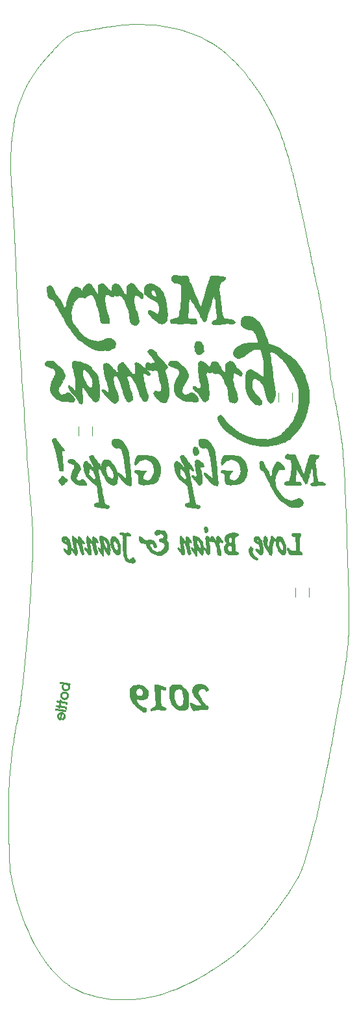
<source format=gbr>
G04 #@! TF.GenerationSoftware,KiCad,Pcbnew,(5.1.0-0)*
G04 #@! TF.CreationDate,2019-11-19T19:36:27-07:00*
G04 #@! TF.ProjectId,XMas-V3,584d6173-2d56-4332-9e6b-696361645f70,rev?*
G04 #@! TF.SameCoordinates,Original*
G04 #@! TF.FileFunction,Legend,Bot*
G04 #@! TF.FilePolarity,Positive*
%FSLAX46Y46*%
G04 Gerber Fmt 4.6, Leading zero omitted, Abs format (unit mm)*
G04 Created by KiCad (PCBNEW (5.1.0-0)) date 2019-11-19 19:36:27*
%MOMM*%
%LPD*%
G04 APERTURE LIST*
%ADD10C,0.120000*%
%ADD11C,0.010000*%
G04 #@! TA.AperFunction,NonConductor*
%ADD12C,0.010000*%
G04 #@! TD*
G04 APERTURE END LIST*
D10*
G04 #@! TO.C,C4*
X16857000Y-10272936D02*
X16857000Y-11477064D01*
X15037000Y-10272936D02*
X15037000Y-11477064D01*
G04 #@! TO.C,C5*
X-13220000Y10717064D02*
X-13220000Y9512936D01*
X-11400000Y10717064D02*
X-11400000Y9512936D01*
G04 #@! TO.C,C6*
X14687000Y15111064D02*
X14687000Y13906936D01*
X12867000Y15111064D02*
X12867000Y13906936D01*
D11*
G04 #@! TO.C,BS\002A\002A\002A*
G36*
X-3729954Y29295669D02*
G01*
X-3562565Y29266108D01*
X-3390886Y29208339D01*
X-3206403Y29119255D01*
X-3000601Y28995750D01*
X-2918271Y28941330D01*
X-2775250Y28834769D01*
X-2634088Y28711335D01*
X-2500683Y28578041D01*
X-2380933Y28441902D01*
X-2280737Y28309932D01*
X-2205994Y28189146D01*
X-2162601Y28086559D01*
X-2154000Y28032436D01*
X-2144428Y27992069D01*
X-2118487Y27916676D01*
X-2080342Y27817698D01*
X-2042192Y27725343D01*
X-1993627Y27607530D01*
X-1950390Y27496038D01*
X-1918030Y27405544D01*
X-1904394Y27360900D01*
X-1879448Y27263847D01*
X-1853775Y27164628D01*
X-1851898Y27157405D01*
X-1838400Y27077429D01*
X-1838497Y27008288D01*
X-1840694Y26996987D01*
X-1841818Y26927161D01*
X-1828611Y26882982D01*
X-1816249Y26839119D01*
X-1799586Y26752857D01*
X-1779700Y26632308D01*
X-1757671Y26485588D01*
X-1734577Y26320810D01*
X-1711496Y26146088D01*
X-1689509Y25969537D01*
X-1669692Y25799271D01*
X-1653126Y25643404D01*
X-1640889Y25510050D01*
X-1635055Y25427096D01*
X-1629930Y25290828D01*
X-1632843Y25192709D01*
X-1644620Y25120602D01*
X-1658766Y25078661D01*
X-1678924Y25004498D01*
X-1692927Y24903624D01*
X-1697358Y24815366D01*
X-1719374Y24628200D01*
X-1785417Y24462251D01*
X-1897415Y24313991D01*
X-2036251Y24194820D01*
X-2086661Y24160907D01*
X-2133362Y24139649D01*
X-2190217Y24128138D01*
X-2271092Y24123465D01*
X-2380061Y24122706D01*
X-2502089Y24124682D01*
X-2587866Y24131879D01*
X-2651866Y24146751D01*
X-2708562Y24171749D01*
X-2725773Y24181282D01*
X-2842431Y24255125D01*
X-2985359Y24356708D01*
X-3144665Y24478090D01*
X-3310456Y24611332D01*
X-3472839Y24748496D01*
X-3621923Y24881642D01*
X-3741592Y24996541D01*
X-3886262Y25148191D01*
X-3994724Y25276768D01*
X-4071652Y25389356D01*
X-4121720Y25493040D01*
X-4149599Y25594903D01*
X-4153689Y25621205D01*
X-4160939Y25730120D01*
X-4144318Y25800882D01*
X-4098979Y25842440D01*
X-4022485Y25863391D01*
X-3932452Y25864278D01*
X-3829433Y25839595D01*
X-3707472Y25786805D01*
X-3560609Y25703369D01*
X-3398915Y25597724D01*
X-3255022Y25501761D01*
X-3144437Y25434982D01*
X-3060203Y25395592D01*
X-2995363Y25381800D01*
X-2942963Y25391813D01*
X-2896044Y25423838D01*
X-2861913Y25459336D01*
X-2812156Y25521255D01*
X-2776121Y25582237D01*
X-2751724Y25651897D01*
X-2736881Y25739848D01*
X-2729506Y25855705D01*
X-2727517Y26009082D01*
X-2727733Y26078200D01*
X-2730415Y26257144D01*
X-2737809Y26395247D01*
X-2752384Y26502421D01*
X-2776611Y26588576D01*
X-2812958Y26663622D01*
X-2863895Y26737472D01*
X-2904557Y26787804D01*
X-2967681Y26858719D01*
X-3034873Y26923009D01*
X-3113470Y26985802D01*
X-3210807Y27052224D01*
X-3334221Y27127403D01*
X-3491049Y27216468D01*
X-3616520Y27285400D01*
X-3864554Y27424845D01*
X-4083020Y27556528D01*
X-4267977Y27677814D01*
X-4415482Y27786063D01*
X-4521594Y27878640D01*
X-4552256Y27911496D01*
X-4624997Y28016710D01*
X-4669836Y28135097D01*
X-4677467Y28190493D01*
X-3779506Y28190493D01*
X-3765681Y28058844D01*
X-3719718Y27952585D01*
X-3634592Y27859179D01*
X-3563616Y27805342D01*
X-3482339Y27756572D01*
X-3383884Y27707543D01*
X-3284397Y27665256D01*
X-3200027Y27636714D01*
X-3155805Y27628517D01*
X-3115590Y27641565D01*
X-3081195Y27662491D01*
X-3055502Y27686061D01*
X-3045674Y27716721D01*
X-3050563Y27768997D01*
X-3066619Y27846641D01*
X-3101574Y27966354D01*
X-3154263Y28102559D01*
X-3216823Y28237966D01*
X-3281394Y28355286D01*
X-3329563Y28424927D01*
X-3370705Y28469262D01*
X-3410921Y28487356D01*
X-3471051Y28485699D01*
X-3508161Y28480539D01*
X-3611141Y28451315D01*
X-3698110Y28402711D01*
X-3703280Y28398504D01*
X-3747747Y28355319D01*
X-3770583Y28310039D01*
X-3778748Y28243679D01*
X-3779506Y28190493D01*
X-4677467Y28190493D01*
X-4689492Y28277785D01*
X-4686679Y28455904D01*
X-4686353Y28460781D01*
X-4653592Y28696225D01*
X-4589527Y28891876D01*
X-4493442Y29048499D01*
X-4364623Y29166860D01*
X-4202352Y29247724D01*
X-4005914Y29291857D01*
X-3901566Y29300129D01*
X-3729954Y29295669D01*
X-3729954Y29295669D01*
G37*
X-3729954Y29295669D02*
X-3562565Y29266108D01*
X-3390886Y29208339D01*
X-3206403Y29119255D01*
X-3000601Y28995750D01*
X-2918271Y28941330D01*
X-2775250Y28834769D01*
X-2634088Y28711335D01*
X-2500683Y28578041D01*
X-2380933Y28441902D01*
X-2280737Y28309932D01*
X-2205994Y28189146D01*
X-2162601Y28086559D01*
X-2154000Y28032436D01*
X-2144428Y27992069D01*
X-2118487Y27916676D01*
X-2080342Y27817698D01*
X-2042192Y27725343D01*
X-1993627Y27607530D01*
X-1950390Y27496038D01*
X-1918030Y27405544D01*
X-1904394Y27360900D01*
X-1879448Y27263847D01*
X-1853775Y27164628D01*
X-1851898Y27157405D01*
X-1838400Y27077429D01*
X-1838497Y27008288D01*
X-1840694Y26996987D01*
X-1841818Y26927161D01*
X-1828611Y26882982D01*
X-1816249Y26839119D01*
X-1799586Y26752857D01*
X-1779700Y26632308D01*
X-1757671Y26485588D01*
X-1734577Y26320810D01*
X-1711496Y26146088D01*
X-1689509Y25969537D01*
X-1669692Y25799271D01*
X-1653126Y25643404D01*
X-1640889Y25510050D01*
X-1635055Y25427096D01*
X-1629930Y25290828D01*
X-1632843Y25192709D01*
X-1644620Y25120602D01*
X-1658766Y25078661D01*
X-1678924Y25004498D01*
X-1692927Y24903624D01*
X-1697358Y24815366D01*
X-1719374Y24628200D01*
X-1785417Y24462251D01*
X-1897415Y24313991D01*
X-2036251Y24194820D01*
X-2086661Y24160907D01*
X-2133362Y24139649D01*
X-2190217Y24128138D01*
X-2271092Y24123465D01*
X-2380061Y24122706D01*
X-2502089Y24124682D01*
X-2587866Y24131879D01*
X-2651866Y24146751D01*
X-2708562Y24171749D01*
X-2725773Y24181282D01*
X-2842431Y24255125D01*
X-2985359Y24356708D01*
X-3144665Y24478090D01*
X-3310456Y24611332D01*
X-3472839Y24748496D01*
X-3621923Y24881642D01*
X-3741592Y24996541D01*
X-3886262Y25148191D01*
X-3994724Y25276768D01*
X-4071652Y25389356D01*
X-4121720Y25493040D01*
X-4149599Y25594903D01*
X-4153689Y25621205D01*
X-4160939Y25730120D01*
X-4144318Y25800882D01*
X-4098979Y25842440D01*
X-4022485Y25863391D01*
X-3932452Y25864278D01*
X-3829433Y25839595D01*
X-3707472Y25786805D01*
X-3560609Y25703369D01*
X-3398915Y25597724D01*
X-3255022Y25501761D01*
X-3144437Y25434982D01*
X-3060203Y25395592D01*
X-2995363Y25381800D01*
X-2942963Y25391813D01*
X-2896044Y25423838D01*
X-2861913Y25459336D01*
X-2812156Y25521255D01*
X-2776121Y25582237D01*
X-2751724Y25651897D01*
X-2736881Y25739848D01*
X-2729506Y25855705D01*
X-2727517Y26009082D01*
X-2727733Y26078200D01*
X-2730415Y26257144D01*
X-2737809Y26395247D01*
X-2752384Y26502421D01*
X-2776611Y26588576D01*
X-2812958Y26663622D01*
X-2863895Y26737472D01*
X-2904557Y26787804D01*
X-2967681Y26858719D01*
X-3034873Y26923009D01*
X-3113470Y26985802D01*
X-3210807Y27052224D01*
X-3334221Y27127403D01*
X-3491049Y27216468D01*
X-3616520Y27285400D01*
X-3864554Y27424845D01*
X-4083020Y27556528D01*
X-4267977Y27677814D01*
X-4415482Y27786063D01*
X-4521594Y27878640D01*
X-4552256Y27911496D01*
X-4624997Y28016710D01*
X-4669836Y28135097D01*
X-4677467Y28190493D01*
X-3779506Y28190493D01*
X-3765681Y28058844D01*
X-3719718Y27952585D01*
X-3634592Y27859179D01*
X-3563616Y27805342D01*
X-3482339Y27756572D01*
X-3383884Y27707543D01*
X-3284397Y27665256D01*
X-3200027Y27636714D01*
X-3155805Y27628517D01*
X-3115590Y27641565D01*
X-3081195Y27662491D01*
X-3055502Y27686061D01*
X-3045674Y27716721D01*
X-3050563Y27768997D01*
X-3066619Y27846641D01*
X-3101574Y27966354D01*
X-3154263Y28102559D01*
X-3216823Y28237966D01*
X-3281394Y28355286D01*
X-3329563Y28424927D01*
X-3370705Y28469262D01*
X-3410921Y28487356D01*
X-3471051Y28485699D01*
X-3508161Y28480539D01*
X-3611141Y28451315D01*
X-3698110Y28402711D01*
X-3703280Y28398504D01*
X-3747747Y28355319D01*
X-3770583Y28310039D01*
X-3778748Y28243679D01*
X-3779506Y28190493D01*
X-4677467Y28190493D01*
X-4689492Y28277785D01*
X-4686679Y28455904D01*
X-4686353Y28460781D01*
X-4653592Y28696225D01*
X-4589527Y28891876D01*
X-4493442Y29048499D01*
X-4364623Y29166860D01*
X-4202352Y29247724D01*
X-4005914Y29291857D01*
X-3901566Y29300129D01*
X-3729954Y29295669D01*
G36*
X-493191Y30456519D02*
G01*
X-421988Y30435307D01*
X-389404Y30421902D01*
X-243663Y30368441D01*
X-93939Y30329165D01*
X49208Y30305404D01*
X175217Y30298494D01*
X273525Y30309764D01*
X323995Y30331893D01*
X384605Y30355617D01*
X479896Y30369086D01*
X594853Y30372566D01*
X714458Y30366322D01*
X823694Y30350622D01*
X907546Y30325731D01*
X916689Y30321384D01*
X998574Y30256839D01*
X1064030Y30153369D01*
X1114649Y30007509D01*
X1152025Y29815795D01*
X1153305Y29806853D01*
X1170607Y29700571D01*
X1192124Y29620280D01*
X1225513Y29547328D01*
X1278433Y29463061D01*
X1317670Y29406508D01*
X1430222Y29242591D01*
X1512589Y29112585D01*
X1567441Y29011652D01*
X1597446Y28934956D01*
X1605411Y28884900D01*
X1608236Y28859087D01*
X1617333Y28821805D01*
X1634216Y28769320D01*
X1660397Y28697896D01*
X1697391Y28603797D01*
X1746708Y28483290D01*
X1809864Y28332638D01*
X1888370Y28148105D01*
X1983740Y27925957D01*
X2097487Y27662458D01*
X2145545Y27551400D01*
X2216549Y27384440D01*
X2286441Y27214767D01*
X2350398Y27054484D01*
X2403595Y26915691D01*
X2441210Y26810490D01*
X2442815Y26805663D01*
X2494585Y26666546D01*
X2551212Y26543481D01*
X2608524Y26442953D01*
X2662352Y26371444D01*
X2708526Y26335440D01*
X2741986Y26340501D01*
X2769075Y26385082D01*
X2807927Y26474584D01*
X2857141Y26604863D01*
X2915314Y26771776D01*
X2981043Y26971180D01*
X3052927Y27198931D01*
X3129563Y27450886D01*
X3207697Y27716500D01*
X3321852Y28110247D01*
X3423098Y28458204D01*
X3512359Y28763460D01*
X3590559Y29029105D01*
X3658620Y29258231D01*
X3717468Y29453926D01*
X3768027Y29619282D01*
X3811219Y29757386D01*
X3847970Y29871331D01*
X3879203Y29964205D01*
X3883263Y29975919D01*
X3980100Y30254138D01*
X4119800Y30311285D01*
X4181157Y30334092D01*
X4242240Y30350029D01*
X4314022Y30360330D01*
X4407475Y30366229D01*
X4533572Y30368957D01*
X4638862Y30369617D01*
X4786478Y30369598D01*
X4892120Y30367758D01*
X4964608Y30363030D01*
X5012761Y30354345D01*
X5045401Y30340634D01*
X5071346Y30320831D01*
X5075812Y30316701D01*
X5106997Y30292857D01*
X5147633Y30276193D01*
X5207987Y30264789D01*
X5298328Y30256724D01*
X5428925Y30250079D01*
X5433049Y30249904D01*
X5608201Y30238510D01*
X5738431Y30219572D01*
X5829363Y30190592D01*
X5886622Y30149075D01*
X5915835Y30092524D01*
X5922811Y30032581D01*
X5919153Y29979900D01*
X5903362Y29933748D01*
X5869166Y29887231D01*
X5810290Y29833451D01*
X5720460Y29765512D01*
X5608075Y29686641D01*
X5504993Y29614488D01*
X5416464Y29550714D01*
X5351348Y29501827D01*
X5318500Y29474336D01*
X5317329Y29473012D01*
X5301503Y29439035D01*
X5274596Y29366127D01*
X5240001Y29264050D01*
X5201107Y29142567D01*
X5189243Y29104239D01*
X5137400Y28925092D01*
X5104359Y28779691D01*
X5089250Y28654944D01*
X5091202Y28537761D01*
X5109344Y28415051D01*
X5135800Y28300700D01*
X5160902Y28185247D01*
X5179059Y28068736D01*
X5186568Y27975234D01*
X5186600Y27970474D01*
X5195357Y27861867D01*
X5217296Y27748013D01*
X5227004Y27714187D01*
X5247129Y27622578D01*
X5264114Y27481449D01*
X5278002Y27290365D01*
X5286250Y27118049D01*
X5294687Y26934476D01*
X5303897Y26794767D01*
X5314643Y26691988D01*
X5327688Y26619204D01*
X5343793Y26569478D01*
X5347445Y26561697D01*
X5369091Y26501135D01*
X5382472Y26417469D01*
X5388846Y26300181D01*
X5389832Y26207648D01*
X5400885Y26007854D01*
X5431842Y25787811D01*
X5479467Y25559534D01*
X5540528Y25335040D01*
X5611790Y25126344D01*
X5690018Y24945462D01*
X5764745Y24814848D01*
X5809106Y24787530D01*
X5902781Y24762281D01*
X6044319Y24739353D01*
X6232265Y24719002D01*
X6380400Y24707149D01*
X6573868Y24689051D01*
X6726346Y24663601D01*
X6847459Y24627732D01*
X6946837Y24578374D01*
X7034107Y24512458D01*
X7056674Y24491585D01*
X7122066Y24423165D01*
X7155871Y24368232D01*
X7167334Y24310050D01*
X7167800Y24290426D01*
X7163871Y24232256D01*
X7143938Y24195435D01*
X7095780Y24164713D01*
X7050254Y24143748D01*
X6931618Y24105552D01*
X6792616Y24082398D01*
X6651026Y24075382D01*
X6524630Y24085597D01*
X6447148Y24106599D01*
X6371437Y24130323D01*
X6279643Y24142862D01*
X6165596Y24143890D01*
X6023125Y24133085D01*
X5846060Y24110124D01*
X5628230Y24074681D01*
X5539760Y24059005D01*
X5266932Y24014964D01*
X5016799Y23984764D01*
X4794310Y23968585D01*
X4604412Y23966609D01*
X4452052Y23979017D01*
X4342178Y24005989D01*
X4323000Y24014490D01*
X4240462Y24082107D01*
X4192091Y24178818D01*
X4182464Y24292422D01*
X4194841Y24356001D01*
X4210988Y24402275D01*
X4233750Y24434485D01*
X4274094Y24459926D01*
X4342985Y24485890D01*
X4432120Y24513800D01*
X4584018Y24568969D01*
X4693280Y24632062D01*
X4768067Y24710450D01*
X4816542Y24811507D01*
X4834451Y24877200D01*
X4844493Y24928783D01*
X4849911Y24980482D01*
X4850052Y25040417D01*
X4844262Y25116711D01*
X4831889Y25217483D01*
X4812280Y25350856D01*
X4784781Y25524949D01*
X4779936Y25555072D01*
X4742991Y25797791D01*
X4716006Y26010274D01*
X4697087Y26211681D01*
X4684340Y26421171D01*
X4677968Y26586200D01*
X4672174Y26758705D01*
X4666329Y26890173D01*
X4659111Y26990353D01*
X4649198Y27068993D01*
X4635269Y27135842D01*
X4616002Y27200648D01*
X4590076Y27273158D01*
X4581883Y27295002D01*
X4522484Y27444363D01*
X4472821Y27547296D01*
X4429670Y27606489D01*
X4389805Y27624632D01*
X4350004Y27604416D01*
X4307040Y27548530D01*
X4297268Y27532434D01*
X4216468Y27372605D01*
X4161249Y27204698D01*
X4126585Y27011694D01*
X4117295Y26923042D01*
X4098295Y26768135D01*
X4067104Y26609666D01*
X4021266Y26439569D01*
X3958328Y26249774D01*
X3875834Y26032215D01*
X3771329Y25778822D01*
X3763622Y25760700D01*
X3698536Y25605866D01*
X3650588Y25484651D01*
X3616017Y25384371D01*
X3591060Y25292346D01*
X3571954Y25195893D01*
X3554938Y25082330D01*
X3548859Y25036800D01*
X3510398Y24811249D01*
X3460216Y24634040D01*
X3397640Y24503930D01*
X3321998Y24419678D01*
X3232620Y24380043D01*
X3191700Y24376400D01*
X3109658Y24391897D01*
X3043953Y24443490D01*
X2989826Y24528169D01*
X2960459Y24578948D01*
X2910579Y24659202D01*
X2848128Y24756320D01*
X2803426Y24824212D01*
X2724652Y24953027D01*
X2654766Y25086212D01*
X2603939Y25204015D01*
X2595870Y25227300D01*
X2523503Y25428960D01*
X2447754Y25601093D01*
X2372346Y25735828D01*
X2325319Y25799571D01*
X2290921Y25845870D01*
X2234991Y25928430D01*
X2162217Y26040000D01*
X2077288Y26173333D01*
X1984891Y26321177D01*
X1923371Y26421100D01*
X1771548Y26667696D01*
X1640291Y26877751D01*
X1530497Y27049890D01*
X1443062Y27182738D01*
X1378880Y27274918D01*
X1338848Y27325053D01*
X1329602Y27333151D01*
X1294266Y27328428D01*
X1253654Y27277701D01*
X1210355Y27185152D01*
X1175941Y27085175D01*
X1158107Y27022015D01*
X1144702Y26959100D01*
X1135109Y26887940D01*
X1128715Y26800045D01*
X1124903Y26686924D01*
X1123059Y26540087D01*
X1122567Y26351045D01*
X1122567Y26348575D01*
X1122144Y26159941D01*
X1120390Y26012400D01*
X1116535Y25896251D01*
X1109813Y25801791D01*
X1099454Y25719316D01*
X1084691Y25639124D01*
X1064755Y25551513D01*
X1056930Y25519400D01*
X1016746Y25314105D01*
X1002908Y25135710D01*
X1015334Y24989352D01*
X1053939Y24880168D01*
X1067716Y24859221D01*
X1086982Y24835620D01*
X1109552Y24818425D01*
X1143500Y24806312D01*
X1196899Y24797953D01*
X1277822Y24792023D01*
X1394341Y24787195D01*
X1532889Y24782800D01*
X1707578Y24776319D01*
X1839235Y24767265D01*
X1935630Y24753088D01*
X2004533Y24731240D01*
X2053713Y24699172D01*
X2090939Y24654334D01*
X2123979Y24594177D01*
X2127047Y24587853D01*
X2155171Y24507299D01*
X2175230Y24407583D01*
X2185864Y24304372D01*
X2185709Y24213330D01*
X2173402Y24150126D01*
X2166194Y24137744D01*
X2141766Y24116012D01*
X2105724Y24100347D01*
X2052117Y24090572D01*
X1974996Y24086507D01*
X1868411Y24087976D01*
X1726412Y24094799D01*
X1543050Y24106797D01*
X1423314Y24115471D01*
X1226735Y24129503D01*
X1067038Y24139108D01*
X930499Y24144314D01*
X803396Y24145149D01*
X672006Y24141641D01*
X522606Y24133818D01*
X341474Y24121709D01*
X286735Y24117808D01*
X96695Y24104676D01*
X-49922Y24095978D01*
X-160292Y24091646D01*
X-241591Y24091611D01*
X-300995Y24095805D01*
X-345682Y24104160D01*
X-369579Y24111554D01*
X-445945Y24128161D01*
X-563725Y24139917D01*
X-713696Y24146023D01*
X-774397Y24146686D01*
X-900776Y24149076D01*
X-1013712Y24154747D01*
X-1100593Y24162840D01*
X-1147830Y24172109D01*
X-1217646Y24223479D01*
X-1265486Y24306780D01*
X-1288430Y24406852D01*
X-1283558Y24508534D01*
X-1247950Y24596668D01*
X-1233250Y24615544D01*
X-1197780Y24645329D01*
X-1141430Y24674776D01*
X-1056695Y24706784D01*
X-936068Y24744252D01*
X-802919Y24781679D01*
X-602194Y24837434D01*
X-445319Y24884744D01*
X-326903Y24927644D01*
X-241553Y24970165D01*
X-183876Y25016343D01*
X-148480Y25070210D01*
X-129972Y25135800D01*
X-122960Y25217147D01*
X-122000Y25290997D01*
X-115694Y25429378D01*
X-94555Y25538046D01*
X-68503Y25608483D01*
X12779Y25832853D01*
X59391Y26065716D01*
X73549Y26320515D01*
X69788Y26448484D01*
X63486Y26578445D01*
X61644Y26670671D01*
X65954Y26738153D01*
X78108Y26793880D01*
X99799Y26850842D01*
X130993Y26918384D01*
X208159Y27081500D01*
X208179Y27997640D01*
X207867Y28279090D01*
X206023Y28514417D01*
X201304Y28708297D01*
X192370Y28865408D01*
X177878Y28990425D01*
X156487Y29088026D01*
X126855Y29162886D01*
X87641Y29219683D01*
X37501Y29263094D01*
X-24904Y29297794D01*
X-100917Y29328460D01*
X-181635Y29356330D01*
X-369232Y29408879D01*
X-529611Y29430262D01*
X-563368Y29431000D01*
X-664484Y29435393D01*
X-739326Y29453000D01*
X-811995Y29490462D01*
X-836569Y29506298D01*
X-923657Y29574275D01*
X-1008367Y29656271D01*
X-1034709Y29686697D01*
X-1084313Y29753679D01*
X-1106972Y29807946D01*
X-1109826Y29873836D01*
X-1105218Y29926993D01*
X-1068023Y30108752D01*
X-997685Y30252141D01*
X-893805Y30357626D01*
X-755984Y30425673D01*
X-660537Y30448139D01*
X-564547Y30460007D01*
X-493191Y30456519D01*
X-493191Y30456519D01*
G37*
X-493191Y30456519D02*
X-421988Y30435307D01*
X-389404Y30421902D01*
X-243663Y30368441D01*
X-93939Y30329165D01*
X49208Y30305404D01*
X175217Y30298494D01*
X273525Y30309764D01*
X323995Y30331893D01*
X384605Y30355617D01*
X479896Y30369086D01*
X594853Y30372566D01*
X714458Y30366322D01*
X823694Y30350622D01*
X907546Y30325731D01*
X916689Y30321384D01*
X998574Y30256839D01*
X1064030Y30153369D01*
X1114649Y30007509D01*
X1152025Y29815795D01*
X1153305Y29806853D01*
X1170607Y29700571D01*
X1192124Y29620280D01*
X1225513Y29547328D01*
X1278433Y29463061D01*
X1317670Y29406508D01*
X1430222Y29242591D01*
X1512589Y29112585D01*
X1567441Y29011652D01*
X1597446Y28934956D01*
X1605411Y28884900D01*
X1608236Y28859087D01*
X1617333Y28821805D01*
X1634216Y28769320D01*
X1660397Y28697896D01*
X1697391Y28603797D01*
X1746708Y28483290D01*
X1809864Y28332638D01*
X1888370Y28148105D01*
X1983740Y27925957D01*
X2097487Y27662458D01*
X2145545Y27551400D01*
X2216549Y27384440D01*
X2286441Y27214767D01*
X2350398Y27054484D01*
X2403595Y26915691D01*
X2441210Y26810490D01*
X2442815Y26805663D01*
X2494585Y26666546D01*
X2551212Y26543481D01*
X2608524Y26442953D01*
X2662352Y26371444D01*
X2708526Y26335440D01*
X2741986Y26340501D01*
X2769075Y26385082D01*
X2807927Y26474584D01*
X2857141Y26604863D01*
X2915314Y26771776D01*
X2981043Y26971180D01*
X3052927Y27198931D01*
X3129563Y27450886D01*
X3207697Y27716500D01*
X3321852Y28110247D01*
X3423098Y28458204D01*
X3512359Y28763460D01*
X3590559Y29029105D01*
X3658620Y29258231D01*
X3717468Y29453926D01*
X3768027Y29619282D01*
X3811219Y29757386D01*
X3847970Y29871331D01*
X3879203Y29964205D01*
X3883263Y29975919D01*
X3980100Y30254138D01*
X4119800Y30311285D01*
X4181157Y30334092D01*
X4242240Y30350029D01*
X4314022Y30360330D01*
X4407475Y30366229D01*
X4533572Y30368957D01*
X4638862Y30369617D01*
X4786478Y30369598D01*
X4892120Y30367758D01*
X4964608Y30363030D01*
X5012761Y30354345D01*
X5045401Y30340634D01*
X5071346Y30320831D01*
X5075812Y30316701D01*
X5106997Y30292857D01*
X5147633Y30276193D01*
X5207987Y30264789D01*
X5298328Y30256724D01*
X5428925Y30250079D01*
X5433049Y30249904D01*
X5608201Y30238510D01*
X5738431Y30219572D01*
X5829363Y30190592D01*
X5886622Y30149075D01*
X5915835Y30092524D01*
X5922811Y30032581D01*
X5919153Y29979900D01*
X5903362Y29933748D01*
X5869166Y29887231D01*
X5810290Y29833451D01*
X5720460Y29765512D01*
X5608075Y29686641D01*
X5504993Y29614488D01*
X5416464Y29550714D01*
X5351348Y29501827D01*
X5318500Y29474336D01*
X5317329Y29473012D01*
X5301503Y29439035D01*
X5274596Y29366127D01*
X5240001Y29264050D01*
X5201107Y29142567D01*
X5189243Y29104239D01*
X5137400Y28925092D01*
X5104359Y28779691D01*
X5089250Y28654944D01*
X5091202Y28537761D01*
X5109344Y28415051D01*
X5135800Y28300700D01*
X5160902Y28185247D01*
X5179059Y28068736D01*
X5186568Y27975234D01*
X5186600Y27970474D01*
X5195357Y27861867D01*
X5217296Y27748013D01*
X5227004Y27714187D01*
X5247129Y27622578D01*
X5264114Y27481449D01*
X5278002Y27290365D01*
X5286250Y27118049D01*
X5294687Y26934476D01*
X5303897Y26794767D01*
X5314643Y26691988D01*
X5327688Y26619204D01*
X5343793Y26569478D01*
X5347445Y26561697D01*
X5369091Y26501135D01*
X5382472Y26417469D01*
X5388846Y26300181D01*
X5389832Y26207648D01*
X5400885Y26007854D01*
X5431842Y25787811D01*
X5479467Y25559534D01*
X5540528Y25335040D01*
X5611790Y25126344D01*
X5690018Y24945462D01*
X5764745Y24814848D01*
X5809106Y24787530D01*
X5902781Y24762281D01*
X6044319Y24739353D01*
X6232265Y24719002D01*
X6380400Y24707149D01*
X6573868Y24689051D01*
X6726346Y24663601D01*
X6847459Y24627732D01*
X6946837Y24578374D01*
X7034107Y24512458D01*
X7056674Y24491585D01*
X7122066Y24423165D01*
X7155871Y24368232D01*
X7167334Y24310050D01*
X7167800Y24290426D01*
X7163871Y24232256D01*
X7143938Y24195435D01*
X7095780Y24164713D01*
X7050254Y24143748D01*
X6931618Y24105552D01*
X6792616Y24082398D01*
X6651026Y24075382D01*
X6524630Y24085597D01*
X6447148Y24106599D01*
X6371437Y24130323D01*
X6279643Y24142862D01*
X6165596Y24143890D01*
X6023125Y24133085D01*
X5846060Y24110124D01*
X5628230Y24074681D01*
X5539760Y24059005D01*
X5266932Y24014964D01*
X5016799Y23984764D01*
X4794310Y23968585D01*
X4604412Y23966609D01*
X4452052Y23979017D01*
X4342178Y24005989D01*
X4323000Y24014490D01*
X4240462Y24082107D01*
X4192091Y24178818D01*
X4182464Y24292422D01*
X4194841Y24356001D01*
X4210988Y24402275D01*
X4233750Y24434485D01*
X4274094Y24459926D01*
X4342985Y24485890D01*
X4432120Y24513800D01*
X4584018Y24568969D01*
X4693280Y24632062D01*
X4768067Y24710450D01*
X4816542Y24811507D01*
X4834451Y24877200D01*
X4844493Y24928783D01*
X4849911Y24980482D01*
X4850052Y25040417D01*
X4844262Y25116711D01*
X4831889Y25217483D01*
X4812280Y25350856D01*
X4784781Y25524949D01*
X4779936Y25555072D01*
X4742991Y25797791D01*
X4716006Y26010274D01*
X4697087Y26211681D01*
X4684340Y26421171D01*
X4677968Y26586200D01*
X4672174Y26758705D01*
X4666329Y26890173D01*
X4659111Y26990353D01*
X4649198Y27068993D01*
X4635269Y27135842D01*
X4616002Y27200648D01*
X4590076Y27273158D01*
X4581883Y27295002D01*
X4522484Y27444363D01*
X4472821Y27547296D01*
X4429670Y27606489D01*
X4389805Y27624632D01*
X4350004Y27604416D01*
X4307040Y27548530D01*
X4297268Y27532434D01*
X4216468Y27372605D01*
X4161249Y27204698D01*
X4126585Y27011694D01*
X4117295Y26923042D01*
X4098295Y26768135D01*
X4067104Y26609666D01*
X4021266Y26439569D01*
X3958328Y26249774D01*
X3875834Y26032215D01*
X3771329Y25778822D01*
X3763622Y25760700D01*
X3698536Y25605866D01*
X3650588Y25484651D01*
X3616017Y25384371D01*
X3591060Y25292346D01*
X3571954Y25195893D01*
X3554938Y25082330D01*
X3548859Y25036800D01*
X3510398Y24811249D01*
X3460216Y24634040D01*
X3397640Y24503930D01*
X3321998Y24419678D01*
X3232620Y24380043D01*
X3191700Y24376400D01*
X3109658Y24391897D01*
X3043953Y24443490D01*
X2989826Y24528169D01*
X2960459Y24578948D01*
X2910579Y24659202D01*
X2848128Y24756320D01*
X2803426Y24824212D01*
X2724652Y24953027D01*
X2654766Y25086212D01*
X2603939Y25204015D01*
X2595870Y25227300D01*
X2523503Y25428960D01*
X2447754Y25601093D01*
X2372346Y25735828D01*
X2325319Y25799571D01*
X2290921Y25845870D01*
X2234991Y25928430D01*
X2162217Y26040000D01*
X2077288Y26173333D01*
X1984891Y26321177D01*
X1923371Y26421100D01*
X1771548Y26667696D01*
X1640291Y26877751D01*
X1530497Y27049890D01*
X1443062Y27182738D01*
X1378880Y27274918D01*
X1338848Y27325053D01*
X1329602Y27333151D01*
X1294266Y27328428D01*
X1253654Y27277701D01*
X1210355Y27185152D01*
X1175941Y27085175D01*
X1158107Y27022015D01*
X1144702Y26959100D01*
X1135109Y26887940D01*
X1128715Y26800045D01*
X1124903Y26686924D01*
X1123059Y26540087D01*
X1122567Y26351045D01*
X1122567Y26348575D01*
X1122144Y26159941D01*
X1120390Y26012400D01*
X1116535Y25896251D01*
X1109813Y25801791D01*
X1099454Y25719316D01*
X1084691Y25639124D01*
X1064755Y25551513D01*
X1056930Y25519400D01*
X1016746Y25314105D01*
X1002908Y25135710D01*
X1015334Y24989352D01*
X1053939Y24880168D01*
X1067716Y24859221D01*
X1086982Y24835620D01*
X1109552Y24818425D01*
X1143500Y24806312D01*
X1196899Y24797953D01*
X1277822Y24792023D01*
X1394341Y24787195D01*
X1532889Y24782800D01*
X1707578Y24776319D01*
X1839235Y24767265D01*
X1935630Y24753088D01*
X2004533Y24731240D01*
X2053713Y24699172D01*
X2090939Y24654334D01*
X2123979Y24594177D01*
X2127047Y24587853D01*
X2155171Y24507299D01*
X2175230Y24407583D01*
X2185864Y24304372D01*
X2185709Y24213330D01*
X2173402Y24150126D01*
X2166194Y24137744D01*
X2141766Y24116012D01*
X2105724Y24100347D01*
X2052117Y24090572D01*
X1974996Y24086507D01*
X1868411Y24087976D01*
X1726412Y24094799D01*
X1543050Y24106797D01*
X1423314Y24115471D01*
X1226735Y24129503D01*
X1067038Y24139108D01*
X930499Y24144314D01*
X803396Y24145149D01*
X672006Y24141641D01*
X522606Y24133818D01*
X341474Y24121709D01*
X286735Y24117808D01*
X96695Y24104676D01*
X-49922Y24095978D01*
X-160292Y24091646D01*
X-241591Y24091611D01*
X-300995Y24095805D01*
X-345682Y24104160D01*
X-369579Y24111554D01*
X-445945Y24128161D01*
X-563725Y24139917D01*
X-713696Y24146023D01*
X-774397Y24146686D01*
X-900776Y24149076D01*
X-1013712Y24154747D01*
X-1100593Y24162840D01*
X-1147830Y24172109D01*
X-1217646Y24223479D01*
X-1265486Y24306780D01*
X-1288430Y24406852D01*
X-1283558Y24508534D01*
X-1247950Y24596668D01*
X-1233250Y24615544D01*
X-1197780Y24645329D01*
X-1141430Y24674776D01*
X-1056695Y24706784D01*
X-936068Y24744252D01*
X-802919Y24781679D01*
X-602194Y24837434D01*
X-445319Y24884744D01*
X-326903Y24927644D01*
X-241553Y24970165D01*
X-183876Y25016343D01*
X-148480Y25070210D01*
X-129972Y25135800D01*
X-122960Y25217147D01*
X-122000Y25290997D01*
X-115694Y25429378D01*
X-94555Y25538046D01*
X-68503Y25608483D01*
X12779Y25832853D01*
X59391Y26065716D01*
X73549Y26320515D01*
X69788Y26448484D01*
X63486Y26578445D01*
X61644Y26670671D01*
X65954Y26738153D01*
X78108Y26793880D01*
X99799Y26850842D01*
X130993Y26918384D01*
X208159Y27081500D01*
X208179Y27997640D01*
X207867Y28279090D01*
X206023Y28514417D01*
X201304Y28708297D01*
X192370Y28865408D01*
X177878Y28990425D01*
X156487Y29088026D01*
X126855Y29162886D01*
X87641Y29219683D01*
X37501Y29263094D01*
X-24904Y29297794D01*
X-100917Y29328460D01*
X-181635Y29356330D01*
X-369232Y29408879D01*
X-529611Y29430262D01*
X-563368Y29431000D01*
X-664484Y29435393D01*
X-739326Y29453000D01*
X-811995Y29490462D01*
X-836569Y29506298D01*
X-923657Y29574275D01*
X-1008367Y29656271D01*
X-1034709Y29686697D01*
X-1084313Y29753679D01*
X-1106972Y29807946D01*
X-1109826Y29873836D01*
X-1105218Y29926993D01*
X-1068023Y30108752D01*
X-997685Y30252141D01*
X-893805Y30357626D01*
X-755984Y30425673D01*
X-660537Y30448139D01*
X-564547Y30460007D01*
X-493191Y30456519D01*
G36*
X-6282634Y29361618D02*
G01*
X-6278162Y29360685D01*
X-6189530Y29338866D01*
X-6112488Y29310338D01*
X-6041813Y29269977D01*
X-5972282Y29212659D01*
X-5898670Y29133261D01*
X-5815755Y29026660D01*
X-5718313Y28887732D01*
X-5601121Y28711354D01*
X-5574321Y28670318D01*
X-5499144Y28559437D01*
X-5430581Y28471557D01*
X-5356122Y28393385D01*
X-5263254Y28311627D01*
X-5155930Y28225818D01*
X-5016880Y28113169D01*
X-4916081Y28020405D01*
X-4848458Y27940882D01*
X-4808938Y27867959D01*
X-4792447Y27794991D01*
X-4791487Y27748657D01*
X-4803535Y27634808D01*
X-4827867Y27531644D01*
X-4860172Y27454404D01*
X-4882757Y27425847D01*
X-4950059Y27401845D01*
X-5039267Y27420915D01*
X-5147428Y27481827D01*
X-5271590Y27583351D01*
X-5280215Y27591393D01*
X-5386440Y27684288D01*
X-5476455Y27745562D01*
X-5564292Y27784408D01*
X-5584608Y27790825D01*
X-5694438Y27820028D01*
X-5778708Y27830636D01*
X-5841794Y27817678D01*
X-5888072Y27776184D01*
X-5921919Y27701183D01*
X-5947710Y27587706D01*
X-5969822Y27430783D01*
X-5980069Y27341686D01*
X-6020151Y26979900D01*
X-5916468Y26499103D01*
X-5876641Y26319014D01*
X-5842362Y26177366D01*
X-5810010Y26062635D01*
X-5775964Y25963295D01*
X-5736603Y25867822D01*
X-5688305Y25764691D01*
X-5681025Y25749803D01*
X-5625791Y25631981D01*
X-5580829Y25521560D01*
X-5541723Y25405032D01*
X-5504056Y25268888D01*
X-5463410Y25099619D01*
X-5452031Y25049500D01*
X-5408205Y24846929D01*
X-5378154Y24685196D01*
X-5361574Y24556330D01*
X-5358166Y24452359D01*
X-5367628Y24365310D01*
X-5389659Y24287212D01*
X-5420574Y24216806D01*
X-5502945Y24075297D01*
X-5586539Y23981026D01*
X-5675212Y23930498D01*
X-5749020Y23919200D01*
X-5841716Y23927458D01*
X-5960848Y23949285D01*
X-6088909Y23980261D01*
X-6208390Y24015967D01*
X-6301785Y24051983D01*
X-6327487Y24065233D01*
X-6390296Y24128061D01*
X-6447329Y24237664D01*
X-6497578Y24390245D01*
X-6540035Y24582001D01*
X-6573690Y24809136D01*
X-6597535Y25067847D01*
X-6598847Y25087600D01*
X-6609197Y25225979D01*
X-6621452Y25356623D01*
X-6634155Y25465709D01*
X-6645850Y25539416D01*
X-6647019Y25544800D01*
X-6663872Y25639756D01*
X-6673407Y25733336D01*
X-6674094Y25753398D01*
X-6696174Y25892685D01*
X-6755596Y26046255D01*
X-6846640Y26201448D01*
X-6919537Y26296573D01*
X-6982817Y26375736D01*
X-7030552Y26444152D01*
X-7054735Y26490043D01*
X-7056200Y26497606D01*
X-7065897Y26590240D01*
X-7092086Y26713749D01*
X-7130416Y26852685D01*
X-7176532Y26991597D01*
X-7226085Y27115034D01*
X-7236390Y27137273D01*
X-7328580Y27299925D01*
X-7444463Y27458136D01*
X-7572419Y27598022D01*
X-7700827Y27705696D01*
X-7726274Y27722607D01*
X-7790700Y27754681D01*
X-7864965Y27771769D01*
X-7959166Y27774240D01*
X-8083397Y27762462D01*
X-8224600Y27740768D01*
X-8293633Y27738598D01*
X-8370481Y27759023D01*
X-8458105Y27798991D01*
X-8602709Y27872285D01*
X-8619172Y27774840D01*
X-8650126Y27675522D01*
X-8701322Y27621929D01*
X-8772071Y27614782D01*
X-8772538Y27614878D01*
X-8849819Y27630811D01*
X-8895256Y27640171D01*
X-8946771Y27662211D01*
X-9019785Y27707005D01*
X-9087649Y27756558D01*
X-9215964Y27847717D01*
X-9329673Y27903152D01*
X-9443217Y27928813D01*
X-9514330Y27932400D01*
X-9592591Y27929160D01*
X-9650104Y27914459D01*
X-9692443Y27880824D01*
X-9725182Y27820783D01*
X-9753894Y27726864D01*
X-9784153Y27591596D01*
X-9790109Y27562693D01*
X-9808270Y27475288D01*
X-9822411Y27403763D01*
X-9832011Y27341168D01*
X-9836554Y27280558D01*
X-9835521Y27214983D01*
X-9828393Y27137496D01*
X-9814651Y27041149D01*
X-9793778Y26918993D01*
X-9765254Y26764082D01*
X-9728561Y26569466D01*
X-9707762Y26459200D01*
X-9670016Y26272626D01*
X-9624175Y26067531D01*
X-9574845Y25863320D01*
X-9526631Y25679395D01*
X-9502759Y25595600D01*
X-9454161Y25431483D01*
X-9402075Y25255684D01*
X-9351975Y25086670D01*
X-9309334Y24942909D01*
X-9299799Y24910781D01*
X-9260602Y24772665D01*
X-9235837Y24665769D01*
X-9222901Y24573454D01*
X-9219194Y24479079D01*
X-9220640Y24404544D01*
X-9224770Y24300068D01*
X-9231125Y24235238D01*
X-9243612Y24198928D01*
X-9266139Y24180011D01*
X-9302615Y24167360D01*
X-9304100Y24166921D01*
X-9357137Y24158325D01*
X-9449112Y24150526D01*
X-9568163Y24144268D01*
X-9702430Y24140298D01*
X-9736392Y24139758D01*
X-9927942Y24140301D01*
X-10075859Y24150868D01*
X-10187059Y24176406D01*
X-10268454Y24221861D01*
X-10326957Y24292180D01*
X-10369483Y24392309D01*
X-10402944Y24527195D01*
X-10422162Y24630400D01*
X-10440448Y24764827D01*
X-10453824Y24919089D01*
X-10459690Y25062274D01*
X-10459766Y25077154D01*
X-10466920Y25247137D01*
X-10491122Y25397538D01*
X-10521049Y25508954D01*
X-10557622Y25631348D01*
X-10599708Y25775801D01*
X-10639474Y25915359D01*
X-10647756Y25944961D01*
X-10689066Y26076609D01*
X-10740303Y26216290D01*
X-10791953Y26338508D01*
X-10804071Y26363864D01*
X-10855384Y26482786D01*
X-10904986Y26622868D01*
X-10942703Y26755181D01*
X-10944727Y26763804D01*
X-11015472Y27036903D01*
X-11092387Y27265291D01*
X-11178130Y27454936D01*
X-11275357Y27611804D01*
X-11374765Y27729780D01*
X-11451265Y27798262D01*
X-11530751Y27853799D01*
X-11582977Y27879249D01*
X-11628930Y27891590D01*
X-11673355Y27893538D01*
X-11728309Y27882714D01*
X-11805851Y27856741D01*
X-11918039Y27813240D01*
X-11918380Y27813104D01*
X-12040156Y27761010D01*
X-12122022Y27717766D01*
X-12160070Y27685531D01*
X-12162354Y27678400D01*
X-12188637Y27608973D01*
X-12261569Y27543249D01*
X-12306389Y27517204D01*
X-12425307Y27479828D01*
X-12539804Y27489968D01*
X-12593400Y27513300D01*
X-12662877Y27535194D01*
X-12774351Y27547808D01*
X-12864951Y27550500D01*
X-12963146Y27553907D01*
X-13040731Y27562171D01*
X-13084569Y27573708D01*
X-13089152Y27577532D01*
X-13119538Y27583257D01*
X-13176830Y27556286D01*
X-13254689Y27502332D01*
X-13346773Y27427110D01*
X-13446742Y27336331D01*
X-13548256Y27235709D01*
X-13644973Y27130958D01*
X-13730554Y27027791D01*
X-13788845Y26947065D01*
X-13906948Y26745123D01*
X-13989356Y26544346D01*
X-14044741Y26322559D01*
X-14054168Y26268700D01*
X-14075420Y26156657D01*
X-14100494Y26050109D01*
X-14124338Y25970281D01*
X-14126724Y25963900D01*
X-14151789Y25889304D01*
X-14165989Y25828358D01*
X-14167086Y25816589D01*
X-14179246Y25762251D01*
X-14206729Y25696371D01*
X-14225699Y25652350D01*
X-14232195Y25607302D01*
X-14226027Y25545878D01*
X-14207007Y25452733D01*
X-14203533Y25437282D01*
X-14185612Y25337211D01*
X-14168334Y25204288D01*
X-14153757Y25056446D01*
X-14144490Y24922500D01*
X-14136430Y24783707D01*
X-14127052Y24680793D01*
X-14113115Y24598877D01*
X-14091381Y24523074D01*
X-14058609Y24438503D01*
X-14019505Y24348261D01*
X-13896480Y24112861D01*
X-13737333Y23886717D01*
X-13611579Y23739929D01*
X-13567753Y23685610D01*
X-13510722Y23606652D01*
X-13461495Y23533344D01*
X-13403526Y23450726D01*
X-13323995Y23346730D01*
X-13235517Y23237559D01*
X-13184629Y23177744D01*
X-13095061Y23073457D01*
X-13004576Y22965987D01*
X-12926578Y22871347D01*
X-12892510Y22828854D01*
X-12765929Y22685508D01*
X-12617766Y22551674D01*
X-12441788Y22423024D01*
X-12231764Y22295231D01*
X-11981461Y22163968D01*
X-11831400Y22092007D01*
X-11766760Y22060551D01*
X-11688047Y22020671D01*
X-11672374Y22012542D01*
X-11608420Y21988122D01*
X-11508791Y21960350D01*
X-11388115Y21932957D01*
X-11283468Y21913352D01*
X-11157832Y21890779D01*
X-11042414Y21867491D01*
X-10951292Y21846478D01*
X-10903813Y21832766D01*
X-10847735Y21818382D01*
X-10778832Y21814345D01*
X-10683851Y21820661D01*
X-10582416Y21832873D01*
X-10481958Y21848748D01*
X-10386259Y21870403D01*
X-10283964Y21901472D01*
X-10163720Y21945586D01*
X-10014171Y22006377D01*
X-9933599Y22040435D01*
X-9789967Y22100480D01*
X-9653828Y22155298D01*
X-9535611Y22200844D01*
X-9445748Y22233072D01*
X-9403494Y22246006D01*
X-9256231Y22259044D01*
X-9094996Y22233050D01*
X-8929684Y22173838D01*
X-8770189Y22087222D01*
X-8626404Y21979014D01*
X-8508222Y21855029D01*
X-8425538Y21721080D01*
X-8402107Y21657579D01*
X-8394208Y21588174D01*
X-8397344Y21487798D01*
X-8409387Y21370430D01*
X-8428205Y21250051D01*
X-8451671Y21140640D01*
X-8477654Y21056177D01*
X-8500070Y21014505D01*
X-8552206Y20971706D01*
X-8629999Y20924282D01*
X-8715432Y20881519D01*
X-8790483Y20852703D01*
X-8827472Y20845800D01*
X-8870170Y20830351D01*
X-8935387Y20790151D01*
X-8998196Y20742536D01*
X-9113536Y20654460D01*
X-9210873Y20601648D01*
X-9305111Y20580663D01*
X-9411152Y20588064D01*
X-9536587Y20618312D01*
X-9655860Y20649633D01*
X-9747128Y20663563D01*
X-9830138Y20660041D01*
X-9924638Y20639005D01*
X-9998513Y20616873D01*
X-10187115Y20576976D01*
X-10384508Y20568755D01*
X-10571588Y20592173D01*
X-10662025Y20618117D01*
X-10754387Y20646240D01*
X-10840976Y20664330D01*
X-10881503Y20668000D01*
X-10935498Y20679161D01*
X-11026110Y20710455D01*
X-11144876Y20758598D01*
X-11283330Y20820310D01*
X-11326978Y20840760D01*
X-11459256Y20902975D01*
X-11582180Y20959984D01*
X-11685353Y21007025D01*
X-11758376Y21039333D01*
X-11780600Y21048579D01*
X-11845831Y21083372D01*
X-11929579Y21140105D01*
X-12009200Y21202785D01*
X-12239636Y21385124D01*
X-12509609Y21573823D01*
X-12809547Y21762250D01*
X-12860100Y21792178D01*
X-12989279Y21869666D01*
X-13092919Y21937394D01*
X-13180966Y22004121D01*
X-13263364Y22078603D01*
X-13350057Y22169599D01*
X-13450990Y22285866D01*
X-13535231Y22386723D01*
X-13633908Y22503589D01*
X-13744440Y22631017D01*
X-13849516Y22749173D01*
X-13896808Y22800967D01*
X-14105322Y23048115D01*
X-14264442Y23285502D01*
X-14339058Y23429341D01*
X-14382356Y23505600D01*
X-14450851Y23605422D01*
X-14534873Y23715426D01*
X-14614907Y23811086D01*
X-14729803Y23948551D01*
X-14813989Y24065996D01*
X-14875881Y24175806D01*
X-14901701Y24233170D01*
X-14982868Y24414821D01*
X-15083376Y24619433D01*
X-15193498Y24828307D01*
X-15303505Y25022742D01*
X-15366039Y25125700D01*
X-15435623Y25236512D01*
X-15519443Y25370124D01*
X-15604790Y25506273D01*
X-15652790Y25582900D01*
X-15718112Y25692855D01*
X-15773718Y25796940D01*
X-15813153Y25882412D01*
X-15829197Y25931220D01*
X-15860775Y26014511D01*
X-15923481Y26112846D01*
X-15959177Y26157482D01*
X-16028329Y26252536D01*
X-16097970Y26371121D01*
X-16150930Y26482262D01*
X-16220434Y26648837D01*
X-16277556Y26777688D01*
X-16327556Y26878733D01*
X-16375694Y26961884D01*
X-16427230Y27037059D01*
X-16483766Y27109672D01*
X-16559683Y27197632D01*
X-16618964Y27250944D01*
X-16671968Y27277989D01*
X-16699630Y27284324D01*
X-16790125Y27298283D01*
X-16869167Y27310476D01*
X-16959376Y27344397D01*
X-17054203Y27411692D01*
X-17138392Y27498987D01*
X-17196689Y27592903D01*
X-17199814Y27600393D01*
X-17221258Y27674959D01*
X-17240963Y27779639D01*
X-17255162Y27893790D01*
X-17256715Y27912123D01*
X-17269099Y28027735D01*
X-17289351Y28171661D01*
X-17314294Y28322629D01*
X-17332460Y28419186D01*
X-17360233Y28570261D01*
X-17373546Y28683640D01*
X-17371560Y28770569D01*
X-17353431Y28842291D01*
X-17318320Y28910054D01*
X-17292925Y28947663D01*
X-17217498Y29013795D01*
X-17112393Y29055830D01*
X-16993416Y29072302D01*
X-16876370Y29061746D01*
X-16777059Y29022695D01*
X-16745490Y28998439D01*
X-16655843Y28895943D01*
X-16563017Y28758420D01*
X-16475220Y28600350D01*
X-16400658Y28436214D01*
X-16356744Y28312554D01*
X-16308744Y28158960D01*
X-16267542Y28043367D01*
X-16227032Y27954644D01*
X-16181107Y27881656D01*
X-16123660Y27813273D01*
X-16048583Y27738361D01*
X-16034325Y27724835D01*
X-15796468Y27474527D01*
X-15608517Y27219956D01*
X-15469674Y26959993D01*
X-15437407Y26880597D01*
X-15351469Y26660630D01*
X-15277002Y26487154D01*
X-15212566Y26357529D01*
X-15156718Y26269114D01*
X-15108020Y26219268D01*
X-15068898Y26205200D01*
X-15012648Y26226553D01*
X-14947309Y26282919D01*
X-14884134Y26362761D01*
X-14841523Y26438335D01*
X-14808683Y26522112D01*
X-14794185Y26602656D01*
X-14794357Y26703731D01*
X-14796089Y26732438D01*
X-14798722Y26839357D01*
X-14787824Y26932728D01*
X-14759675Y27036552D01*
X-14739990Y27094200D01*
X-14701512Y27206332D01*
X-14664815Y27319407D01*
X-14637658Y27409494D01*
X-14637041Y27411700D01*
X-14582264Y27579483D01*
X-14507352Y27767790D01*
X-14417868Y27965692D01*
X-14319375Y28162257D01*
X-14217435Y28346555D01*
X-14117611Y28507656D01*
X-14025466Y28634629D01*
X-13998690Y28666065D01*
X-13892805Y28773999D01*
X-13798301Y28843981D01*
X-13702412Y28882752D01*
X-13592374Y28897057D01*
X-13560369Y28897600D01*
X-13410016Y28882113D01*
X-13266527Y28832850D01*
X-13121215Y28745612D01*
X-12965390Y28616198D01*
X-12951590Y28603315D01*
X-12750423Y28414071D01*
X-12733290Y28515481D01*
X-12694908Y28632695D01*
X-12621181Y28765455D01*
X-12520504Y28903473D01*
X-12401270Y29036459D01*
X-12271875Y29154126D01*
X-12140714Y29246183D01*
X-12133869Y29250153D01*
X-12003076Y29309500D01*
X-11884193Y29326105D01*
X-11763363Y29301007D01*
X-11715683Y29281493D01*
X-11657046Y29249613D01*
X-11600142Y29205729D01*
X-11540887Y29144535D01*
X-11475196Y29060726D01*
X-11398983Y28948996D01*
X-11308166Y28804040D01*
X-11198658Y28620553D01*
X-11172606Y28576118D01*
X-11056542Y28379557D01*
X-10962228Y28224382D01*
X-10887303Y28107264D01*
X-10829408Y28024872D01*
X-10786185Y27973877D01*
X-10755273Y27950951D01*
X-10734315Y27952764D01*
X-10732212Y27954629D01*
X-10706430Y28006878D01*
X-10688483Y28096091D01*
X-10679569Y28208864D01*
X-10680887Y28331795D01*
X-10689960Y28427360D01*
X-10702175Y28597079D01*
X-10697276Y28794745D01*
X-10692094Y28860461D01*
X-10680560Y28976518D01*
X-10668971Y29053908D01*
X-10653408Y29104621D01*
X-10629955Y29140642D01*
X-10594693Y29173960D01*
X-10587706Y29179829D01*
X-10502122Y29232217D01*
X-10384652Y29279408D01*
X-10254197Y29315087D01*
X-10129659Y29332936D01*
X-10129600Y29332939D01*
X-10063421Y29329608D01*
X-9996143Y29309115D01*
X-9923035Y29267633D01*
X-9839367Y29201335D01*
X-9740409Y29106393D01*
X-9621430Y28978981D01*
X-9477700Y28815272D01*
X-9450246Y28783300D01*
X-9358164Y28677624D01*
X-9283907Y28598867D01*
X-9213465Y28534358D01*
X-9132830Y28471428D01*
X-9027990Y28397408D01*
X-9009414Y28384636D01*
X-8841727Y28269563D01*
X-8891386Y28399432D01*
X-8922351Y28538758D01*
X-8922983Y28699715D01*
X-8896330Y28866676D01*
X-8845440Y29024012D01*
X-8773361Y29156094D01*
X-8734593Y29203371D01*
X-8650606Y29273361D01*
X-8556069Y29312193D01*
X-8441569Y29321282D01*
X-8297697Y29302043D01*
X-8211184Y29282086D01*
X-8112976Y29253414D01*
X-8031968Y29218292D01*
X-7961751Y29170111D01*
X-7895916Y29102263D01*
X-7828054Y29008137D01*
X-7751757Y28881126D01*
X-7660614Y28714618D01*
X-7660239Y28713916D01*
X-7555158Y28519442D01*
X-7468358Y28364276D01*
X-7395893Y28242049D01*
X-7333814Y28146391D01*
X-7278176Y28070931D01*
X-7225031Y28009301D01*
X-7220949Y28004967D01*
X-7142635Y27935609D01*
X-7076752Y27911466D01*
X-7014548Y27931582D01*
X-6963444Y27976850D01*
X-6926427Y28021947D01*
X-6910258Y28065093D01*
X-6910794Y28125632D01*
X-6918555Y28186400D01*
X-6926346Y28266256D01*
X-6932919Y28381722D01*
X-6937601Y28517613D01*
X-6939720Y28658742D01*
X-6939744Y28664944D01*
X-6940890Y29003788D01*
X-6838505Y29096744D01*
X-6752899Y29167584D01*
X-6657638Y29236737D01*
X-6623110Y29259063D01*
X-6549049Y29305427D01*
X-6487528Y29345495D01*
X-6466812Y29359800D01*
X-6428790Y29376236D01*
X-6372268Y29376819D01*
X-6282634Y29361618D01*
X-6282634Y29361618D01*
G37*
X-6282634Y29361618D02*
X-6278162Y29360685D01*
X-6189530Y29338866D01*
X-6112488Y29310338D01*
X-6041813Y29269977D01*
X-5972282Y29212659D01*
X-5898670Y29133261D01*
X-5815755Y29026660D01*
X-5718313Y28887732D01*
X-5601121Y28711354D01*
X-5574321Y28670318D01*
X-5499144Y28559437D01*
X-5430581Y28471557D01*
X-5356122Y28393385D01*
X-5263254Y28311627D01*
X-5155930Y28225818D01*
X-5016880Y28113169D01*
X-4916081Y28020405D01*
X-4848458Y27940882D01*
X-4808938Y27867959D01*
X-4792447Y27794991D01*
X-4791487Y27748657D01*
X-4803535Y27634808D01*
X-4827867Y27531644D01*
X-4860172Y27454404D01*
X-4882757Y27425847D01*
X-4950059Y27401845D01*
X-5039267Y27420915D01*
X-5147428Y27481827D01*
X-5271590Y27583351D01*
X-5280215Y27591393D01*
X-5386440Y27684288D01*
X-5476455Y27745562D01*
X-5564292Y27784408D01*
X-5584608Y27790825D01*
X-5694438Y27820028D01*
X-5778708Y27830636D01*
X-5841794Y27817678D01*
X-5888072Y27776184D01*
X-5921919Y27701183D01*
X-5947710Y27587706D01*
X-5969822Y27430783D01*
X-5980069Y27341686D01*
X-6020151Y26979900D01*
X-5916468Y26499103D01*
X-5876641Y26319014D01*
X-5842362Y26177366D01*
X-5810010Y26062635D01*
X-5775964Y25963295D01*
X-5736603Y25867822D01*
X-5688305Y25764691D01*
X-5681025Y25749803D01*
X-5625791Y25631981D01*
X-5580829Y25521560D01*
X-5541723Y25405032D01*
X-5504056Y25268888D01*
X-5463410Y25099619D01*
X-5452031Y25049500D01*
X-5408205Y24846929D01*
X-5378154Y24685196D01*
X-5361574Y24556330D01*
X-5358166Y24452359D01*
X-5367628Y24365310D01*
X-5389659Y24287212D01*
X-5420574Y24216806D01*
X-5502945Y24075297D01*
X-5586539Y23981026D01*
X-5675212Y23930498D01*
X-5749020Y23919200D01*
X-5841716Y23927458D01*
X-5960848Y23949285D01*
X-6088909Y23980261D01*
X-6208390Y24015967D01*
X-6301785Y24051983D01*
X-6327487Y24065233D01*
X-6390296Y24128061D01*
X-6447329Y24237664D01*
X-6497578Y24390245D01*
X-6540035Y24582001D01*
X-6573690Y24809136D01*
X-6597535Y25067847D01*
X-6598847Y25087600D01*
X-6609197Y25225979D01*
X-6621452Y25356623D01*
X-6634155Y25465709D01*
X-6645850Y25539416D01*
X-6647019Y25544800D01*
X-6663872Y25639756D01*
X-6673407Y25733336D01*
X-6674094Y25753398D01*
X-6696174Y25892685D01*
X-6755596Y26046255D01*
X-6846640Y26201448D01*
X-6919537Y26296573D01*
X-6982817Y26375736D01*
X-7030552Y26444152D01*
X-7054735Y26490043D01*
X-7056200Y26497606D01*
X-7065897Y26590240D01*
X-7092086Y26713749D01*
X-7130416Y26852685D01*
X-7176532Y26991597D01*
X-7226085Y27115034D01*
X-7236390Y27137273D01*
X-7328580Y27299925D01*
X-7444463Y27458136D01*
X-7572419Y27598022D01*
X-7700827Y27705696D01*
X-7726274Y27722607D01*
X-7790700Y27754681D01*
X-7864965Y27771769D01*
X-7959166Y27774240D01*
X-8083397Y27762462D01*
X-8224600Y27740768D01*
X-8293633Y27738598D01*
X-8370481Y27759023D01*
X-8458105Y27798991D01*
X-8602709Y27872285D01*
X-8619172Y27774840D01*
X-8650126Y27675522D01*
X-8701322Y27621929D01*
X-8772071Y27614782D01*
X-8772538Y27614878D01*
X-8849819Y27630811D01*
X-8895256Y27640171D01*
X-8946771Y27662211D01*
X-9019785Y27707005D01*
X-9087649Y27756558D01*
X-9215964Y27847717D01*
X-9329673Y27903152D01*
X-9443217Y27928813D01*
X-9514330Y27932400D01*
X-9592591Y27929160D01*
X-9650104Y27914459D01*
X-9692443Y27880824D01*
X-9725182Y27820783D01*
X-9753894Y27726864D01*
X-9784153Y27591596D01*
X-9790109Y27562693D01*
X-9808270Y27475288D01*
X-9822411Y27403763D01*
X-9832011Y27341168D01*
X-9836554Y27280558D01*
X-9835521Y27214983D01*
X-9828393Y27137496D01*
X-9814651Y27041149D01*
X-9793778Y26918993D01*
X-9765254Y26764082D01*
X-9728561Y26569466D01*
X-9707762Y26459200D01*
X-9670016Y26272626D01*
X-9624175Y26067531D01*
X-9574845Y25863320D01*
X-9526631Y25679395D01*
X-9502759Y25595600D01*
X-9454161Y25431483D01*
X-9402075Y25255684D01*
X-9351975Y25086670D01*
X-9309334Y24942909D01*
X-9299799Y24910781D01*
X-9260602Y24772665D01*
X-9235837Y24665769D01*
X-9222901Y24573454D01*
X-9219194Y24479079D01*
X-9220640Y24404544D01*
X-9224770Y24300068D01*
X-9231125Y24235238D01*
X-9243612Y24198928D01*
X-9266139Y24180011D01*
X-9302615Y24167360D01*
X-9304100Y24166921D01*
X-9357137Y24158325D01*
X-9449112Y24150526D01*
X-9568163Y24144268D01*
X-9702430Y24140298D01*
X-9736392Y24139758D01*
X-9927942Y24140301D01*
X-10075859Y24150868D01*
X-10187059Y24176406D01*
X-10268454Y24221861D01*
X-10326957Y24292180D01*
X-10369483Y24392309D01*
X-10402944Y24527195D01*
X-10422162Y24630400D01*
X-10440448Y24764827D01*
X-10453824Y24919089D01*
X-10459690Y25062274D01*
X-10459766Y25077154D01*
X-10466920Y25247137D01*
X-10491122Y25397538D01*
X-10521049Y25508954D01*
X-10557622Y25631348D01*
X-10599708Y25775801D01*
X-10639474Y25915359D01*
X-10647756Y25944961D01*
X-10689066Y26076609D01*
X-10740303Y26216290D01*
X-10791953Y26338508D01*
X-10804071Y26363864D01*
X-10855384Y26482786D01*
X-10904986Y26622868D01*
X-10942703Y26755181D01*
X-10944727Y26763804D01*
X-11015472Y27036903D01*
X-11092387Y27265291D01*
X-11178130Y27454936D01*
X-11275357Y27611804D01*
X-11374765Y27729780D01*
X-11451265Y27798262D01*
X-11530751Y27853799D01*
X-11582977Y27879249D01*
X-11628930Y27891590D01*
X-11673355Y27893538D01*
X-11728309Y27882714D01*
X-11805851Y27856741D01*
X-11918039Y27813240D01*
X-11918380Y27813104D01*
X-12040156Y27761010D01*
X-12122022Y27717766D01*
X-12160070Y27685531D01*
X-12162354Y27678400D01*
X-12188637Y27608973D01*
X-12261569Y27543249D01*
X-12306389Y27517204D01*
X-12425307Y27479828D01*
X-12539804Y27489968D01*
X-12593400Y27513300D01*
X-12662877Y27535194D01*
X-12774351Y27547808D01*
X-12864951Y27550500D01*
X-12963146Y27553907D01*
X-13040731Y27562171D01*
X-13084569Y27573708D01*
X-13089152Y27577532D01*
X-13119538Y27583257D01*
X-13176830Y27556286D01*
X-13254689Y27502332D01*
X-13346773Y27427110D01*
X-13446742Y27336331D01*
X-13548256Y27235709D01*
X-13644973Y27130958D01*
X-13730554Y27027791D01*
X-13788845Y26947065D01*
X-13906948Y26745123D01*
X-13989356Y26544346D01*
X-14044741Y26322559D01*
X-14054168Y26268700D01*
X-14075420Y26156657D01*
X-14100494Y26050109D01*
X-14124338Y25970281D01*
X-14126724Y25963900D01*
X-14151789Y25889304D01*
X-14165989Y25828358D01*
X-14167086Y25816589D01*
X-14179246Y25762251D01*
X-14206729Y25696371D01*
X-14225699Y25652350D01*
X-14232195Y25607302D01*
X-14226027Y25545878D01*
X-14207007Y25452733D01*
X-14203533Y25437282D01*
X-14185612Y25337211D01*
X-14168334Y25204288D01*
X-14153757Y25056446D01*
X-14144490Y24922500D01*
X-14136430Y24783707D01*
X-14127052Y24680793D01*
X-14113115Y24598877D01*
X-14091381Y24523074D01*
X-14058609Y24438503D01*
X-14019505Y24348261D01*
X-13896480Y24112861D01*
X-13737333Y23886717D01*
X-13611579Y23739929D01*
X-13567753Y23685610D01*
X-13510722Y23606652D01*
X-13461495Y23533344D01*
X-13403526Y23450726D01*
X-13323995Y23346730D01*
X-13235517Y23237559D01*
X-13184629Y23177744D01*
X-13095061Y23073457D01*
X-13004576Y22965987D01*
X-12926578Y22871347D01*
X-12892510Y22828854D01*
X-12765929Y22685508D01*
X-12617766Y22551674D01*
X-12441788Y22423024D01*
X-12231764Y22295231D01*
X-11981461Y22163968D01*
X-11831400Y22092007D01*
X-11766760Y22060551D01*
X-11688047Y22020671D01*
X-11672374Y22012542D01*
X-11608420Y21988122D01*
X-11508791Y21960350D01*
X-11388115Y21932957D01*
X-11283468Y21913352D01*
X-11157832Y21890779D01*
X-11042414Y21867491D01*
X-10951292Y21846478D01*
X-10903813Y21832766D01*
X-10847735Y21818382D01*
X-10778832Y21814345D01*
X-10683851Y21820661D01*
X-10582416Y21832873D01*
X-10481958Y21848748D01*
X-10386259Y21870403D01*
X-10283964Y21901472D01*
X-10163720Y21945586D01*
X-10014171Y22006377D01*
X-9933599Y22040435D01*
X-9789967Y22100480D01*
X-9653828Y22155298D01*
X-9535611Y22200844D01*
X-9445748Y22233072D01*
X-9403494Y22246006D01*
X-9256231Y22259044D01*
X-9094996Y22233050D01*
X-8929684Y22173838D01*
X-8770189Y22087222D01*
X-8626404Y21979014D01*
X-8508222Y21855029D01*
X-8425538Y21721080D01*
X-8402107Y21657579D01*
X-8394208Y21588174D01*
X-8397344Y21487798D01*
X-8409387Y21370430D01*
X-8428205Y21250051D01*
X-8451671Y21140640D01*
X-8477654Y21056177D01*
X-8500070Y21014505D01*
X-8552206Y20971706D01*
X-8629999Y20924282D01*
X-8715432Y20881519D01*
X-8790483Y20852703D01*
X-8827472Y20845800D01*
X-8870170Y20830351D01*
X-8935387Y20790151D01*
X-8998196Y20742536D01*
X-9113536Y20654460D01*
X-9210873Y20601648D01*
X-9305111Y20580663D01*
X-9411152Y20588064D01*
X-9536587Y20618312D01*
X-9655860Y20649633D01*
X-9747128Y20663563D01*
X-9830138Y20660041D01*
X-9924638Y20639005D01*
X-9998513Y20616873D01*
X-10187115Y20576976D01*
X-10384508Y20568755D01*
X-10571588Y20592173D01*
X-10662025Y20618117D01*
X-10754387Y20646240D01*
X-10840976Y20664330D01*
X-10881503Y20668000D01*
X-10935498Y20679161D01*
X-11026110Y20710455D01*
X-11144876Y20758598D01*
X-11283330Y20820310D01*
X-11326978Y20840760D01*
X-11459256Y20902975D01*
X-11582180Y20959984D01*
X-11685353Y21007025D01*
X-11758376Y21039333D01*
X-11780600Y21048579D01*
X-11845831Y21083372D01*
X-11929579Y21140105D01*
X-12009200Y21202785D01*
X-12239636Y21385124D01*
X-12509609Y21573823D01*
X-12809547Y21762250D01*
X-12860100Y21792178D01*
X-12989279Y21869666D01*
X-13092919Y21937394D01*
X-13180966Y22004121D01*
X-13263364Y22078603D01*
X-13350057Y22169599D01*
X-13450990Y22285866D01*
X-13535231Y22386723D01*
X-13633908Y22503589D01*
X-13744440Y22631017D01*
X-13849516Y22749173D01*
X-13896808Y22800967D01*
X-14105322Y23048115D01*
X-14264442Y23285502D01*
X-14339058Y23429341D01*
X-14382356Y23505600D01*
X-14450851Y23605422D01*
X-14534873Y23715426D01*
X-14614907Y23811086D01*
X-14729803Y23948551D01*
X-14813989Y24065996D01*
X-14875881Y24175806D01*
X-14901701Y24233170D01*
X-14982868Y24414821D01*
X-15083376Y24619433D01*
X-15193498Y24828307D01*
X-15303505Y25022742D01*
X-15366039Y25125700D01*
X-15435623Y25236512D01*
X-15519443Y25370124D01*
X-15604790Y25506273D01*
X-15652790Y25582900D01*
X-15718112Y25692855D01*
X-15773718Y25796940D01*
X-15813153Y25882412D01*
X-15829197Y25931220D01*
X-15860775Y26014511D01*
X-15923481Y26112846D01*
X-15959177Y26157482D01*
X-16028329Y26252536D01*
X-16097970Y26371121D01*
X-16150930Y26482262D01*
X-16220434Y26648837D01*
X-16277556Y26777688D01*
X-16327556Y26878733D01*
X-16375694Y26961884D01*
X-16427230Y27037059D01*
X-16483766Y27109672D01*
X-16559683Y27197632D01*
X-16618964Y27250944D01*
X-16671968Y27277989D01*
X-16699630Y27284324D01*
X-16790125Y27298283D01*
X-16869167Y27310476D01*
X-16959376Y27344397D01*
X-17054203Y27411692D01*
X-17138392Y27498987D01*
X-17196689Y27592903D01*
X-17199814Y27600393D01*
X-17221258Y27674959D01*
X-17240963Y27779639D01*
X-17255162Y27893790D01*
X-17256715Y27912123D01*
X-17269099Y28027735D01*
X-17289351Y28171661D01*
X-17314294Y28322629D01*
X-17332460Y28419186D01*
X-17360233Y28570261D01*
X-17373546Y28683640D01*
X-17371560Y28770569D01*
X-17353431Y28842291D01*
X-17318320Y28910054D01*
X-17292925Y28947663D01*
X-17217498Y29013795D01*
X-17112393Y29055830D01*
X-16993416Y29072302D01*
X-16876370Y29061746D01*
X-16777059Y29022695D01*
X-16745490Y28998439D01*
X-16655843Y28895943D01*
X-16563017Y28758420D01*
X-16475220Y28600350D01*
X-16400658Y28436214D01*
X-16356744Y28312554D01*
X-16308744Y28158960D01*
X-16267542Y28043367D01*
X-16227032Y27954644D01*
X-16181107Y27881656D01*
X-16123660Y27813273D01*
X-16048583Y27738361D01*
X-16034325Y27724835D01*
X-15796468Y27474527D01*
X-15608517Y27219956D01*
X-15469674Y26959993D01*
X-15437407Y26880597D01*
X-15351469Y26660630D01*
X-15277002Y26487154D01*
X-15212566Y26357529D01*
X-15156718Y26269114D01*
X-15108020Y26219268D01*
X-15068898Y26205200D01*
X-15012648Y26226553D01*
X-14947309Y26282919D01*
X-14884134Y26362761D01*
X-14841523Y26438335D01*
X-14808683Y26522112D01*
X-14794185Y26602656D01*
X-14794357Y26703731D01*
X-14796089Y26732438D01*
X-14798722Y26839357D01*
X-14787824Y26932728D01*
X-14759675Y27036552D01*
X-14739990Y27094200D01*
X-14701512Y27206332D01*
X-14664815Y27319407D01*
X-14637658Y27409494D01*
X-14637041Y27411700D01*
X-14582264Y27579483D01*
X-14507352Y27767790D01*
X-14417868Y27965692D01*
X-14319375Y28162257D01*
X-14217435Y28346555D01*
X-14117611Y28507656D01*
X-14025466Y28634629D01*
X-13998690Y28666065D01*
X-13892805Y28773999D01*
X-13798301Y28843981D01*
X-13702412Y28882752D01*
X-13592374Y28897057D01*
X-13560369Y28897600D01*
X-13410016Y28882113D01*
X-13266527Y28832850D01*
X-13121215Y28745612D01*
X-12965390Y28616198D01*
X-12951590Y28603315D01*
X-12750423Y28414071D01*
X-12733290Y28515481D01*
X-12694908Y28632695D01*
X-12621181Y28765455D01*
X-12520504Y28903473D01*
X-12401270Y29036459D01*
X-12271875Y29154126D01*
X-12140714Y29246183D01*
X-12133869Y29250153D01*
X-12003076Y29309500D01*
X-11884193Y29326105D01*
X-11763363Y29301007D01*
X-11715683Y29281493D01*
X-11657046Y29249613D01*
X-11600142Y29205729D01*
X-11540887Y29144535D01*
X-11475196Y29060726D01*
X-11398983Y28948996D01*
X-11308166Y28804040D01*
X-11198658Y28620553D01*
X-11172606Y28576118D01*
X-11056542Y28379557D01*
X-10962228Y28224382D01*
X-10887303Y28107264D01*
X-10829408Y28024872D01*
X-10786185Y27973877D01*
X-10755273Y27950951D01*
X-10734315Y27952764D01*
X-10732212Y27954629D01*
X-10706430Y28006878D01*
X-10688483Y28096091D01*
X-10679569Y28208864D01*
X-10680887Y28331795D01*
X-10689960Y28427360D01*
X-10702175Y28597079D01*
X-10697276Y28794745D01*
X-10692094Y28860461D01*
X-10680560Y28976518D01*
X-10668971Y29053908D01*
X-10653408Y29104621D01*
X-10629955Y29140642D01*
X-10594693Y29173960D01*
X-10587706Y29179829D01*
X-10502122Y29232217D01*
X-10384652Y29279408D01*
X-10254197Y29315087D01*
X-10129659Y29332936D01*
X-10129600Y29332939D01*
X-10063421Y29329608D01*
X-9996143Y29309115D01*
X-9923035Y29267633D01*
X-9839367Y29201335D01*
X-9740409Y29106393D01*
X-9621430Y28978981D01*
X-9477700Y28815272D01*
X-9450246Y28783300D01*
X-9358164Y28677624D01*
X-9283907Y28598867D01*
X-9213465Y28534358D01*
X-9132830Y28471428D01*
X-9027990Y28397408D01*
X-9009414Y28384636D01*
X-8841727Y28269563D01*
X-8891386Y28399432D01*
X-8922351Y28538758D01*
X-8922983Y28699715D01*
X-8896330Y28866676D01*
X-8845440Y29024012D01*
X-8773361Y29156094D01*
X-8734593Y29203371D01*
X-8650606Y29273361D01*
X-8556069Y29312193D01*
X-8441569Y29321282D01*
X-8297697Y29302043D01*
X-8211184Y29282086D01*
X-8112976Y29253414D01*
X-8031968Y29218292D01*
X-7961751Y29170111D01*
X-7895916Y29102263D01*
X-7828054Y29008137D01*
X-7751757Y28881126D01*
X-7660614Y28714618D01*
X-7660239Y28713916D01*
X-7555158Y28519442D01*
X-7468358Y28364276D01*
X-7395893Y28242049D01*
X-7333814Y28146391D01*
X-7278176Y28070931D01*
X-7225031Y28009301D01*
X-7220949Y28004967D01*
X-7142635Y27935609D01*
X-7076752Y27911466D01*
X-7014548Y27931582D01*
X-6963444Y27976850D01*
X-6926427Y28021947D01*
X-6910258Y28065093D01*
X-6910794Y28125632D01*
X-6918555Y28186400D01*
X-6926346Y28266256D01*
X-6932919Y28381722D01*
X-6937601Y28517613D01*
X-6939720Y28658742D01*
X-6939744Y28664944D01*
X-6940890Y29003788D01*
X-6838505Y29096744D01*
X-6752899Y29167584D01*
X-6657638Y29236737D01*
X-6623110Y29259063D01*
X-6549049Y29305427D01*
X-6487528Y29345495D01*
X-6466812Y29359800D01*
X-6428790Y29376236D01*
X-6372268Y29376819D01*
X-6282634Y29361618D01*
G36*
X2308866Y21826836D02*
G01*
X2390439Y21813766D01*
X2467013Y21798819D01*
X2570248Y21777880D01*
X2657080Y21759795D01*
X2713375Y21747524D01*
X2723549Y21745073D01*
X2756394Y21717656D01*
X2804013Y21654865D01*
X2860176Y21567580D01*
X2918653Y21466679D01*
X2973214Y21363043D01*
X3017628Y21267552D01*
X3045665Y21191084D01*
X3049431Y21176000D01*
X3061859Y21100061D01*
X3074912Y20991317D01*
X3086571Y20867694D01*
X3091421Y20803351D01*
X3108993Y20545002D01*
X3030137Y20430388D01*
X2901862Y20284913D01*
X2748194Y20181311D01*
X2574318Y20122389D01*
X2436693Y20109200D01*
X2348453Y20111533D01*
X2290694Y20123973D01*
X2243137Y20154686D01*
X2187815Y20209401D01*
X2103570Y20324779D01*
X2031384Y20475710D01*
X1977759Y20647250D01*
X1960689Y20731500D01*
X1941892Y20823780D01*
X1919126Y20908243D01*
X1909984Y20934700D01*
X1889626Y21037120D01*
X1892710Y21165256D01*
X1915703Y21307295D01*
X1955070Y21451424D01*
X2007276Y21585830D01*
X2068788Y21698701D01*
X2136071Y21778224D01*
X2169178Y21800978D01*
X2211953Y21820343D01*
X2253943Y21828995D01*
X2308866Y21826836D01*
X2308866Y21826836D01*
G37*
X2308866Y21826836D02*
X2390439Y21813766D01*
X2467013Y21798819D01*
X2570248Y21777880D01*
X2657080Y21759795D01*
X2713375Y21747524D01*
X2723549Y21745073D01*
X2756394Y21717656D01*
X2804013Y21654865D01*
X2860176Y21567580D01*
X2918653Y21466679D01*
X2973214Y21363043D01*
X3017628Y21267552D01*
X3045665Y21191084D01*
X3049431Y21176000D01*
X3061859Y21100061D01*
X3074912Y20991317D01*
X3086571Y20867694D01*
X3091421Y20803351D01*
X3108993Y20545002D01*
X3030137Y20430388D01*
X2901862Y20284913D01*
X2748194Y20181311D01*
X2574318Y20122389D01*
X2436693Y20109200D01*
X2348453Y20111533D01*
X2290694Y20123973D01*
X2243137Y20154686D01*
X2187815Y20209401D01*
X2103570Y20324779D01*
X2031384Y20475710D01*
X1977759Y20647250D01*
X1960689Y20731500D01*
X1941892Y20823780D01*
X1919126Y20908243D01*
X1909984Y20934700D01*
X1889626Y21037120D01*
X1892710Y21165256D01*
X1915703Y21307295D01*
X1955070Y21451424D01*
X2007276Y21585830D01*
X2068788Y21698701D01*
X2136071Y21778224D01*
X2169178Y21800978D01*
X2211953Y21820343D01*
X2253943Y21828995D01*
X2308866Y21826836D01*
G36*
X-852157Y19268416D02*
G01*
X-775378Y19266122D01*
X-628957Y19260191D01*
X-522485Y19252188D01*
X-445111Y19240516D01*
X-385986Y19223577D01*
X-337900Y19201715D01*
X-250883Y19142289D01*
X-144640Y19048279D01*
X-27492Y18927785D01*
X92241Y18788907D01*
X114361Y18761407D01*
X239076Y18643142D01*
X372736Y18561992D01*
X535824Y18453764D01*
X689532Y18299583D01*
X830575Y18103927D01*
X955664Y17871276D01*
X1050176Y17638815D01*
X1088098Y17523539D01*
X1108118Y17436618D01*
X1113223Y17360100D01*
X1108112Y17290258D01*
X1080033Y17167209D01*
X1023712Y17018251D01*
X944390Y16855681D01*
X864264Y16718300D01*
X815192Y16638090D01*
X750883Y16529665D01*
X676429Y16401964D01*
X596923Y16263925D01*
X517456Y16124483D01*
X443120Y15992577D01*
X379007Y15877144D01*
X330208Y15787121D01*
X301816Y15731446D01*
X300951Y15729565D01*
X244445Y15552526D01*
X238226Y15381757D01*
X281980Y15219068D01*
X375391Y15066267D01*
X426835Y15008065D01*
X559560Y14871034D01*
X747186Y14880509D01*
X836021Y14887313D01*
X911683Y14900647D01*
X988681Y14925086D01*
X1081528Y14965203D01*
X1200156Y15023270D01*
X1309686Y15076145D01*
X1406623Y15119018D01*
X1479821Y15147204D01*
X1516300Y15156140D01*
X1594561Y15136319D01*
X1695185Y15082435D01*
X1810329Y15001269D01*
X1932154Y14899604D01*
X2052817Y14784223D01*
X2164478Y14661909D01*
X2259295Y14539442D01*
X2298237Y14479778D01*
X2362597Y14345629D01*
X2391623Y14219349D01*
X2385665Y14108505D01*
X2345076Y14020662D01*
X2274303Y13965201D01*
X2218971Y13952705D01*
X2126535Y13944614D01*
X2010502Y13940907D01*
X1884374Y13941560D01*
X1761657Y13946550D01*
X1655853Y13955853D01*
X1592500Y13966377D01*
X1533523Y13975318D01*
X1434567Y13985171D01*
X1306421Y13995078D01*
X1159874Y14004178D01*
X1046400Y14009868D01*
X888593Y14016930D01*
X767038Y14024178D01*
X670576Y14034900D01*
X588047Y14052386D01*
X508292Y14079924D01*
X420153Y14120803D01*
X312472Y14178313D01*
X174088Y14255742D01*
X132000Y14279376D01*
X-95044Y14425127D01*
X-298286Y14592149D01*
X-472725Y14774364D01*
X-613358Y14965690D01*
X-715184Y15160049D01*
X-773201Y15351360D01*
X-778808Y15386487D01*
X-787658Y15527321D01*
X-782909Y15700938D01*
X-766038Y15891610D01*
X-738523Y16083608D01*
X-701843Y16261206D01*
X-693558Y16293535D01*
X-658615Y16412003D01*
X-614756Y16534957D01*
X-558668Y16669791D01*
X-487033Y16823899D01*
X-396538Y17004673D01*
X-283866Y17219508D01*
X-249783Y17283249D01*
X-184848Y17406622D01*
X-141201Y17497584D01*
X-114737Y17567721D01*
X-101350Y17628619D01*
X-96932Y17691863D01*
X-96742Y17715049D01*
X-107607Y17876678D01*
X-142956Y18004606D01*
X-207448Y18111909D01*
X-258275Y18168101D01*
X-302613Y18208491D01*
X-351145Y18243197D01*
X-412514Y18276269D01*
X-495367Y18311760D01*
X-608348Y18353724D01*
X-760104Y18406211D01*
X-782400Y18413771D01*
X-986545Y18483495D01*
X-1147465Y18540683D01*
X-1270279Y18588405D01*
X-1360105Y18629732D01*
X-1422063Y18667736D01*
X-1461271Y18705488D01*
X-1482847Y18746057D01*
X-1491911Y18792516D01*
X-1493600Y18840462D01*
X-1475326Y18963994D01*
X-1416850Y19073409D01*
X-1329332Y19165263D01*
X-1277339Y19207737D01*
X-1227199Y19237756D01*
X-1169261Y19257076D01*
X-1093874Y19267455D01*
X-991390Y19270649D01*
X-852157Y19268416D01*
X-852157Y19268416D01*
G37*
X-852157Y19268416D02*
X-775378Y19266122D01*
X-628957Y19260191D01*
X-522485Y19252188D01*
X-445111Y19240516D01*
X-385986Y19223577D01*
X-337900Y19201715D01*
X-250883Y19142289D01*
X-144640Y19048279D01*
X-27492Y18927785D01*
X92241Y18788907D01*
X114361Y18761407D01*
X239076Y18643142D01*
X372736Y18561992D01*
X535824Y18453764D01*
X689532Y18299583D01*
X830575Y18103927D01*
X955664Y17871276D01*
X1050176Y17638815D01*
X1088098Y17523539D01*
X1108118Y17436618D01*
X1113223Y17360100D01*
X1108112Y17290258D01*
X1080033Y17167209D01*
X1023712Y17018251D01*
X944390Y16855681D01*
X864264Y16718300D01*
X815192Y16638090D01*
X750883Y16529665D01*
X676429Y16401964D01*
X596923Y16263925D01*
X517456Y16124483D01*
X443120Y15992577D01*
X379007Y15877144D01*
X330208Y15787121D01*
X301816Y15731446D01*
X300951Y15729565D01*
X244445Y15552526D01*
X238226Y15381757D01*
X281980Y15219068D01*
X375391Y15066267D01*
X426835Y15008065D01*
X559560Y14871034D01*
X747186Y14880509D01*
X836021Y14887313D01*
X911683Y14900647D01*
X988681Y14925086D01*
X1081528Y14965203D01*
X1200156Y15023270D01*
X1309686Y15076145D01*
X1406623Y15119018D01*
X1479821Y15147204D01*
X1516300Y15156140D01*
X1594561Y15136319D01*
X1695185Y15082435D01*
X1810329Y15001269D01*
X1932154Y14899604D01*
X2052817Y14784223D01*
X2164478Y14661909D01*
X2259295Y14539442D01*
X2298237Y14479778D01*
X2362597Y14345629D01*
X2391623Y14219349D01*
X2385665Y14108505D01*
X2345076Y14020662D01*
X2274303Y13965201D01*
X2218971Y13952705D01*
X2126535Y13944614D01*
X2010502Y13940907D01*
X1884374Y13941560D01*
X1761657Y13946550D01*
X1655853Y13955853D01*
X1592500Y13966377D01*
X1533523Y13975318D01*
X1434567Y13985171D01*
X1306421Y13995078D01*
X1159874Y14004178D01*
X1046400Y14009868D01*
X888593Y14016930D01*
X767038Y14024178D01*
X670576Y14034900D01*
X588047Y14052386D01*
X508292Y14079924D01*
X420153Y14120803D01*
X312472Y14178313D01*
X174088Y14255742D01*
X132000Y14279376D01*
X-95044Y14425127D01*
X-298286Y14592149D01*
X-472725Y14774364D01*
X-613358Y14965690D01*
X-715184Y15160049D01*
X-773201Y15351360D01*
X-778808Y15386487D01*
X-787658Y15527321D01*
X-782909Y15700938D01*
X-766038Y15891610D01*
X-738523Y16083608D01*
X-701843Y16261206D01*
X-693558Y16293535D01*
X-658615Y16412003D01*
X-614756Y16534957D01*
X-558668Y16669791D01*
X-487033Y16823899D01*
X-396538Y17004673D01*
X-283866Y17219508D01*
X-249783Y17283249D01*
X-184848Y17406622D01*
X-141201Y17497584D01*
X-114737Y17567721D01*
X-101350Y17628619D01*
X-96932Y17691863D01*
X-96742Y17715049D01*
X-107607Y17876678D01*
X-142956Y18004606D01*
X-207448Y18111909D01*
X-258275Y18168101D01*
X-302613Y18208491D01*
X-351145Y18243197D01*
X-412514Y18276269D01*
X-495367Y18311760D01*
X-608348Y18353724D01*
X-760104Y18406211D01*
X-782400Y18413771D01*
X-986545Y18483495D01*
X-1147465Y18540683D01*
X-1270279Y18588405D01*
X-1360105Y18629732D01*
X-1422063Y18667736D01*
X-1461271Y18705488D01*
X-1482847Y18746057D01*
X-1491911Y18792516D01*
X-1493600Y18840462D01*
X-1475326Y18963994D01*
X-1416850Y19073409D01*
X-1329332Y19165263D01*
X-1277339Y19207737D01*
X-1227199Y19237756D01*
X-1169261Y19257076D01*
X-1093874Y19267455D01*
X-991390Y19270649D01*
X-852157Y19268416D01*
G36*
X-16922917Y19267545D02*
G01*
X-16903945Y19267018D01*
X-16765188Y19262333D01*
X-16665700Y19256354D01*
X-16593956Y19246971D01*
X-16538432Y19232071D01*
X-16487603Y19209545D01*
X-16437277Y19181545D01*
X-16356187Y19123231D01*
X-16254152Y19032321D01*
X-16140247Y18917200D01*
X-16081137Y18852572D01*
X-15971489Y18733518D01*
X-15886242Y18650644D01*
X-15819894Y18599065D01*
X-15767428Y18574034D01*
X-15679918Y18530090D01*
X-15578915Y18448864D01*
X-15472434Y18339094D01*
X-15368490Y18209522D01*
X-15275097Y18068887D01*
X-15230262Y17988300D01*
X-15127019Y17771337D01*
X-15054887Y17582499D01*
X-15015045Y17425238D01*
X-15007003Y17335052D01*
X-15011572Y17273023D01*
X-15026291Y17204731D01*
X-15053691Y17124763D01*
X-15096303Y17027705D01*
X-15156656Y16908143D01*
X-15237280Y16760665D01*
X-15340706Y16579855D01*
X-15436329Y16416455D01*
X-15527911Y16259546D01*
X-15614233Y16108967D01*
X-15690732Y15972885D01*
X-15752846Y15859470D01*
X-15796011Y15776890D01*
X-15810248Y15747064D01*
X-15872107Y15566819D01*
X-15888520Y15403908D01*
X-15859095Y15252191D01*
X-15783438Y15105530D01*
X-15767707Y15083075D01*
X-15678487Y14977609D01*
X-15587549Y14913998D01*
X-15480073Y14885012D01*
X-15356511Y14882580D01*
X-15272383Y14889735D01*
X-15196860Y14905021D01*
X-15115736Y14933067D01*
X-15014803Y14978505D01*
X-14923785Y15023632D01*
X-14815383Y15076468D01*
X-14720022Y15119308D01*
X-14648748Y15147414D01*
X-14614557Y15156200D01*
X-14533911Y15136699D01*
X-14431469Y15082820D01*
X-14314995Y15001500D01*
X-14192252Y14899675D01*
X-14071003Y14784282D01*
X-13959012Y14662258D01*
X-13864043Y14540540D01*
X-13793858Y14426063D01*
X-13790976Y14420327D01*
X-13743498Y14313660D01*
X-13722835Y14235479D01*
X-13724397Y14179027D01*
X-13759410Y14064196D01*
X-13813604Y13990977D01*
X-13854686Y13965206D01*
X-13910080Y13952644D01*
X-14002272Y13944460D01*
X-14117448Y13940634D01*
X-14241799Y13941147D01*
X-14361510Y13945979D01*
X-14462772Y13955109D01*
X-14523800Y13966175D01*
X-14577837Y13975044D01*
X-14672456Y13984741D01*
X-14797467Y13994459D01*
X-14942677Y14003389D01*
X-15071766Y14009646D01*
X-15530831Y14029141D01*
X-15744866Y14145054D01*
X-15966740Y14268620D01*
X-16148798Y14378681D01*
X-16298231Y14480992D01*
X-16422229Y14581308D01*
X-16527982Y14685385D01*
X-16622682Y14798977D01*
X-16702880Y14911821D01*
X-16790729Y15053826D01*
X-16851292Y15182357D01*
X-16888290Y15311984D01*
X-16905447Y15457278D01*
X-16906483Y15632809D01*
X-16903963Y15698967D01*
X-16885999Y15934073D01*
X-16852471Y16150556D01*
X-16799959Y16359265D01*
X-16725044Y16571045D01*
X-16624305Y16796744D01*
X-16494325Y17047208D01*
X-16458515Y17112000D01*
X-16387641Y17244269D01*
X-16324126Y17372619D01*
X-16273473Y17485226D01*
X-16241186Y17570264D01*
X-16235055Y17592121D01*
X-16218092Y17768414D01*
X-16246725Y17941452D01*
X-16318307Y18099153D01*
X-16358435Y18155309D01*
X-16392603Y18190718D01*
X-16439534Y18224480D01*
X-16506077Y18259747D01*
X-16599078Y18299671D01*
X-16725384Y18347404D01*
X-16891842Y18406098D01*
X-16936800Y18421573D01*
X-17139204Y18492238D01*
X-17298074Y18551275D01*
X-17418508Y18601736D01*
X-17505605Y18646672D01*
X-17564464Y18689134D01*
X-17600183Y18732173D01*
X-17617863Y18778840D01*
X-17622600Y18831940D01*
X-17601568Y18944043D01*
X-17545499Y19057669D01*
X-17464933Y19158683D01*
X-17370413Y19232948D01*
X-17302470Y19261230D01*
X-17254270Y19266376D01*
X-17167092Y19269258D01*
X-17052714Y19269704D01*
X-16922917Y19267545D01*
X-16922917Y19267545D01*
G37*
X-16922917Y19267545D02*
X-16903945Y19267018D01*
X-16765188Y19262333D01*
X-16665700Y19256354D01*
X-16593956Y19246971D01*
X-16538432Y19232071D01*
X-16487603Y19209545D01*
X-16437277Y19181545D01*
X-16356187Y19123231D01*
X-16254152Y19032321D01*
X-16140247Y18917200D01*
X-16081137Y18852572D01*
X-15971489Y18733518D01*
X-15886242Y18650644D01*
X-15819894Y18599065D01*
X-15767428Y18574034D01*
X-15679918Y18530090D01*
X-15578915Y18448864D01*
X-15472434Y18339094D01*
X-15368490Y18209522D01*
X-15275097Y18068887D01*
X-15230262Y17988300D01*
X-15127019Y17771337D01*
X-15054887Y17582499D01*
X-15015045Y17425238D01*
X-15007003Y17335052D01*
X-15011572Y17273023D01*
X-15026291Y17204731D01*
X-15053691Y17124763D01*
X-15096303Y17027705D01*
X-15156656Y16908143D01*
X-15237280Y16760665D01*
X-15340706Y16579855D01*
X-15436329Y16416455D01*
X-15527911Y16259546D01*
X-15614233Y16108967D01*
X-15690732Y15972885D01*
X-15752846Y15859470D01*
X-15796011Y15776890D01*
X-15810248Y15747064D01*
X-15872107Y15566819D01*
X-15888520Y15403908D01*
X-15859095Y15252191D01*
X-15783438Y15105530D01*
X-15767707Y15083075D01*
X-15678487Y14977609D01*
X-15587549Y14913998D01*
X-15480073Y14885012D01*
X-15356511Y14882580D01*
X-15272383Y14889735D01*
X-15196860Y14905021D01*
X-15115736Y14933067D01*
X-15014803Y14978505D01*
X-14923785Y15023632D01*
X-14815383Y15076468D01*
X-14720022Y15119308D01*
X-14648748Y15147414D01*
X-14614557Y15156200D01*
X-14533911Y15136699D01*
X-14431469Y15082820D01*
X-14314995Y15001500D01*
X-14192252Y14899675D01*
X-14071003Y14784282D01*
X-13959012Y14662258D01*
X-13864043Y14540540D01*
X-13793858Y14426063D01*
X-13790976Y14420327D01*
X-13743498Y14313660D01*
X-13722835Y14235479D01*
X-13724397Y14179027D01*
X-13759410Y14064196D01*
X-13813604Y13990977D01*
X-13854686Y13965206D01*
X-13910080Y13952644D01*
X-14002272Y13944460D01*
X-14117448Y13940634D01*
X-14241799Y13941147D01*
X-14361510Y13945979D01*
X-14462772Y13955109D01*
X-14523800Y13966175D01*
X-14577837Y13975044D01*
X-14672456Y13984741D01*
X-14797467Y13994459D01*
X-14942677Y14003389D01*
X-15071766Y14009646D01*
X-15530831Y14029141D01*
X-15744866Y14145054D01*
X-15966740Y14268620D01*
X-16148798Y14378681D01*
X-16298231Y14480992D01*
X-16422229Y14581308D01*
X-16527982Y14685385D01*
X-16622682Y14798977D01*
X-16702880Y14911821D01*
X-16790729Y15053826D01*
X-16851292Y15182357D01*
X-16888290Y15311984D01*
X-16905447Y15457278D01*
X-16906483Y15632809D01*
X-16903963Y15698967D01*
X-16885999Y15934073D01*
X-16852471Y16150556D01*
X-16799959Y16359265D01*
X-16725044Y16571045D01*
X-16624305Y16796744D01*
X-16494325Y17047208D01*
X-16458515Y17112000D01*
X-16387641Y17244269D01*
X-16324126Y17372619D01*
X-16273473Y17485226D01*
X-16241186Y17570264D01*
X-16235055Y17592121D01*
X-16218092Y17768414D01*
X-16246725Y17941452D01*
X-16318307Y18099153D01*
X-16358435Y18155309D01*
X-16392603Y18190718D01*
X-16439534Y18224480D01*
X-16506077Y18259747D01*
X-16599078Y18299671D01*
X-16725384Y18347404D01*
X-16891842Y18406098D01*
X-16936800Y18421573D01*
X-17139204Y18492238D01*
X-17298074Y18551275D01*
X-17418508Y18601736D01*
X-17505605Y18646672D01*
X-17564464Y18689134D01*
X-17600183Y18732173D01*
X-17617863Y18778840D01*
X-17622600Y18831940D01*
X-17601568Y18944043D01*
X-17545499Y19057669D01*
X-17464933Y19158683D01*
X-17370413Y19232948D01*
X-17302470Y19261230D01*
X-17254270Y19266376D01*
X-17167092Y19269258D01*
X-17052714Y19269704D01*
X-16922917Y19267545D01*
G36*
X-3668546Y20762700D02*
G01*
X-3606748Y20738174D01*
X-3534159Y20686706D01*
X-3509316Y20666279D01*
X-3426931Y20601875D01*
X-3344267Y20544448D01*
X-3297000Y20516205D01*
X-3178041Y20432467D01*
X-3086579Y20317382D01*
X-3017023Y20166401D01*
X-2968053Y20051480D01*
X-2902960Y19939849D01*
X-2816965Y19826166D01*
X-2705288Y19705089D01*
X-2563150Y19571273D01*
X-2385772Y19419376D01*
X-2250169Y19309100D01*
X-2170663Y19235378D01*
X-2083237Y19138997D01*
X-2006569Y19040579D01*
X-2005309Y19038783D01*
X-1925214Y18929203D01*
X-1832397Y18809379D01*
X-1753950Y18713615D01*
X-1670470Y18604211D01*
X-1627866Y18513363D01*
X-1627481Y18432922D01*
X-1670656Y18354738D01*
X-1758731Y18270660D01*
X-1836500Y18211980D01*
X-1872095Y18184634D01*
X-1894409Y18156558D01*
X-1906536Y18115896D01*
X-1911572Y18050798D01*
X-1912612Y17949409D01*
X-1912611Y17920503D01*
X-1911742Y17833178D01*
X-1907590Y17759932D01*
X-1897732Y17690384D01*
X-1879744Y17614154D01*
X-1851201Y17520860D01*
X-1809679Y17400123D01*
X-1756420Y17251700D01*
X-1698174Y17088060D01*
X-1655642Y16960638D01*
X-1626012Y16858351D01*
X-1606470Y16770116D01*
X-1594205Y16684851D01*
X-1586404Y16591473D01*
X-1585598Y16578600D01*
X-1575733Y16468221D01*
X-1558255Y16323230D01*
X-1535237Y16158883D01*
X-1508751Y15990436D01*
X-1494156Y15905500D01*
X-1458478Y15689465D01*
X-1434886Y15506649D01*
X-1421748Y15341357D01*
X-1417432Y15177895D01*
X-1417418Y15167541D01*
X-1418640Y15029750D01*
X-1424084Y14925404D01*
X-1436389Y14837171D01*
X-1458194Y14747723D01*
X-1492138Y14639728D01*
X-1502513Y14608741D01*
X-1551966Y14471557D01*
X-1609189Y14328145D01*
X-1669612Y14188489D01*
X-1728666Y14062571D01*
X-1781783Y13960376D01*
X-1824394Y13891885D01*
X-1838040Y13875589D01*
X-1897404Y13848027D01*
X-1997555Y13838789D01*
X-2131992Y13847640D01*
X-2294215Y13874344D01*
X-2389044Y13895608D01*
X-2495932Y13922864D01*
X-2563894Y13945170D01*
X-2603689Y13968167D01*
X-2626074Y13997497D01*
X-2637519Y14025900D01*
X-2691502Y14131775D01*
X-2776661Y14211562D01*
X-2866501Y14260578D01*
X-2955775Y14311985D01*
X-3040110Y14377745D01*
X-3060045Y14397350D01*
X-3137986Y14490992D01*
X-3221772Y14608801D01*
X-3301711Y14735380D01*
X-3368108Y14855331D01*
X-3411270Y14953257D01*
X-3412724Y14957540D01*
X-3435008Y15032534D01*
X-3437950Y15084469D01*
X-3420219Y15137789D01*
X-3400749Y15177389D01*
X-3340394Y15269362D01*
X-3268208Y15340605D01*
X-3196452Y15380209D01*
X-3167703Y15384800D01*
X-3118888Y15371093D01*
X-3052028Y15336741D01*
X-3027884Y15321300D01*
X-2933988Y15274162D01*
X-2826226Y15258041D01*
X-2807514Y15257800D01*
X-2731584Y15261447D01*
X-2676520Y15278499D01*
X-2622394Y15318121D01*
X-2572839Y15365750D01*
X-2487181Y15479106D01*
X-2433930Y15618185D01*
X-2411541Y15788840D01*
X-2415544Y15962058D01*
X-2427814Y16072360D01*
X-2448920Y16152334D01*
X-2485240Y16222395D01*
X-2506840Y16254158D01*
X-2576519Y16387024D01*
X-2629481Y16567035D01*
X-2665823Y16794565D01*
X-2676495Y16908800D01*
X-2703945Y17103844D01*
X-2752046Y17252944D01*
X-2792901Y17372065D01*
X-2822243Y17529492D01*
X-2834458Y17639600D01*
X-2846628Y17759984D01*
X-2859093Y17840700D01*
X-2874875Y17892808D01*
X-2896996Y17927366D01*
X-2918680Y17947699D01*
X-3028163Y18010197D01*
X-3167382Y18040974D01*
X-3341366Y18040944D01*
X-3399816Y18035214D01*
X-3577825Y18023969D01*
X-3763920Y18028780D01*
X-3947741Y18047888D01*
X-4118926Y18079533D01*
X-4267116Y18121958D01*
X-4381948Y18173403D01*
X-4433650Y18210713D01*
X-4459578Y18239106D01*
X-4476245Y18273628D01*
X-4485663Y18325411D01*
X-4489845Y18405588D01*
X-4490800Y18525291D01*
X-4490800Y18526944D01*
X-4486250Y18689425D01*
X-4470781Y18811223D01*
X-4441670Y18901789D01*
X-4396192Y18970576D01*
X-4350753Y19012736D01*
X-4261911Y19059164D01*
X-4168521Y19058730D01*
X-4064168Y19011181D01*
X-4048457Y19000844D01*
X-4001779Y18970979D01*
X-3959517Y18952311D01*
X-3909048Y18942993D01*
X-3837748Y18941177D01*
X-3732992Y18945015D01*
X-3683764Y18947471D01*
X-3525466Y18960735D01*
X-3411478Y18983653D01*
X-3335801Y19018848D01*
X-3292432Y19068943D01*
X-3276450Y19125532D01*
X-3277533Y19170143D01*
X-3292412Y19223669D01*
X-3323628Y19289761D01*
X-3373727Y19372070D01*
X-3445252Y19474246D01*
X-3540747Y19599940D01*
X-3662756Y19752801D01*
X-3813823Y19936482D01*
X-3979625Y20134600D01*
X-4076374Y20252762D01*
X-4142197Y20342584D01*
X-4181480Y20412249D01*
X-4198612Y20469939D01*
X-4197977Y20523834D01*
X-4195605Y20537426D01*
X-4151848Y20634071D01*
X-4064645Y20704858D01*
X-3934395Y20749586D01*
X-3761497Y20768053D01*
X-3737916Y20768494D01*
X-3668546Y20762700D01*
X-3668546Y20762700D01*
G37*
X-3668546Y20762700D02*
X-3606748Y20738174D01*
X-3534159Y20686706D01*
X-3509316Y20666279D01*
X-3426931Y20601875D01*
X-3344267Y20544448D01*
X-3297000Y20516205D01*
X-3178041Y20432467D01*
X-3086579Y20317382D01*
X-3017023Y20166401D01*
X-2968053Y20051480D01*
X-2902960Y19939849D01*
X-2816965Y19826166D01*
X-2705288Y19705089D01*
X-2563150Y19571273D01*
X-2385772Y19419376D01*
X-2250169Y19309100D01*
X-2170663Y19235378D01*
X-2083237Y19138997D01*
X-2006569Y19040579D01*
X-2005309Y19038783D01*
X-1925214Y18929203D01*
X-1832397Y18809379D01*
X-1753950Y18713615D01*
X-1670470Y18604211D01*
X-1627866Y18513363D01*
X-1627481Y18432922D01*
X-1670656Y18354738D01*
X-1758731Y18270660D01*
X-1836500Y18211980D01*
X-1872095Y18184634D01*
X-1894409Y18156558D01*
X-1906536Y18115896D01*
X-1911572Y18050798D01*
X-1912612Y17949409D01*
X-1912611Y17920503D01*
X-1911742Y17833178D01*
X-1907590Y17759932D01*
X-1897732Y17690384D01*
X-1879744Y17614154D01*
X-1851201Y17520860D01*
X-1809679Y17400123D01*
X-1756420Y17251700D01*
X-1698174Y17088060D01*
X-1655642Y16960638D01*
X-1626012Y16858351D01*
X-1606470Y16770116D01*
X-1594205Y16684851D01*
X-1586404Y16591473D01*
X-1585598Y16578600D01*
X-1575733Y16468221D01*
X-1558255Y16323230D01*
X-1535237Y16158883D01*
X-1508751Y15990436D01*
X-1494156Y15905500D01*
X-1458478Y15689465D01*
X-1434886Y15506649D01*
X-1421748Y15341357D01*
X-1417432Y15177895D01*
X-1417418Y15167541D01*
X-1418640Y15029750D01*
X-1424084Y14925404D01*
X-1436389Y14837171D01*
X-1458194Y14747723D01*
X-1492138Y14639728D01*
X-1502513Y14608741D01*
X-1551966Y14471557D01*
X-1609189Y14328145D01*
X-1669612Y14188489D01*
X-1728666Y14062571D01*
X-1781783Y13960376D01*
X-1824394Y13891885D01*
X-1838040Y13875589D01*
X-1897404Y13848027D01*
X-1997555Y13838789D01*
X-2131992Y13847640D01*
X-2294215Y13874344D01*
X-2389044Y13895608D01*
X-2495932Y13922864D01*
X-2563894Y13945170D01*
X-2603689Y13968167D01*
X-2626074Y13997497D01*
X-2637519Y14025900D01*
X-2691502Y14131775D01*
X-2776661Y14211562D01*
X-2866501Y14260578D01*
X-2955775Y14311985D01*
X-3040110Y14377745D01*
X-3060045Y14397350D01*
X-3137986Y14490992D01*
X-3221772Y14608801D01*
X-3301711Y14735380D01*
X-3368108Y14855331D01*
X-3411270Y14953257D01*
X-3412724Y14957540D01*
X-3435008Y15032534D01*
X-3437950Y15084469D01*
X-3420219Y15137789D01*
X-3400749Y15177389D01*
X-3340394Y15269362D01*
X-3268208Y15340605D01*
X-3196452Y15380209D01*
X-3167703Y15384800D01*
X-3118888Y15371093D01*
X-3052028Y15336741D01*
X-3027884Y15321300D01*
X-2933988Y15274162D01*
X-2826226Y15258041D01*
X-2807514Y15257800D01*
X-2731584Y15261447D01*
X-2676520Y15278499D01*
X-2622394Y15318121D01*
X-2572839Y15365750D01*
X-2487181Y15479106D01*
X-2433930Y15618185D01*
X-2411541Y15788840D01*
X-2415544Y15962058D01*
X-2427814Y16072360D01*
X-2448920Y16152334D01*
X-2485240Y16222395D01*
X-2506840Y16254158D01*
X-2576519Y16387024D01*
X-2629481Y16567035D01*
X-2665823Y16794565D01*
X-2676495Y16908800D01*
X-2703945Y17103844D01*
X-2752046Y17252944D01*
X-2792901Y17372065D01*
X-2822243Y17529492D01*
X-2834458Y17639600D01*
X-2846628Y17759984D01*
X-2859093Y17840700D01*
X-2874875Y17892808D01*
X-2896996Y17927366D01*
X-2918680Y17947699D01*
X-3028163Y18010197D01*
X-3167382Y18040974D01*
X-3341366Y18040944D01*
X-3399816Y18035214D01*
X-3577825Y18023969D01*
X-3763920Y18028780D01*
X-3947741Y18047888D01*
X-4118926Y18079533D01*
X-4267116Y18121958D01*
X-4381948Y18173403D01*
X-4433650Y18210713D01*
X-4459578Y18239106D01*
X-4476245Y18273628D01*
X-4485663Y18325411D01*
X-4489845Y18405588D01*
X-4490800Y18525291D01*
X-4490800Y18526944D01*
X-4486250Y18689425D01*
X-4470781Y18811223D01*
X-4441670Y18901789D01*
X-4396192Y18970576D01*
X-4350753Y19012736D01*
X-4261911Y19059164D01*
X-4168521Y19058730D01*
X-4064168Y19011181D01*
X-4048457Y19000844D01*
X-4001779Y18970979D01*
X-3959517Y18952311D01*
X-3909048Y18942993D01*
X-3837748Y18941177D01*
X-3732992Y18945015D01*
X-3683764Y18947471D01*
X-3525466Y18960735D01*
X-3411478Y18983653D01*
X-3335801Y19018848D01*
X-3292432Y19068943D01*
X-3276450Y19125532D01*
X-3277533Y19170143D01*
X-3292412Y19223669D01*
X-3323628Y19289761D01*
X-3373727Y19372070D01*
X-3445252Y19474246D01*
X-3540747Y19599940D01*
X-3662756Y19752801D01*
X-3813823Y19936482D01*
X-3979625Y20134600D01*
X-4076374Y20252762D01*
X-4142197Y20342584D01*
X-4181480Y20412249D01*
X-4198612Y20469939D01*
X-4197977Y20523834D01*
X-4195605Y20537426D01*
X-4151848Y20634071D01*
X-4064645Y20704858D01*
X-3934395Y20749586D01*
X-3761497Y20768053D01*
X-3737916Y20768494D01*
X-3668546Y20762700D01*
G36*
X2812529Y19233840D02*
G01*
X2888302Y19204410D01*
X2913676Y19191789D01*
X2996784Y19142454D01*
X3108999Y19068649D01*
X3239936Y18977863D01*
X3379212Y18877582D01*
X3516445Y18775293D01*
X3641249Y18678485D01*
X3743242Y18594644D01*
X3750558Y18588328D01*
X3927416Y18434910D01*
X3979590Y18669026D01*
X4031786Y18861282D01*
X4094889Y19006290D01*
X4173712Y19107234D01*
X4273070Y19167298D01*
X4397774Y19189668D01*
X4552639Y19177527D01*
X4699817Y19145540D01*
X4797481Y19116132D01*
X4880434Y19083939D01*
X4931985Y19055517D01*
X4934541Y19053344D01*
X4976098Y19002724D01*
X5037907Y18908469D01*
X5118584Y18772904D01*
X5216742Y18598354D01*
X5326970Y18394700D01*
X5446488Y18181710D01*
X5554765Y18011800D01*
X5650806Y17886243D01*
X5733617Y17806310D01*
X5802205Y17773271D01*
X5813538Y17772400D01*
X5853288Y17789739D01*
X5904994Y17832440D01*
X5914487Y17842250D01*
X5950493Y17885781D01*
X5967459Y17927907D01*
X5969180Y17986628D01*
X5961311Y18064500D01*
X5953820Y18152462D01*
X5947495Y18274053D01*
X5943074Y18412106D01*
X5941369Y18528709D01*
X5942440Y18678897D01*
X5950598Y18789145D01*
X5970413Y18870250D01*
X6006453Y18933010D01*
X6063288Y18988222D01*
X6145485Y19046684D01*
X6166328Y19060339D01*
X6248793Y19115394D01*
X6324557Y19168279D01*
X6359017Y19193689D01*
X6433428Y19232909D01*
X6523660Y19243009D01*
X6640626Y19224435D01*
X6702160Y19207654D01*
X6803199Y19162277D01*
X6905946Y19083781D01*
X7014143Y18968254D01*
X7131531Y18811783D01*
X7241217Y18643850D01*
X7323736Y18515273D01*
X7397668Y18411981D01*
X7473366Y18322665D01*
X7561181Y18236019D01*
X7671465Y18140735D01*
X7788026Y18046555D01*
X7909639Y17946657D01*
X7994958Y17866802D01*
X8049916Y17798788D01*
X8080445Y17734416D01*
X8092477Y17665487D01*
X8093386Y17624488D01*
X8084376Y17512724D01*
X8062803Y17409883D01*
X8032573Y17329044D01*
X7997595Y17283284D01*
X7990304Y17279466D01*
X7908582Y17273901D01*
X7806942Y17308477D01*
X7692041Y17380039D01*
X7584764Y17471566D01*
X7439920Y17590315D01*
X7297480Y17663310D01*
X7149065Y17694442D01*
X7100915Y17696200D01*
X7050245Y17689451D01*
X7010517Y17664986D01*
X6979092Y17616482D01*
X6953329Y17537615D01*
X6930588Y17422062D01*
X6908232Y17263499D01*
X6903118Y17222344D01*
X6862440Y16889477D01*
X6952129Y16454026D01*
X6992750Y16260319D01*
X7027306Y16106496D01*
X7058928Y15982482D01*
X7090747Y15878201D01*
X7125894Y15783576D01*
X7167499Y15688531D01*
X7218693Y15582992D01*
X7229428Y15561585D01*
X7297164Y15402280D01*
X7363472Y15198359D01*
X7426697Y14956006D01*
X7485185Y14681404D01*
X7525204Y14456439D01*
X7554563Y14277378D01*
X7464201Y14097941D01*
X7387670Y13960323D01*
X7313801Y13866879D01*
X7232392Y13812637D01*
X7133244Y13792627D01*
X7006158Y13801878D01*
X6898680Y13822323D01*
X6787334Y13851486D01*
X6671853Y13889242D01*
X6614132Y13911814D01*
X6542318Y13945519D01*
X6497698Y13979682D01*
X6467017Y14029810D01*
X6437019Y14111407D01*
X6432931Y14123761D01*
X6369986Y14346247D01*
X6323068Y14587179D01*
X6289890Y14859427D01*
X6279299Y14989055D01*
X6256517Y15257867D01*
X6229488Y15490148D01*
X6198787Y15682196D01*
X6164993Y15830306D01*
X6134573Y15918200D01*
X6090837Y15995732D01*
X6025184Y16088629D01*
X5952717Y16175762D01*
X5880665Y16259724D01*
X5839891Y16323151D01*
X5823187Y16378667D01*
X5821600Y16405375D01*
X5811794Y16503528D01*
X5785285Y16630570D01*
X5746438Y16769164D01*
X5699615Y16901973D01*
X5691687Y16921500D01*
X5610476Y17085160D01*
X5508487Y17241121D01*
X5392490Y17382669D01*
X5269256Y17503087D01*
X5145554Y17595660D01*
X5028155Y17653671D01*
X4936332Y17670800D01*
X4884894Y17663204D01*
X4807206Y17643804D01*
X4758295Y17629029D01*
X4678404Y17605767D01*
X4621093Y17600530D01*
X4561304Y17613707D01*
X4507728Y17632897D01*
X4418750Y17678862D01*
X4322371Y17747563D01*
X4267592Y17796298D01*
X4148685Y17914057D01*
X4110886Y17817829D01*
X4081539Y17755590D01*
X4046650Y17728159D01*
X3986591Y17721538D01*
X3975793Y17721475D01*
X3891033Y17730464D01*
X3793027Y17753213D01*
X3758010Y17764535D01*
X3643120Y17791084D01*
X3551593Y17775966D01*
X3474166Y17716453D01*
X3438709Y17670465D01*
X3409560Y17617642D01*
X3393310Y17558194D01*
X3390826Y17485240D01*
X3402976Y17391900D01*
X3430628Y17271292D01*
X3474651Y17116535D01*
X3531599Y16934200D01*
X3576801Y16785624D01*
X3617160Y16639176D01*
X3649316Y16508079D01*
X3669914Y16405554D01*
X3674665Y16370820D01*
X3689878Y16255742D01*
X3711292Y16136856D01*
X3727630Y16066020D01*
X3744334Y15973887D01*
X3756623Y15846712D01*
X3763175Y15700160D01*
X3763898Y15636487D01*
X3768651Y15460010D01*
X3781974Y15316202D01*
X3802025Y15217387D01*
X3826835Y15110715D01*
X3838877Y15004690D01*
X3838140Y14911834D01*
X3824618Y14844667D01*
X3802300Y14816815D01*
X3781510Y14795824D01*
X3769513Y14746444D01*
X3764581Y14659410D01*
X3764200Y14612551D01*
X3759449Y14477823D01*
X3741424Y14375783D01*
X3704470Y14288891D01*
X3642929Y14199609D01*
X3623018Y14174833D01*
X3502083Y14052397D01*
X3381531Y13980747D01*
X3261323Y13959876D01*
X3141421Y13989770D01*
X3076273Y14027374D01*
X2984241Y14106736D01*
X2876276Y14226427D01*
X2757089Y14380362D01*
X2631393Y14562456D01*
X2504105Y14766276D01*
X2422593Y14898769D01*
X2351643Y15000746D01*
X2279037Y15087099D01*
X2192557Y15172718D01*
X2110245Y15246277D01*
X1956315Y15382968D01*
X1838983Y15493726D01*
X1754271Y15583185D01*
X1698203Y15655976D01*
X1666801Y15716732D01*
X1656086Y15770087D01*
X1656000Y15775335D01*
X1659157Y15856493D01*
X1675248Y15906262D01*
X1714198Y15932277D01*
X1785933Y15942168D01*
X1874838Y15943600D01*
X2062841Y15943600D01*
X2214800Y15803900D01*
X2308208Y15724207D01*
X2378920Y15679415D01*
X2435371Y15664287D01*
X2439753Y15664200D01*
X2530312Y15687803D01*
X2614527Y15751483D01*
X2684304Y15844547D01*
X2731551Y15956303D01*
X2748200Y16071738D01*
X2736138Y16155901D01*
X2702039Y16273495D01*
X2649028Y16413821D01*
X2646350Y16420255D01*
X2567583Y16639999D01*
X2523886Y16841370D01*
X2520335Y16868956D01*
X2505359Y16979060D01*
X2488059Y17081131D01*
X2471846Y17155348D01*
X2469785Y17162633D01*
X2455783Y17235797D01*
X2446216Y17335675D01*
X2443400Y17421322D01*
X2437291Y17538651D01*
X2421404Y17672912D01*
X2402795Y17777090D01*
X2376578Y17927418D01*
X2361564Y18079789D01*
X2357828Y18222747D01*
X2365447Y18344840D01*
X2384495Y18434614D01*
X2398254Y18463687D01*
X2421418Y18503929D01*
X2428582Y18541161D01*
X2419228Y18592084D01*
X2392838Y18673404D01*
X2391642Y18676884D01*
X2360233Y18796075D01*
X2354554Y18890812D01*
X2356492Y18904386D01*
X2398572Y19010353D01*
X2476187Y19108488D01*
X2576115Y19187442D01*
X2685133Y19235868D01*
X2754110Y19245600D01*
X2812529Y19233840D01*
X2812529Y19233840D01*
G37*
X2812529Y19233840D02*
X2888302Y19204410D01*
X2913676Y19191789D01*
X2996784Y19142454D01*
X3108999Y19068649D01*
X3239936Y18977863D01*
X3379212Y18877582D01*
X3516445Y18775293D01*
X3641249Y18678485D01*
X3743242Y18594644D01*
X3750558Y18588328D01*
X3927416Y18434910D01*
X3979590Y18669026D01*
X4031786Y18861282D01*
X4094889Y19006290D01*
X4173712Y19107234D01*
X4273070Y19167298D01*
X4397774Y19189668D01*
X4552639Y19177527D01*
X4699817Y19145540D01*
X4797481Y19116132D01*
X4880434Y19083939D01*
X4931985Y19055517D01*
X4934541Y19053344D01*
X4976098Y19002724D01*
X5037907Y18908469D01*
X5118584Y18772904D01*
X5216742Y18598354D01*
X5326970Y18394700D01*
X5446488Y18181710D01*
X5554765Y18011800D01*
X5650806Y17886243D01*
X5733617Y17806310D01*
X5802205Y17773271D01*
X5813538Y17772400D01*
X5853288Y17789739D01*
X5904994Y17832440D01*
X5914487Y17842250D01*
X5950493Y17885781D01*
X5967459Y17927907D01*
X5969180Y17986628D01*
X5961311Y18064500D01*
X5953820Y18152462D01*
X5947495Y18274053D01*
X5943074Y18412106D01*
X5941369Y18528709D01*
X5942440Y18678897D01*
X5950598Y18789145D01*
X5970413Y18870250D01*
X6006453Y18933010D01*
X6063288Y18988222D01*
X6145485Y19046684D01*
X6166328Y19060339D01*
X6248793Y19115394D01*
X6324557Y19168279D01*
X6359017Y19193689D01*
X6433428Y19232909D01*
X6523660Y19243009D01*
X6640626Y19224435D01*
X6702160Y19207654D01*
X6803199Y19162277D01*
X6905946Y19083781D01*
X7014143Y18968254D01*
X7131531Y18811783D01*
X7241217Y18643850D01*
X7323736Y18515273D01*
X7397668Y18411981D01*
X7473366Y18322665D01*
X7561181Y18236019D01*
X7671465Y18140735D01*
X7788026Y18046555D01*
X7909639Y17946657D01*
X7994958Y17866802D01*
X8049916Y17798788D01*
X8080445Y17734416D01*
X8092477Y17665487D01*
X8093386Y17624488D01*
X8084376Y17512724D01*
X8062803Y17409883D01*
X8032573Y17329044D01*
X7997595Y17283284D01*
X7990304Y17279466D01*
X7908582Y17273901D01*
X7806942Y17308477D01*
X7692041Y17380039D01*
X7584764Y17471566D01*
X7439920Y17590315D01*
X7297480Y17663310D01*
X7149065Y17694442D01*
X7100915Y17696200D01*
X7050245Y17689451D01*
X7010517Y17664986D01*
X6979092Y17616482D01*
X6953329Y17537615D01*
X6930588Y17422062D01*
X6908232Y17263499D01*
X6903118Y17222344D01*
X6862440Y16889477D01*
X6952129Y16454026D01*
X6992750Y16260319D01*
X7027306Y16106496D01*
X7058928Y15982482D01*
X7090747Y15878201D01*
X7125894Y15783576D01*
X7167499Y15688531D01*
X7218693Y15582992D01*
X7229428Y15561585D01*
X7297164Y15402280D01*
X7363472Y15198359D01*
X7426697Y14956006D01*
X7485185Y14681404D01*
X7525204Y14456439D01*
X7554563Y14277378D01*
X7464201Y14097941D01*
X7387670Y13960323D01*
X7313801Y13866879D01*
X7232392Y13812637D01*
X7133244Y13792627D01*
X7006158Y13801878D01*
X6898680Y13822323D01*
X6787334Y13851486D01*
X6671853Y13889242D01*
X6614132Y13911814D01*
X6542318Y13945519D01*
X6497698Y13979682D01*
X6467017Y14029810D01*
X6437019Y14111407D01*
X6432931Y14123761D01*
X6369986Y14346247D01*
X6323068Y14587179D01*
X6289890Y14859427D01*
X6279299Y14989055D01*
X6256517Y15257867D01*
X6229488Y15490148D01*
X6198787Y15682196D01*
X6164993Y15830306D01*
X6134573Y15918200D01*
X6090837Y15995732D01*
X6025184Y16088629D01*
X5952717Y16175762D01*
X5880665Y16259724D01*
X5839891Y16323151D01*
X5823187Y16378667D01*
X5821600Y16405375D01*
X5811794Y16503528D01*
X5785285Y16630570D01*
X5746438Y16769164D01*
X5699615Y16901973D01*
X5691687Y16921500D01*
X5610476Y17085160D01*
X5508487Y17241121D01*
X5392490Y17382669D01*
X5269256Y17503087D01*
X5145554Y17595660D01*
X5028155Y17653671D01*
X4936332Y17670800D01*
X4884894Y17663204D01*
X4807206Y17643804D01*
X4758295Y17629029D01*
X4678404Y17605767D01*
X4621093Y17600530D01*
X4561304Y17613707D01*
X4507728Y17632897D01*
X4418750Y17678862D01*
X4322371Y17747563D01*
X4267592Y17796298D01*
X4148685Y17914057D01*
X4110886Y17817829D01*
X4081539Y17755590D01*
X4046650Y17728159D01*
X3986591Y17721538D01*
X3975793Y17721475D01*
X3891033Y17730464D01*
X3793027Y17753213D01*
X3758010Y17764535D01*
X3643120Y17791084D01*
X3551593Y17775966D01*
X3474166Y17716453D01*
X3438709Y17670465D01*
X3409560Y17617642D01*
X3393310Y17558194D01*
X3390826Y17485240D01*
X3402976Y17391900D01*
X3430628Y17271292D01*
X3474651Y17116535D01*
X3531599Y16934200D01*
X3576801Y16785624D01*
X3617160Y16639176D01*
X3649316Y16508079D01*
X3669914Y16405554D01*
X3674665Y16370820D01*
X3689878Y16255742D01*
X3711292Y16136856D01*
X3727630Y16066020D01*
X3744334Y15973887D01*
X3756623Y15846712D01*
X3763175Y15700160D01*
X3763898Y15636487D01*
X3768651Y15460010D01*
X3781974Y15316202D01*
X3802025Y15217387D01*
X3826835Y15110715D01*
X3838877Y15004690D01*
X3838140Y14911834D01*
X3824618Y14844667D01*
X3802300Y14816815D01*
X3781510Y14795824D01*
X3769513Y14746444D01*
X3764581Y14659410D01*
X3764200Y14612551D01*
X3759449Y14477823D01*
X3741424Y14375783D01*
X3704470Y14288891D01*
X3642929Y14199609D01*
X3623018Y14174833D01*
X3502083Y14052397D01*
X3381531Y13980747D01*
X3261323Y13959876D01*
X3141421Y13989770D01*
X3076273Y14027374D01*
X2984241Y14106736D01*
X2876276Y14226427D01*
X2757089Y14380362D01*
X2631393Y14562456D01*
X2504105Y14766276D01*
X2422593Y14898769D01*
X2351643Y15000746D01*
X2279037Y15087099D01*
X2192557Y15172718D01*
X2110245Y15246277D01*
X1956315Y15382968D01*
X1838983Y15493726D01*
X1754271Y15583185D01*
X1698203Y15655976D01*
X1666801Y15716732D01*
X1656086Y15770087D01*
X1656000Y15775335D01*
X1659157Y15856493D01*
X1675248Y15906262D01*
X1714198Y15932277D01*
X1785933Y15942168D01*
X1874838Y15943600D01*
X2062841Y15943600D01*
X2214800Y15803900D01*
X2308208Y15724207D01*
X2378920Y15679415D01*
X2435371Y15664287D01*
X2439753Y15664200D01*
X2530312Y15687803D01*
X2614527Y15751483D01*
X2684304Y15844547D01*
X2731551Y15956303D01*
X2748200Y16071738D01*
X2736138Y16155901D01*
X2702039Y16273495D01*
X2649028Y16413821D01*
X2646350Y16420255D01*
X2567583Y16639999D01*
X2523886Y16841370D01*
X2520335Y16868956D01*
X2505359Y16979060D01*
X2488059Y17081131D01*
X2471846Y17155348D01*
X2469785Y17162633D01*
X2455783Y17235797D01*
X2446216Y17335675D01*
X2443400Y17421322D01*
X2437291Y17538651D01*
X2421404Y17672912D01*
X2402795Y17777090D01*
X2376578Y17927418D01*
X2361564Y18079789D01*
X2357828Y18222747D01*
X2365447Y18344840D01*
X2384495Y18434614D01*
X2398254Y18463687D01*
X2421418Y18503929D01*
X2428582Y18541161D01*
X2419228Y18592084D01*
X2392838Y18673404D01*
X2391642Y18676884D01*
X2360233Y18796075D01*
X2354554Y18890812D01*
X2356492Y18904386D01*
X2398572Y19010353D01*
X2476187Y19108488D01*
X2576115Y19187442D01*
X2685133Y19235868D01*
X2754110Y19245600D01*
X2812529Y19233840D01*
G36*
X-7436360Y19084536D02*
G01*
X-7396009Y19061247D01*
X-7344968Y19013921D01*
X-7272687Y18937162D01*
X-7192857Y18846345D01*
X-7097912Y18731316D01*
X-7001949Y18609425D01*
X-6945458Y18534400D01*
X-6796800Y18332786D01*
X-6674466Y18167723D01*
X-6574960Y18034634D01*
X-6494786Y17928942D01*
X-6430448Y17846072D01*
X-6378452Y17781447D01*
X-6335300Y17730491D01*
X-6308574Y17700600D01*
X-6193746Y17593333D01*
X-6089548Y17533160D01*
X-5997378Y17520454D01*
X-5918636Y17555588D01*
X-5887044Y17588250D01*
X-5866694Y17616291D01*
X-5852461Y17646284D01*
X-5843656Y17686707D01*
X-5839588Y17746035D01*
X-5839569Y17832745D01*
X-5842907Y17955314D01*
X-5847249Y18077200D01*
X-5853673Y18239289D01*
X-5860963Y18403505D01*
X-5868385Y18554454D01*
X-5875202Y18676738D01*
X-5877798Y18717156D01*
X-5884323Y18824182D01*
X-5884498Y18893670D01*
X-5875923Y18938727D01*
X-5856199Y18972462D01*
X-5824919Y19005991D01*
X-5768492Y19051582D01*
X-5710137Y19064931D01*
X-5658771Y19060804D01*
X-5564451Y19030864D01*
X-5439959Y18963030D01*
X-5287350Y18858674D01*
X-5108682Y18719168D01*
X-4965703Y18598290D01*
X-4865216Y18512888D01*
X-4772016Y18437137D01*
X-4696056Y18378905D01*
X-4647286Y18346053D01*
X-4644994Y18344828D01*
X-4596660Y18312106D01*
X-4523240Y18253289D01*
X-4436043Y18177724D01*
X-4373291Y18120270D01*
X-4282724Y18038607D01*
X-4197457Y17967410D01*
X-4128999Y17915999D01*
X-4097517Y17896905D01*
X-4026555Y17840506D01*
X-3961652Y17748572D01*
X-3912085Y17636264D01*
X-3893067Y17562744D01*
X-3885022Y17499976D01*
X-3898962Y17465016D01*
X-3946005Y17438102D01*
X-3968592Y17428494D01*
X-4047512Y17404324D01*
X-4126397Y17401751D01*
X-4213008Y17423492D01*
X-4315105Y17472265D01*
X-4440449Y17550786D01*
X-4561759Y17636182D01*
X-4635659Y17668344D01*
X-4717685Y17673643D01*
X-4787520Y17652628D01*
X-4813865Y17629386D01*
X-4835296Y17570431D01*
X-4844798Y17481526D01*
X-4842473Y17382078D01*
X-4828424Y17291491D01*
X-4811842Y17244089D01*
X-4792826Y17185173D01*
X-4775129Y17094288D01*
X-4762340Y16990213D01*
X-4761585Y16981248D01*
X-4744825Y16855504D01*
X-4712428Y16688786D01*
X-4666245Y16487812D01*
X-4608126Y16259303D01*
X-4539923Y16009979D01*
X-4463486Y15746560D01*
X-4380666Y15475766D01*
X-4293313Y15204317D01*
X-4203280Y14938933D01*
X-4183915Y14883782D01*
X-4146261Y14775576D01*
X-4123989Y14701332D01*
X-4115517Y14647130D01*
X-4119260Y14599047D01*
X-4133636Y14543165D01*
X-4142017Y14515482D01*
X-4172921Y14412520D01*
X-4203838Y14306889D01*
X-4215179Y14267200D01*
X-4254579Y14175065D01*
X-4312337Y14088311D01*
X-4328483Y14070350D01*
X-4419796Y14006101D01*
X-4525248Y13987456D01*
X-4648766Y14014121D01*
X-4712740Y14041524D01*
X-4818247Y14115930D01*
X-4925031Y14234424D01*
X-5029581Y14390520D01*
X-5128389Y14577733D01*
X-5217944Y14789575D01*
X-5294736Y15019561D01*
X-5343468Y15207157D01*
X-5392391Y15379322D01*
X-5468476Y15583756D01*
X-5572650Y15822610D01*
X-5705840Y16098037D01*
X-5836271Y16350628D01*
X-5972029Y16599022D01*
X-6094586Y16804035D01*
X-6207594Y16970208D01*
X-6314704Y17102082D01*
X-6419568Y17204200D01*
X-6525838Y17281103D01*
X-6625854Y17332576D01*
X-6708836Y17343312D01*
X-6792087Y17313840D01*
X-6864147Y17253380D01*
X-6913556Y17171151D01*
X-6929200Y17088523D01*
X-6920042Y17041754D01*
X-6895713Y16963075D01*
X-6860931Y16867316D01*
X-6850021Y16839612D01*
X-6773037Y16641486D01*
X-6715554Y16477688D01*
X-6674394Y16337088D01*
X-6646380Y16208557D01*
X-6628333Y16080966D01*
X-6625518Y16053303D01*
X-6607175Y15913412D01*
X-6577688Y15785020D01*
X-6531409Y15646392D01*
X-6496788Y15558003D01*
X-6390843Y15284985D01*
X-6302919Y15033426D01*
X-6233903Y14807043D01*
X-6184683Y14609554D01*
X-6156145Y14444675D01*
X-6149177Y14316125D01*
X-6164666Y14227620D01*
X-6174660Y14208134D01*
X-6233132Y14149607D01*
X-6325487Y14090651D01*
X-6438379Y14036424D01*
X-6558462Y13992085D01*
X-6672387Y13962794D01*
X-6766808Y13953708D01*
X-6812641Y13961541D01*
X-6868606Y13992411D01*
X-6923837Y14044058D01*
X-6979840Y14119864D01*
X-7038123Y14223211D01*
X-7100191Y14357481D01*
X-7167551Y14526056D01*
X-7241709Y14732316D01*
X-7324171Y14979645D01*
X-7416443Y15271424D01*
X-7461847Y15419042D01*
X-7577833Y15789772D01*
X-7684963Y16112889D01*
X-7784143Y16390631D01*
X-7876280Y16625239D01*
X-7962282Y16818951D01*
X-8043056Y16974008D01*
X-8119509Y17092648D01*
X-8160410Y17143603D01*
X-8238467Y17218533D01*
X-8326586Y17282698D01*
X-8409807Y17326506D01*
X-8467601Y17340600D01*
X-8536477Y17316838D01*
X-8596041Y17251104D01*
X-8644069Y17151733D01*
X-8678337Y17027057D01*
X-8696622Y16885407D01*
X-8696701Y16735118D01*
X-8676349Y16584521D01*
X-8673202Y16570192D01*
X-8645451Y16445543D01*
X-8615066Y16304819D01*
X-8592586Y16197600D01*
X-8568730Y16105578D01*
X-8529466Y15980732D01*
X-8479481Y15836894D01*
X-8423465Y15687897D01*
X-8398859Y15626100D01*
X-8299451Y15377023D01*
X-8219707Y15166848D01*
X-8157634Y14988530D01*
X-8111235Y14835021D01*
X-8078517Y14699274D01*
X-8057483Y14574240D01*
X-8046140Y14452874D01*
X-8042943Y14368822D01*
X-8043726Y14255437D01*
X-8053922Y14171379D01*
X-8077596Y14095460D01*
X-8108445Y14027419D01*
X-8186052Y13898011D01*
X-8273256Y13814011D01*
X-8377507Y13770076D01*
X-8480998Y13760195D01*
X-8575982Y13767208D01*
X-8662992Y13783921D01*
X-8696168Y13795100D01*
X-8752066Y13831082D01*
X-8836673Y13901129D01*
X-8945611Y14000756D01*
X-9074502Y14125481D01*
X-9218966Y14270822D01*
X-9374626Y14432295D01*
X-9537104Y14605418D01*
X-9702020Y14785707D01*
X-9864996Y14968680D01*
X-10021655Y15149854D01*
X-10036931Y15167849D01*
X-10117414Y15265839D01*
X-10168033Y15336460D01*
X-10194215Y15388885D01*
X-10201386Y15432287D01*
X-10200665Y15444688D01*
X-10180347Y15513800D01*
X-10135247Y15549337D01*
X-10063086Y15550886D01*
X-9961588Y15518032D01*
X-9828476Y15450362D01*
X-9661471Y15347461D01*
X-9659700Y15346304D01*
X-9552328Y15279389D01*
X-9458930Y15227346D01*
X-9389098Y15195178D01*
X-9354900Y15187265D01*
X-9330762Y15194668D01*
X-9315934Y15215368D01*
X-9308361Y15259347D01*
X-9305988Y15336589D01*
X-9306390Y15422900D01*
X-9308725Y15514144D01*
X-9314838Y15601279D01*
X-9326254Y15690570D01*
X-9344501Y15788283D01*
X-9371104Y15900682D01*
X-9407589Y16034033D01*
X-9455483Y16194601D01*
X-9516311Y16388652D01*
X-9591600Y16622451D01*
X-9619469Y16708134D01*
X-9698207Y16952574D01*
X-9761338Y17155760D01*
X-9810440Y17324243D01*
X-9847094Y17464576D01*
X-9872879Y17583309D01*
X-9889373Y17686993D01*
X-9898157Y17782179D01*
X-9900809Y17875099D01*
X-9908367Y17965679D01*
X-9928309Y18083216D01*
X-9956824Y18206519D01*
X-9967040Y18243399D01*
X-10010628Y18425895D01*
X-10024010Y18574731D01*
X-10006854Y18697331D01*
X-9958829Y18801124D01*
X-9941017Y18826246D01*
X-9862655Y18907301D01*
X-9771401Y18953216D01*
X-9652150Y18970778D01*
X-9617723Y18971528D01*
X-9539670Y18964131D01*
X-9457258Y18939402D01*
X-9367051Y18894574D01*
X-9265617Y18826883D01*
X-9149522Y18733564D01*
X-9015333Y18611852D01*
X-8859614Y18458981D01*
X-8678934Y18272186D01*
X-8469859Y18048703D01*
X-8464231Y18042615D01*
X-8350843Y17922920D01*
X-8264531Y17840432D01*
X-8200519Y17792781D01*
X-8154032Y17777598D01*
X-8120296Y17792514D01*
X-8094536Y17835161D01*
X-8086808Y17855379D01*
X-8077461Y17912822D01*
X-8082106Y17999103D01*
X-8101372Y18122761D01*
X-8109789Y18166861D01*
X-8131382Y18281312D01*
X-8142507Y18361021D01*
X-8143373Y18420911D01*
X-8134189Y18475905D01*
X-8115163Y18540928D01*
X-8115035Y18541330D01*
X-8045634Y18696320D01*
X-7945113Y18836735D01*
X-7822733Y18953912D01*
X-7687757Y19039191D01*
X-7549447Y19083909D01*
X-7532406Y19086213D01*
X-7477875Y19090590D01*
X-7436360Y19084536D01*
X-7436360Y19084536D01*
G37*
X-7436360Y19084536D02*
X-7396009Y19061247D01*
X-7344968Y19013921D01*
X-7272687Y18937162D01*
X-7192857Y18846345D01*
X-7097912Y18731316D01*
X-7001949Y18609425D01*
X-6945458Y18534400D01*
X-6796800Y18332786D01*
X-6674466Y18167723D01*
X-6574960Y18034634D01*
X-6494786Y17928942D01*
X-6430448Y17846072D01*
X-6378452Y17781447D01*
X-6335300Y17730491D01*
X-6308574Y17700600D01*
X-6193746Y17593333D01*
X-6089548Y17533160D01*
X-5997378Y17520454D01*
X-5918636Y17555588D01*
X-5887044Y17588250D01*
X-5866694Y17616291D01*
X-5852461Y17646284D01*
X-5843656Y17686707D01*
X-5839588Y17746035D01*
X-5839569Y17832745D01*
X-5842907Y17955314D01*
X-5847249Y18077200D01*
X-5853673Y18239289D01*
X-5860963Y18403505D01*
X-5868385Y18554454D01*
X-5875202Y18676738D01*
X-5877798Y18717156D01*
X-5884323Y18824182D01*
X-5884498Y18893670D01*
X-5875923Y18938727D01*
X-5856199Y18972462D01*
X-5824919Y19005991D01*
X-5768492Y19051582D01*
X-5710137Y19064931D01*
X-5658771Y19060804D01*
X-5564451Y19030864D01*
X-5439959Y18963030D01*
X-5287350Y18858674D01*
X-5108682Y18719168D01*
X-4965703Y18598290D01*
X-4865216Y18512888D01*
X-4772016Y18437137D01*
X-4696056Y18378905D01*
X-4647286Y18346053D01*
X-4644994Y18344828D01*
X-4596660Y18312106D01*
X-4523240Y18253289D01*
X-4436043Y18177724D01*
X-4373291Y18120270D01*
X-4282724Y18038607D01*
X-4197457Y17967410D01*
X-4128999Y17915999D01*
X-4097517Y17896905D01*
X-4026555Y17840506D01*
X-3961652Y17748572D01*
X-3912085Y17636264D01*
X-3893067Y17562744D01*
X-3885022Y17499976D01*
X-3898962Y17465016D01*
X-3946005Y17438102D01*
X-3968592Y17428494D01*
X-4047512Y17404324D01*
X-4126397Y17401751D01*
X-4213008Y17423492D01*
X-4315105Y17472265D01*
X-4440449Y17550786D01*
X-4561759Y17636182D01*
X-4635659Y17668344D01*
X-4717685Y17673643D01*
X-4787520Y17652628D01*
X-4813865Y17629386D01*
X-4835296Y17570431D01*
X-4844798Y17481526D01*
X-4842473Y17382078D01*
X-4828424Y17291491D01*
X-4811842Y17244089D01*
X-4792826Y17185173D01*
X-4775129Y17094288D01*
X-4762340Y16990213D01*
X-4761585Y16981248D01*
X-4744825Y16855504D01*
X-4712428Y16688786D01*
X-4666245Y16487812D01*
X-4608126Y16259303D01*
X-4539923Y16009979D01*
X-4463486Y15746560D01*
X-4380666Y15475766D01*
X-4293313Y15204317D01*
X-4203280Y14938933D01*
X-4183915Y14883782D01*
X-4146261Y14775576D01*
X-4123989Y14701332D01*
X-4115517Y14647130D01*
X-4119260Y14599047D01*
X-4133636Y14543165D01*
X-4142017Y14515482D01*
X-4172921Y14412520D01*
X-4203838Y14306889D01*
X-4215179Y14267200D01*
X-4254579Y14175065D01*
X-4312337Y14088311D01*
X-4328483Y14070350D01*
X-4419796Y14006101D01*
X-4525248Y13987456D01*
X-4648766Y14014121D01*
X-4712740Y14041524D01*
X-4818247Y14115930D01*
X-4925031Y14234424D01*
X-5029581Y14390520D01*
X-5128389Y14577733D01*
X-5217944Y14789575D01*
X-5294736Y15019561D01*
X-5343468Y15207157D01*
X-5392391Y15379322D01*
X-5468476Y15583756D01*
X-5572650Y15822610D01*
X-5705840Y16098037D01*
X-5836271Y16350628D01*
X-5972029Y16599022D01*
X-6094586Y16804035D01*
X-6207594Y16970208D01*
X-6314704Y17102082D01*
X-6419568Y17204200D01*
X-6525838Y17281103D01*
X-6625854Y17332576D01*
X-6708836Y17343312D01*
X-6792087Y17313840D01*
X-6864147Y17253380D01*
X-6913556Y17171151D01*
X-6929200Y17088523D01*
X-6920042Y17041754D01*
X-6895713Y16963075D01*
X-6860931Y16867316D01*
X-6850021Y16839612D01*
X-6773037Y16641486D01*
X-6715554Y16477688D01*
X-6674394Y16337088D01*
X-6646380Y16208557D01*
X-6628333Y16080966D01*
X-6625518Y16053303D01*
X-6607175Y15913412D01*
X-6577688Y15785020D01*
X-6531409Y15646392D01*
X-6496788Y15558003D01*
X-6390843Y15284985D01*
X-6302919Y15033426D01*
X-6233903Y14807043D01*
X-6184683Y14609554D01*
X-6156145Y14444675D01*
X-6149177Y14316125D01*
X-6164666Y14227620D01*
X-6174660Y14208134D01*
X-6233132Y14149607D01*
X-6325487Y14090651D01*
X-6438379Y14036424D01*
X-6558462Y13992085D01*
X-6672387Y13962794D01*
X-6766808Y13953708D01*
X-6812641Y13961541D01*
X-6868606Y13992411D01*
X-6923837Y14044058D01*
X-6979840Y14119864D01*
X-7038123Y14223211D01*
X-7100191Y14357481D01*
X-7167551Y14526056D01*
X-7241709Y14732316D01*
X-7324171Y14979645D01*
X-7416443Y15271424D01*
X-7461847Y15419042D01*
X-7577833Y15789772D01*
X-7684963Y16112889D01*
X-7784143Y16390631D01*
X-7876280Y16625239D01*
X-7962282Y16818951D01*
X-8043056Y16974008D01*
X-8119509Y17092648D01*
X-8160410Y17143603D01*
X-8238467Y17218533D01*
X-8326586Y17282698D01*
X-8409807Y17326506D01*
X-8467601Y17340600D01*
X-8536477Y17316838D01*
X-8596041Y17251104D01*
X-8644069Y17151733D01*
X-8678337Y17027057D01*
X-8696622Y16885407D01*
X-8696701Y16735118D01*
X-8676349Y16584521D01*
X-8673202Y16570192D01*
X-8645451Y16445543D01*
X-8615066Y16304819D01*
X-8592586Y16197600D01*
X-8568730Y16105578D01*
X-8529466Y15980732D01*
X-8479481Y15836894D01*
X-8423465Y15687897D01*
X-8398859Y15626100D01*
X-8299451Y15377023D01*
X-8219707Y15166848D01*
X-8157634Y14988530D01*
X-8111235Y14835021D01*
X-8078517Y14699274D01*
X-8057483Y14574240D01*
X-8046140Y14452874D01*
X-8042943Y14368822D01*
X-8043726Y14255437D01*
X-8053922Y14171379D01*
X-8077596Y14095460D01*
X-8108445Y14027419D01*
X-8186052Y13898011D01*
X-8273256Y13814011D01*
X-8377507Y13770076D01*
X-8480998Y13760195D01*
X-8575982Y13767208D01*
X-8662992Y13783921D01*
X-8696168Y13795100D01*
X-8752066Y13831082D01*
X-8836673Y13901129D01*
X-8945611Y14000756D01*
X-9074502Y14125481D01*
X-9218966Y14270822D01*
X-9374626Y14432295D01*
X-9537104Y14605418D01*
X-9702020Y14785707D01*
X-9864996Y14968680D01*
X-10021655Y15149854D01*
X-10036931Y15167849D01*
X-10117414Y15265839D01*
X-10168033Y15336460D01*
X-10194215Y15388885D01*
X-10201386Y15432287D01*
X-10200665Y15444688D01*
X-10180347Y15513800D01*
X-10135247Y15549337D01*
X-10063086Y15550886D01*
X-9961588Y15518032D01*
X-9828476Y15450362D01*
X-9661471Y15347461D01*
X-9659700Y15346304D01*
X-9552328Y15279389D01*
X-9458930Y15227346D01*
X-9389098Y15195178D01*
X-9354900Y15187265D01*
X-9330762Y15194668D01*
X-9315934Y15215368D01*
X-9308361Y15259347D01*
X-9305988Y15336589D01*
X-9306390Y15422900D01*
X-9308725Y15514144D01*
X-9314838Y15601279D01*
X-9326254Y15690570D01*
X-9344501Y15788283D01*
X-9371104Y15900682D01*
X-9407589Y16034033D01*
X-9455483Y16194601D01*
X-9516311Y16388652D01*
X-9591600Y16622451D01*
X-9619469Y16708134D01*
X-9698207Y16952574D01*
X-9761338Y17155760D01*
X-9810440Y17324243D01*
X-9847094Y17464576D01*
X-9872879Y17583309D01*
X-9889373Y17686993D01*
X-9898157Y17782179D01*
X-9900809Y17875099D01*
X-9908367Y17965679D01*
X-9928309Y18083216D01*
X-9956824Y18206519D01*
X-9967040Y18243399D01*
X-10010628Y18425895D01*
X-10024010Y18574731D01*
X-10006854Y18697331D01*
X-9958829Y18801124D01*
X-9941017Y18826246D01*
X-9862655Y18907301D01*
X-9771401Y18953216D01*
X-9652150Y18970778D01*
X-9617723Y18971528D01*
X-9539670Y18964131D01*
X-9457258Y18939402D01*
X-9367051Y18894574D01*
X-9265617Y18826883D01*
X-9149522Y18733564D01*
X-9015333Y18611852D01*
X-8859614Y18458981D01*
X-8678934Y18272186D01*
X-8469859Y18048703D01*
X-8464231Y18042615D01*
X-8350843Y17922920D01*
X-8264531Y17840432D01*
X-8200519Y17792781D01*
X-8154032Y17777598D01*
X-8120296Y17792514D01*
X-8094536Y17835161D01*
X-8086808Y17855379D01*
X-8077461Y17912822D01*
X-8082106Y17999103D01*
X-8101372Y18122761D01*
X-8109789Y18166861D01*
X-8131382Y18281312D01*
X-8142507Y18361021D01*
X-8143373Y18420911D01*
X-8134189Y18475905D01*
X-8115163Y18540928D01*
X-8115035Y18541330D01*
X-8045634Y18696320D01*
X-7945113Y18836735D01*
X-7822733Y18953912D01*
X-7687757Y19039191D01*
X-7549447Y19083909D01*
X-7532406Y19086213D01*
X-7477875Y19090590D01*
X-7436360Y19084536D01*
G36*
X-13614254Y19252865D02*
G01*
X-13533201Y19220200D01*
X-13468876Y19193828D01*
X-13393269Y19178060D01*
X-13291874Y19170709D01*
X-13196316Y19169400D01*
X-13082488Y19168293D01*
X-13005216Y19162883D01*
X-12950269Y19150041D01*
X-12903417Y19126634D01*
X-12857706Y19094902D01*
X-12793936Y19052149D01*
X-12721547Y19013449D01*
X-12630015Y18974217D01*
X-12508817Y18929867D01*
X-12377500Y18885670D01*
X-12190258Y18822052D01*
X-12041934Y18764769D01*
X-11922411Y18706890D01*
X-11821571Y18641484D01*
X-11729295Y18561618D01*
X-11635466Y18460360D01*
X-11529966Y18330780D01*
X-11486958Y18275576D01*
X-11387171Y18149926D01*
X-11278557Y18018543D01*
X-11174047Y17896777D01*
X-11086571Y17799978D01*
X-11084466Y17797748D01*
X-10957675Y17649923D01*
X-10851791Y17493876D01*
X-10763995Y17322298D01*
X-10691469Y17127878D01*
X-10631394Y16903307D01*
X-10580950Y16641276D01*
X-10545771Y16400800D01*
X-10500956Y16003492D01*
X-10473716Y15633738D01*
X-10463780Y15293953D01*
X-10470874Y14986552D01*
X-10494728Y14713951D01*
X-10535070Y14478564D01*
X-10591629Y14282806D01*
X-10664132Y14129093D01*
X-10752308Y14019840D01*
X-10818818Y13973333D01*
X-10930521Y13937924D01*
X-11047803Y13946017D01*
X-11173335Y13998751D01*
X-11309787Y14097263D01*
X-11459830Y14242690D01*
X-11465544Y14248842D01*
X-11543419Y14334349D01*
X-11614747Y14416399D01*
X-11684756Y14501886D01*
X-11758675Y14597704D01*
X-11841733Y14710748D01*
X-11939157Y14847910D01*
X-12056178Y15016086D01*
X-12143129Y15142247D01*
X-12271396Y15328588D01*
X-12374387Y15477206D01*
X-12455536Y15592289D01*
X-12518276Y15678023D01*
X-12566039Y15738597D01*
X-12602258Y15778198D01*
X-12630366Y15801013D01*
X-12653797Y15811231D01*
X-12675982Y15813038D01*
X-12691875Y15811627D01*
X-12758500Y15803900D01*
X-12765546Y15410317D01*
X-12767113Y15236214D01*
X-12764001Y15096969D01*
X-12755055Y14976760D01*
X-12739122Y14859767D01*
X-12716469Y14737217D01*
X-12685542Y14547591D01*
X-12666783Y14354581D01*
X-12660556Y14170788D01*
X-12667225Y14008815D01*
X-12687153Y13881264D01*
X-12691328Y13865811D01*
X-12741694Y13748959D01*
X-12809362Y13679106D01*
X-12891258Y13657153D01*
X-12984307Y13684000D01*
X-13077415Y13752850D01*
X-13168685Y13865371D01*
X-13226679Y13981553D01*
X-13276930Y14087347D01*
X-13360296Y14222179D01*
X-13472640Y14380543D01*
X-13609824Y14556937D01*
X-13767714Y14745857D01*
X-13942171Y14941800D01*
X-13975951Y14978400D01*
X-14109620Y15125385D01*
X-14212389Y15245903D01*
X-14290559Y15348083D01*
X-14350431Y15440054D01*
X-14389418Y15511800D01*
X-14442532Y15614826D01*
X-14495779Y15712778D01*
X-14538902Y15786872D01*
X-14544345Y15795521D01*
X-14588692Y15891127D01*
X-14586387Y15970445D01*
X-14536946Y16038380D01*
X-14518979Y16052820D01*
X-14450657Y16103637D01*
X-14188779Y15867031D01*
X-14084401Y15768978D01*
X-13986910Y15670656D01*
X-13906405Y15582691D01*
X-13852984Y15515712D01*
X-13848344Y15508774D01*
X-13802597Y15440974D01*
X-13772088Y15409524D01*
X-13745768Y15407309D01*
X-13716938Y15424140D01*
X-13673811Y15469260D01*
X-13640278Y15539867D01*
X-13615978Y15639788D01*
X-13600550Y15772852D01*
X-13593632Y15942886D01*
X-13594862Y16153719D01*
X-13603880Y16409179D01*
X-13610815Y16547786D01*
X-13621282Y16735933D01*
X-13630481Y16880681D01*
X-13639397Y16989381D01*
X-13649015Y17069385D01*
X-13660320Y17128043D01*
X-13674296Y17172707D01*
X-13691929Y17210728D01*
X-13702065Y17228922D01*
X-13741102Y17319737D01*
X-13772853Y17436299D01*
X-13785320Y17508322D01*
X-13800755Y17595089D01*
X-13812509Y17647960D01*
X-12720167Y17647960D01*
X-12718787Y17537808D01*
X-12712540Y17452558D01*
X-12697902Y17375853D01*
X-12671346Y17291334D01*
X-12629348Y17182643D01*
X-12609194Y17133040D01*
X-12505702Y16895424D01*
X-12393151Y16664877D01*
X-12275372Y16447527D01*
X-12156197Y16249506D01*
X-12039458Y16076943D01*
X-11928986Y15935968D01*
X-11828612Y15832712D01*
X-11767901Y15787061D01*
X-11697150Y15750334D01*
X-11641287Y15743821D01*
X-11576157Y15765237D01*
X-11569422Y15768271D01*
X-11503982Y15824162D01*
X-11451763Y15920640D01*
X-11413564Y16049035D01*
X-11390183Y16200675D01*
X-11382418Y16366891D01*
X-11391067Y16539011D01*
X-11416929Y16708366D01*
X-11460801Y16866284D01*
X-11466834Y16882781D01*
X-11566881Y17105770D01*
X-11701210Y17340656D01*
X-11860464Y17573338D01*
X-12035286Y17789709D01*
X-12149271Y17911366D01*
X-12289003Y18038429D01*
X-12408248Y18119206D01*
X-12507480Y18153477D01*
X-12587172Y18141026D01*
X-12647796Y18081633D01*
X-12689827Y17975079D01*
X-12713737Y17821148D01*
X-12720167Y17647960D01*
X-13812509Y17647960D01*
X-13827839Y17716908D01*
X-13863308Y17860266D01*
X-13903900Y18011653D01*
X-13923599Y18080971D01*
X-13987810Y18310170D01*
X-14035092Y18497720D01*
X-14066540Y18649466D01*
X-14083248Y18771254D01*
X-14086311Y18868929D01*
X-14081328Y18923431D01*
X-14039312Y19064170D01*
X-13964734Y19171199D01*
X-13864456Y19240802D01*
X-13745341Y19269262D01*
X-13614254Y19252865D01*
X-13614254Y19252865D01*
G37*
X-13614254Y19252865D02*
X-13533201Y19220200D01*
X-13468876Y19193828D01*
X-13393269Y19178060D01*
X-13291874Y19170709D01*
X-13196316Y19169400D01*
X-13082488Y19168293D01*
X-13005216Y19162883D01*
X-12950269Y19150041D01*
X-12903417Y19126634D01*
X-12857706Y19094902D01*
X-12793936Y19052149D01*
X-12721547Y19013449D01*
X-12630015Y18974217D01*
X-12508817Y18929867D01*
X-12377500Y18885670D01*
X-12190258Y18822052D01*
X-12041934Y18764769D01*
X-11922411Y18706890D01*
X-11821571Y18641484D01*
X-11729295Y18561618D01*
X-11635466Y18460360D01*
X-11529966Y18330780D01*
X-11486958Y18275576D01*
X-11387171Y18149926D01*
X-11278557Y18018543D01*
X-11174047Y17896777D01*
X-11086571Y17799978D01*
X-11084466Y17797748D01*
X-10957675Y17649923D01*
X-10851791Y17493876D01*
X-10763995Y17322298D01*
X-10691469Y17127878D01*
X-10631394Y16903307D01*
X-10580950Y16641276D01*
X-10545771Y16400800D01*
X-10500956Y16003492D01*
X-10473716Y15633738D01*
X-10463780Y15293953D01*
X-10470874Y14986552D01*
X-10494728Y14713951D01*
X-10535070Y14478564D01*
X-10591629Y14282806D01*
X-10664132Y14129093D01*
X-10752308Y14019840D01*
X-10818818Y13973333D01*
X-10930521Y13937924D01*
X-11047803Y13946017D01*
X-11173335Y13998751D01*
X-11309787Y14097263D01*
X-11459830Y14242690D01*
X-11465544Y14248842D01*
X-11543419Y14334349D01*
X-11614747Y14416399D01*
X-11684756Y14501886D01*
X-11758675Y14597704D01*
X-11841733Y14710748D01*
X-11939157Y14847910D01*
X-12056178Y15016086D01*
X-12143129Y15142247D01*
X-12271396Y15328588D01*
X-12374387Y15477206D01*
X-12455536Y15592289D01*
X-12518276Y15678023D01*
X-12566039Y15738597D01*
X-12602258Y15778198D01*
X-12630366Y15801013D01*
X-12653797Y15811231D01*
X-12675982Y15813038D01*
X-12691875Y15811627D01*
X-12758500Y15803900D01*
X-12765546Y15410317D01*
X-12767113Y15236214D01*
X-12764001Y15096969D01*
X-12755055Y14976760D01*
X-12739122Y14859767D01*
X-12716469Y14737217D01*
X-12685542Y14547591D01*
X-12666783Y14354581D01*
X-12660556Y14170788D01*
X-12667225Y14008815D01*
X-12687153Y13881264D01*
X-12691328Y13865811D01*
X-12741694Y13748959D01*
X-12809362Y13679106D01*
X-12891258Y13657153D01*
X-12984307Y13684000D01*
X-13077415Y13752850D01*
X-13168685Y13865371D01*
X-13226679Y13981553D01*
X-13276930Y14087347D01*
X-13360296Y14222179D01*
X-13472640Y14380543D01*
X-13609824Y14556937D01*
X-13767714Y14745857D01*
X-13942171Y14941800D01*
X-13975951Y14978400D01*
X-14109620Y15125385D01*
X-14212389Y15245903D01*
X-14290559Y15348083D01*
X-14350431Y15440054D01*
X-14389418Y15511800D01*
X-14442532Y15614826D01*
X-14495779Y15712778D01*
X-14538902Y15786872D01*
X-14544345Y15795521D01*
X-14588692Y15891127D01*
X-14586387Y15970445D01*
X-14536946Y16038380D01*
X-14518979Y16052820D01*
X-14450657Y16103637D01*
X-14188779Y15867031D01*
X-14084401Y15768978D01*
X-13986910Y15670656D01*
X-13906405Y15582691D01*
X-13852984Y15515712D01*
X-13848344Y15508774D01*
X-13802597Y15440974D01*
X-13772088Y15409524D01*
X-13745768Y15407309D01*
X-13716938Y15424140D01*
X-13673811Y15469260D01*
X-13640278Y15539867D01*
X-13615978Y15639788D01*
X-13600550Y15772852D01*
X-13593632Y15942886D01*
X-13594862Y16153719D01*
X-13603880Y16409179D01*
X-13610815Y16547786D01*
X-13621282Y16735933D01*
X-13630481Y16880681D01*
X-13639397Y16989381D01*
X-13649015Y17069385D01*
X-13660320Y17128043D01*
X-13674296Y17172707D01*
X-13691929Y17210728D01*
X-13702065Y17228922D01*
X-13741102Y17319737D01*
X-13772853Y17436299D01*
X-13785320Y17508322D01*
X-13800755Y17595089D01*
X-13812509Y17647960D01*
X-12720167Y17647960D01*
X-12718787Y17537808D01*
X-12712540Y17452558D01*
X-12697902Y17375853D01*
X-12671346Y17291334D01*
X-12629348Y17182643D01*
X-12609194Y17133040D01*
X-12505702Y16895424D01*
X-12393151Y16664877D01*
X-12275372Y16447527D01*
X-12156197Y16249506D01*
X-12039458Y16076943D01*
X-11928986Y15935968D01*
X-11828612Y15832712D01*
X-11767901Y15787061D01*
X-11697150Y15750334D01*
X-11641287Y15743821D01*
X-11576157Y15765237D01*
X-11569422Y15768271D01*
X-11503982Y15824162D01*
X-11451763Y15920640D01*
X-11413564Y16049035D01*
X-11390183Y16200675D01*
X-11382418Y16366891D01*
X-11391067Y16539011D01*
X-11416929Y16708366D01*
X-11460801Y16866284D01*
X-11466834Y16882781D01*
X-11566881Y17105770D01*
X-11701210Y17340656D01*
X-11860464Y17573338D01*
X-12035286Y17789709D01*
X-12149271Y17911366D01*
X-12289003Y18038429D01*
X-12408248Y18119206D01*
X-12507480Y18153477D01*
X-12587172Y18141026D01*
X-12647796Y18081633D01*
X-12689827Y17975079D01*
X-12713737Y17821148D01*
X-12720167Y17647960D01*
X-13812509Y17647960D01*
X-13827839Y17716908D01*
X-13863308Y17860266D01*
X-13903900Y18011653D01*
X-13923599Y18080971D01*
X-13987810Y18310170D01*
X-14035092Y18497720D01*
X-14066540Y18649466D01*
X-14083248Y18771254D01*
X-14086311Y18868929D01*
X-14081328Y18923431D01*
X-14039312Y19064170D01*
X-13964734Y19171199D01*
X-13864456Y19240802D01*
X-13745341Y19269262D01*
X-13614254Y19252865D01*
G36*
X8729735Y25093632D02*
G01*
X8894695Y25082196D01*
X9064032Y25062006D01*
X9222843Y25034507D01*
X9356227Y25001144D01*
X9366907Y24997763D01*
X9608630Y24894752D01*
X9844677Y24743854D01*
X10075707Y24544452D01*
X10302381Y24295930D01*
X10525358Y23997672D01*
X10661406Y23788521D01*
X10782963Y23581918D01*
X10876202Y23397793D01*
X10947718Y23221721D01*
X11004106Y23039279D01*
X11004291Y23038589D01*
X11033861Y22940139D01*
X11077483Y22810110D01*
X11129783Y22663861D01*
X11185392Y22516752D01*
X11198207Y22484100D01*
X11267985Y22302611D01*
X11334979Y22118935D01*
X11395538Y21943810D01*
X11446011Y21787975D01*
X11482745Y21662169D01*
X11496184Y21607800D01*
X11513348Y21566827D01*
X11549388Y21527104D01*
X11609144Y21486266D01*
X11697455Y21441947D01*
X11819162Y21391780D01*
X11979104Y21333402D01*
X12182123Y21264445D01*
X12233148Y21247587D01*
X12400272Y21190951D01*
X12560844Y21133535D01*
X12705080Y21079065D01*
X12823196Y21031269D01*
X12905408Y20993872D01*
X12920900Y20985637D01*
X13006464Y20928538D01*
X13110572Y20845742D01*
X13218170Y20749657D01*
X13276500Y20692470D01*
X13386549Y20588157D01*
X13513577Y20479998D01*
X13637619Y20384563D01*
X13695600Y20344627D01*
X13835816Y20252400D01*
X13990313Y20149046D01*
X14152645Y20039047D01*
X14316366Y19926884D01*
X14475028Y19817040D01*
X14622187Y19713995D01*
X14751394Y19622232D01*
X14856205Y19546232D01*
X14930173Y19490477D01*
X14962096Y19464122D01*
X15062247Y19359835D01*
X15180364Y19217064D01*
X15311781Y19042804D01*
X15451830Y18844051D01*
X15595846Y18627800D01*
X15739162Y18401046D01*
X15877112Y18170786D01*
X16005028Y17944015D01*
X16111735Y17740714D01*
X16169216Y17616260D01*
X16235622Y17455660D01*
X16308020Y17267614D01*
X16383480Y17060823D01*
X16459071Y16843989D01*
X16531861Y16625811D01*
X16598919Y16414991D01*
X16657316Y16220230D01*
X16704118Y16050227D01*
X16736396Y15913684D01*
X16747091Y15854700D01*
X16765057Y15739342D01*
X16787454Y15602110D01*
X16809685Y15471121D01*
X16811450Y15461000D01*
X16830069Y15321506D01*
X16845081Y15143406D01*
X16856173Y14938790D01*
X16863030Y14719746D01*
X16865339Y14498363D01*
X16862784Y14286729D01*
X16855052Y14096932D01*
X16849079Y14013200D01*
X16836827Y13892253D01*
X16819894Y13772492D01*
X16796279Y13644166D01*
X16763982Y13497521D01*
X16721001Y13322805D01*
X16665337Y13110267D01*
X16658874Y13086100D01*
X16607710Y12893117D01*
X16555757Y12693632D01*
X16506219Y12500200D01*
X16462300Y12325378D01*
X16427203Y12181722D01*
X16415841Y12133600D01*
X16372863Y11967155D01*
X16327058Y11821929D01*
X16281110Y11704453D01*
X16237703Y11621256D01*
X16199521Y11578868D01*
X16186095Y11574800D01*
X16168998Y11552591D01*
X16138443Y11492225D01*
X16098857Y11403095D01*
X16057470Y11301750D01*
X15959212Y11065357D01*
X15866244Y10871193D01*
X15774399Y10711574D01*
X15679508Y10578820D01*
X15639284Y10530972D01*
X15588047Y10472542D01*
X15509457Y10382594D01*
X15409474Y10267962D01*
X15294057Y10135483D01*
X15169163Y9991992D01*
X15051340Y9856506D01*
X14892745Y9674131D01*
X14763437Y9525868D01*
X14659383Y9407486D01*
X14576550Y9314752D01*
X14510904Y9243433D01*
X14458413Y9189296D01*
X14415043Y9148109D01*
X14376761Y9115639D01*
X14339533Y9087654D01*
X14299328Y9059920D01*
X14279800Y9046803D01*
X14155390Y8971142D01*
X13996206Y8885901D01*
X13815693Y8797486D01*
X13627296Y8712299D01*
X13444463Y8636745D01*
X13327300Y8593128D01*
X12829615Y8437190D01*
X12322603Y8314474D01*
X11815038Y8226292D01*
X11315696Y8173953D01*
X10833353Y8158767D01*
X10503083Y8171465D01*
X10062201Y8219872D01*
X9618484Y8303924D01*
X9166925Y8425131D01*
X8702519Y8584999D01*
X8220258Y8785036D01*
X7792782Y8987666D01*
X7573563Y9099930D01*
X7372131Y9209862D01*
X7176753Y9324566D01*
X6975701Y9451149D01*
X6757244Y9596715D01*
X6545500Y9743208D01*
X6336876Y9890549D01*
X6164058Y10016224D01*
X6020441Y10126527D01*
X5899419Y10227753D01*
X5794385Y10326197D01*
X5698735Y10428154D01*
X5605861Y10539918D01*
X5509159Y10667786D01*
X5402022Y10818050D01*
X5371163Y10862252D01*
X5241772Y11055102D01*
X5128709Y11237521D01*
X5034713Y11404177D01*
X4962524Y11549739D01*
X4914882Y11668874D01*
X4894527Y11756251D01*
X4895676Y11787557D01*
X4939715Y11917059D01*
X5009756Y12028561D01*
X5097832Y12115899D01*
X5195976Y12172909D01*
X5296221Y12193426D01*
X5390599Y12171286D01*
X5391219Y12170966D01*
X5426281Y12141052D01*
X5486848Y12076616D01*
X5567789Y11983657D01*
X5663975Y11868178D01*
X5770275Y11736178D01*
X5851752Y11632268D01*
X6019282Y11418827D01*
X6164006Y11240999D01*
X6291851Y11092502D01*
X6408741Y10967055D01*
X6520603Y10858375D01*
X6633361Y10760181D01*
X6752942Y10666191D01*
X6786800Y10640990D01*
X6904188Y10551303D01*
X7037490Y10444557D01*
X7165244Y10338101D01*
X7218600Y10291931D01*
X7318566Y10208078D01*
X7418005Y10131658D01*
X7503456Y10072671D01*
X7548800Y10046592D01*
X7614085Y10012835D01*
X7710855Y9960148D01*
X7826797Y9895343D01*
X7949602Y9825233D01*
X7967900Y9814653D01*
X8254112Y9657494D01*
X8526972Y9527254D01*
X8802813Y9417379D01*
X9097970Y9321318D01*
X9403000Y9238912D01*
X9605910Y9189921D01*
X9781130Y9152175D01*
X9942404Y9123801D01*
X10103475Y9102923D01*
X10278089Y9087669D01*
X10479989Y9076165D01*
X10647600Y9069240D01*
X10917557Y9059749D01*
X11142694Y9053524D01*
X11328915Y9051117D01*
X11482126Y9053083D01*
X11608234Y9059975D01*
X11713145Y9072346D01*
X11802764Y9090752D01*
X11882998Y9115745D01*
X11959753Y9147878D01*
X12038935Y9187706D01*
X12065792Y9202189D01*
X12161196Y9242322D01*
X12269902Y9271738D01*
X12307092Y9277689D01*
X12534017Y9324974D01*
X12759433Y9414499D01*
X12989852Y9549075D01*
X13075361Y9609148D01*
X13115976Y9643932D01*
X13187305Y9710519D01*
X13284643Y9804297D01*
X13403287Y9920653D01*
X13538532Y10054974D01*
X13685674Y10202647D01*
X13836612Y10355600D01*
X14026064Y10549090D01*
X14184121Y10712831D01*
X14315303Y10852998D01*
X14424136Y10975763D01*
X14515143Y11087300D01*
X14592846Y11193784D01*
X14661768Y11301387D01*
X14726434Y11416285D01*
X14791366Y11544649D01*
X14861087Y11692655D01*
X14934581Y11854200D01*
X15058608Y12132408D01*
X15161051Y12370367D01*
X15243751Y12572904D01*
X15308552Y12744846D01*
X15357294Y12891022D01*
X15391819Y13016258D01*
X15409391Y13098800D01*
X15420437Y13178868D01*
X15432802Y13302558D01*
X15445962Y13462728D01*
X15459398Y13652234D01*
X15472586Y13863934D01*
X15485006Y14090682D01*
X15491529Y14223647D01*
X15503988Y14501870D01*
X15512738Y14736459D01*
X15517431Y14934470D01*
X15517718Y15102958D01*
X15513250Y15248979D01*
X15503677Y15379587D01*
X15488650Y15501839D01*
X15467821Y15622789D01*
X15440839Y15749492D01*
X15409566Y15880100D01*
X15366222Y16020504D01*
X15296762Y16199726D01*
X15203015Y16414162D01*
X15086812Y16660208D01*
X14949982Y16934260D01*
X14794354Y17232714D01*
X14621760Y17551966D01*
X14434027Y17888411D01*
X14232987Y18238445D01*
X14081358Y18496300D01*
X13809900Y18953500D01*
X13289200Y19469297D01*
X13056460Y19696546D01*
X12852950Y19887576D01*
X12675077Y20044944D01*
X12519250Y20171207D01*
X12381879Y20268920D01*
X12259373Y20340640D01*
X12148141Y20388924D01*
X12044591Y20416328D01*
X11946182Y20425400D01*
X11862399Y20422854D01*
X11810671Y20408704D01*
X11772484Y20376204D01*
X11756735Y20356397D01*
X11732896Y20322609D01*
X11719533Y20290879D01*
X11716328Y20249388D01*
X11722968Y20186316D01*
X11739136Y20089843D01*
X11748265Y20038897D01*
X11778693Y19860654D01*
X11814011Y19637933D01*
X11853364Y19376730D01*
X11895899Y19083041D01*
X11940763Y18762863D01*
X11987102Y18422192D01*
X12034063Y18067025D01*
X12080791Y17703356D01*
X12081488Y17697850D01*
X12113558Y17447734D01*
X12148664Y17179677D01*
X12185112Y16906235D01*
X12221208Y16639966D01*
X12255258Y16393426D01*
X12285567Y16179174D01*
X12297386Y16097650D01*
X12336232Y15831663D01*
X12368132Y15610605D01*
X12393595Y15429157D01*
X12413131Y15281996D01*
X12427247Y15163804D01*
X12436453Y15069258D01*
X12441258Y14993039D01*
X12442171Y14929826D01*
X12439700Y14874299D01*
X12434355Y14821136D01*
X12426644Y14765017D01*
X12425554Y14757633D01*
X12390122Y14577548D01*
X12338072Y14389856D01*
X12274832Y14210583D01*
X12205827Y14055756D01*
X12161254Y13977067D01*
X12097842Y13889704D01*
X12034776Y13834356D01*
X11957059Y13796470D01*
X11851692Y13770384D01*
X11753572Y13776988D01*
X11661537Y13818258D01*
X11574423Y13896169D01*
X11491066Y14012696D01*
X11410304Y14169814D01*
X11330972Y14369500D01*
X11251907Y14613729D01*
X11171946Y14904476D01*
X11089926Y15243716D01*
X11080604Y15284627D01*
X11032026Y15495760D01*
X10991393Y15664031D01*
X10956664Y15796385D01*
X10925793Y15899768D01*
X10896740Y15981126D01*
X10867461Y16047405D01*
X10842499Y16094245D01*
X10735006Y16259026D01*
X10606337Y16419453D01*
X10463413Y16569746D01*
X10313154Y16704125D01*
X10162480Y16816811D01*
X10018311Y16902023D01*
X9887567Y16953982D01*
X9796700Y16967725D01*
X9667378Y16949258D01*
X9566363Y16891155D01*
X9488201Y16789704D01*
X9464528Y16741679D01*
X9443079Y16690720D01*
X9427490Y16643349D01*
X9416975Y16590672D01*
X9410746Y16523794D01*
X9408017Y16433820D01*
X9408002Y16311857D01*
X9409914Y16149011D01*
X9410218Y16127511D01*
X9412984Y15958936D01*
X9416487Y15832205D01*
X9421773Y15738364D01*
X9429889Y15668458D01*
X9441880Y15613533D01*
X9458793Y15564633D01*
X9481673Y15512806D01*
X9482142Y15511800D01*
X9541203Y15404021D01*
X9626811Y15278724D01*
X9741654Y15132593D01*
X9888421Y14962312D01*
X10069799Y14764564D01*
X10192374Y14635500D01*
X10332174Y14488889D01*
X10440745Y14372175D01*
X10522763Y14279319D01*
X10582907Y14204283D01*
X10625854Y14141029D01*
X10656282Y14083518D01*
X10678868Y14025713D01*
X10688682Y13994813D01*
X10708258Y13856330D01*
X10679371Y13732758D01*
X10602174Y13624722D01*
X10597230Y13619913D01*
X10538813Y13573983D01*
X10472482Y13548691D01*
X10377276Y13536180D01*
X10373048Y13535869D01*
X10160079Y13545539D01*
X9946786Y13603767D01*
X9736813Y13708467D01*
X9533800Y13857553D01*
X9341390Y14048939D01*
X9224733Y14193687D01*
X9054291Y14453717D01*
X8898099Y14751255D01*
X8761428Y15073807D01*
X8649552Y15408880D01*
X8567745Y15743981D01*
X8565503Y15755495D01*
X8545447Y15893158D01*
X8529859Y16068025D01*
X8518841Y16268900D01*
X8512491Y16484588D01*
X8510913Y16703892D01*
X8514205Y16915619D01*
X8522468Y17108572D01*
X8535804Y17271556D01*
X8550925Y17376724D01*
X8599514Y17561417D01*
X8670333Y17737882D01*
X8756558Y17891592D01*
X8844335Y18001136D01*
X8961373Y18086886D01*
X9097180Y18135983D01*
X9237065Y18144467D01*
X9316708Y18128459D01*
X9412158Y18089523D01*
X9539347Y18024961D01*
X9689818Y17940206D01*
X9855112Y17840690D01*
X10026772Y17731849D01*
X10196339Y17619115D01*
X10355355Y17507922D01*
X10495362Y17403704D01*
X10607902Y17311895D01*
X10654892Y17268788D01*
X10722979Y17208363D01*
X10772510Y17176420D01*
X10794592Y17176113D01*
X10827557Y17207231D01*
X10881724Y17245996D01*
X10882550Y17246523D01*
X10952400Y17290972D01*
X10951633Y17728536D01*
X10944147Y18258783D01*
X10923476Y18741891D01*
X10889379Y19179844D01*
X10841620Y19574625D01*
X10779960Y19928218D01*
X10704161Y20242606D01*
X10617340Y20510801D01*
X10582542Y20605073D01*
X10553255Y20673851D01*
X10521222Y20720920D01*
X10478187Y20750063D01*
X10415894Y20765064D01*
X10326088Y20769707D01*
X10200511Y20767774D01*
X10064979Y20763934D01*
X9896237Y20758341D01*
X9768600Y20751179D01*
X9672378Y20741346D01*
X9597880Y20727742D01*
X9535413Y20709265D01*
X9514376Y20701355D01*
X9395661Y20643398D01*
X9250233Y20554415D01*
X9086320Y20440251D01*
X8912151Y20306753D01*
X8735955Y20159770D01*
X8669500Y20100986D01*
X8405901Y19863828D01*
X8021800Y19732511D01*
X7844434Y19673915D01*
X7706595Y19633913D01*
X7600947Y19611491D01*
X7520154Y19605637D01*
X7456880Y19615335D01*
X7403789Y19639573D01*
X7394179Y19645784D01*
X7335405Y19685307D01*
X7256224Y19738417D01*
X7206003Y19772050D01*
X7136418Y19823645D01*
X7089645Y19876074D01*
X7053017Y19946890D01*
X7024073Y20024074D01*
X6975711Y20217428D01*
X6968780Y20397765D01*
X7003385Y20557827D01*
X7016034Y20588394D01*
X7085350Y20701018D01*
X7193388Y20826482D01*
X7331895Y20958280D01*
X7492620Y21089908D01*
X7667311Y21214861D01*
X7847718Y21326632D01*
X8025588Y21418717D01*
X8120300Y21458986D01*
X8208587Y21490807D01*
X8294269Y21515282D01*
X8389236Y21534626D01*
X8505377Y21551050D01*
X8654583Y21566768D01*
X8742600Y21574814D01*
X8924465Y21588048D01*
X9134572Y21598760D01*
X9350385Y21606058D01*
X9549371Y21609050D01*
X9605073Y21608957D01*
X9804940Y21609695D01*
X9958304Y21615336D01*
X10069281Y21626473D01*
X10141984Y21643703D01*
X10180528Y21667619D01*
X10189513Y21693432D01*
X10177690Y21797816D01*
X10150935Y21928544D01*
X10114486Y22065337D01*
X10073583Y22187916D01*
X10044028Y22256561D01*
X9997405Y22362705D01*
X9957399Y22477181D01*
X9938878Y22547600D01*
X9878978Y22727568D01*
X9777034Y22906967D01*
X9640373Y23073277D01*
X9618233Y23095443D01*
X9505566Y23195208D01*
X9396295Y23265997D01*
X9276940Y23313169D01*
X9134026Y23342086D01*
X8958500Y23357857D01*
X8834053Y23365768D01*
X8746302Y23375141D01*
X8681195Y23389698D01*
X8624677Y23413166D01*
X8562695Y23449267D01*
X8526700Y23472291D01*
X8331962Y23604768D01*
X8180677Y23725134D01*
X8069029Y23839884D01*
X7993202Y23955513D01*
X7949379Y24078518D01*
X7933744Y24215395D01*
X7942481Y24372637D01*
X7952903Y24448922D01*
X8003702Y24659062D01*
X8084539Y24828240D01*
X8195426Y24956469D01*
X8336374Y25043762D01*
X8472557Y25084464D01*
X8584055Y25094870D01*
X8729735Y25093632D01*
X8729735Y25093632D01*
G37*
X8729735Y25093632D02*
X8894695Y25082196D01*
X9064032Y25062006D01*
X9222843Y25034507D01*
X9356227Y25001144D01*
X9366907Y24997763D01*
X9608630Y24894752D01*
X9844677Y24743854D01*
X10075707Y24544452D01*
X10302381Y24295930D01*
X10525358Y23997672D01*
X10661406Y23788521D01*
X10782963Y23581918D01*
X10876202Y23397793D01*
X10947718Y23221721D01*
X11004106Y23039279D01*
X11004291Y23038589D01*
X11033861Y22940139D01*
X11077483Y22810110D01*
X11129783Y22663861D01*
X11185392Y22516752D01*
X11198207Y22484100D01*
X11267985Y22302611D01*
X11334979Y22118935D01*
X11395538Y21943810D01*
X11446011Y21787975D01*
X11482745Y21662169D01*
X11496184Y21607800D01*
X11513348Y21566827D01*
X11549388Y21527104D01*
X11609144Y21486266D01*
X11697455Y21441947D01*
X11819162Y21391780D01*
X11979104Y21333402D01*
X12182123Y21264445D01*
X12233148Y21247587D01*
X12400272Y21190951D01*
X12560844Y21133535D01*
X12705080Y21079065D01*
X12823196Y21031269D01*
X12905408Y20993872D01*
X12920900Y20985637D01*
X13006464Y20928538D01*
X13110572Y20845742D01*
X13218170Y20749657D01*
X13276500Y20692470D01*
X13386549Y20588157D01*
X13513577Y20479998D01*
X13637619Y20384563D01*
X13695600Y20344627D01*
X13835816Y20252400D01*
X13990313Y20149046D01*
X14152645Y20039047D01*
X14316366Y19926884D01*
X14475028Y19817040D01*
X14622187Y19713995D01*
X14751394Y19622232D01*
X14856205Y19546232D01*
X14930173Y19490477D01*
X14962096Y19464122D01*
X15062247Y19359835D01*
X15180364Y19217064D01*
X15311781Y19042804D01*
X15451830Y18844051D01*
X15595846Y18627800D01*
X15739162Y18401046D01*
X15877112Y18170786D01*
X16005028Y17944015D01*
X16111735Y17740714D01*
X16169216Y17616260D01*
X16235622Y17455660D01*
X16308020Y17267614D01*
X16383480Y17060823D01*
X16459071Y16843989D01*
X16531861Y16625811D01*
X16598919Y16414991D01*
X16657316Y16220230D01*
X16704118Y16050227D01*
X16736396Y15913684D01*
X16747091Y15854700D01*
X16765057Y15739342D01*
X16787454Y15602110D01*
X16809685Y15471121D01*
X16811450Y15461000D01*
X16830069Y15321506D01*
X16845081Y15143406D01*
X16856173Y14938790D01*
X16863030Y14719746D01*
X16865339Y14498363D01*
X16862784Y14286729D01*
X16855052Y14096932D01*
X16849079Y14013200D01*
X16836827Y13892253D01*
X16819894Y13772492D01*
X16796279Y13644166D01*
X16763982Y13497521D01*
X16721001Y13322805D01*
X16665337Y13110267D01*
X16658874Y13086100D01*
X16607710Y12893117D01*
X16555757Y12693632D01*
X16506219Y12500200D01*
X16462300Y12325378D01*
X16427203Y12181722D01*
X16415841Y12133600D01*
X16372863Y11967155D01*
X16327058Y11821929D01*
X16281110Y11704453D01*
X16237703Y11621256D01*
X16199521Y11578868D01*
X16186095Y11574800D01*
X16168998Y11552591D01*
X16138443Y11492225D01*
X16098857Y11403095D01*
X16057470Y11301750D01*
X15959212Y11065357D01*
X15866244Y10871193D01*
X15774399Y10711574D01*
X15679508Y10578820D01*
X15639284Y10530972D01*
X15588047Y10472542D01*
X15509457Y10382594D01*
X15409474Y10267962D01*
X15294057Y10135483D01*
X15169163Y9991992D01*
X15051340Y9856506D01*
X14892745Y9674131D01*
X14763437Y9525868D01*
X14659383Y9407486D01*
X14576550Y9314752D01*
X14510904Y9243433D01*
X14458413Y9189296D01*
X14415043Y9148109D01*
X14376761Y9115639D01*
X14339533Y9087654D01*
X14299328Y9059920D01*
X14279800Y9046803D01*
X14155390Y8971142D01*
X13996206Y8885901D01*
X13815693Y8797486D01*
X13627296Y8712299D01*
X13444463Y8636745D01*
X13327300Y8593128D01*
X12829615Y8437190D01*
X12322603Y8314474D01*
X11815038Y8226292D01*
X11315696Y8173953D01*
X10833353Y8158767D01*
X10503083Y8171465D01*
X10062201Y8219872D01*
X9618484Y8303924D01*
X9166925Y8425131D01*
X8702519Y8584999D01*
X8220258Y8785036D01*
X7792782Y8987666D01*
X7573563Y9099930D01*
X7372131Y9209862D01*
X7176753Y9324566D01*
X6975701Y9451149D01*
X6757244Y9596715D01*
X6545500Y9743208D01*
X6336876Y9890549D01*
X6164058Y10016224D01*
X6020441Y10126527D01*
X5899419Y10227753D01*
X5794385Y10326197D01*
X5698735Y10428154D01*
X5605861Y10539918D01*
X5509159Y10667786D01*
X5402022Y10818050D01*
X5371163Y10862252D01*
X5241772Y11055102D01*
X5128709Y11237521D01*
X5034713Y11404177D01*
X4962524Y11549739D01*
X4914882Y11668874D01*
X4894527Y11756251D01*
X4895676Y11787557D01*
X4939715Y11917059D01*
X5009756Y12028561D01*
X5097832Y12115899D01*
X5195976Y12172909D01*
X5296221Y12193426D01*
X5390599Y12171286D01*
X5391219Y12170966D01*
X5426281Y12141052D01*
X5486848Y12076616D01*
X5567789Y11983657D01*
X5663975Y11868178D01*
X5770275Y11736178D01*
X5851752Y11632268D01*
X6019282Y11418827D01*
X6164006Y11240999D01*
X6291851Y11092502D01*
X6408741Y10967055D01*
X6520603Y10858375D01*
X6633361Y10760181D01*
X6752942Y10666191D01*
X6786800Y10640990D01*
X6904188Y10551303D01*
X7037490Y10444557D01*
X7165244Y10338101D01*
X7218600Y10291931D01*
X7318566Y10208078D01*
X7418005Y10131658D01*
X7503456Y10072671D01*
X7548800Y10046592D01*
X7614085Y10012835D01*
X7710855Y9960148D01*
X7826797Y9895343D01*
X7949602Y9825233D01*
X7967900Y9814653D01*
X8254112Y9657494D01*
X8526972Y9527254D01*
X8802813Y9417379D01*
X9097970Y9321318D01*
X9403000Y9238912D01*
X9605910Y9189921D01*
X9781130Y9152175D01*
X9942404Y9123801D01*
X10103475Y9102923D01*
X10278089Y9087669D01*
X10479989Y9076165D01*
X10647600Y9069240D01*
X10917557Y9059749D01*
X11142694Y9053524D01*
X11328915Y9051117D01*
X11482126Y9053083D01*
X11608234Y9059975D01*
X11713145Y9072346D01*
X11802764Y9090752D01*
X11882998Y9115745D01*
X11959753Y9147878D01*
X12038935Y9187706D01*
X12065792Y9202189D01*
X12161196Y9242322D01*
X12269902Y9271738D01*
X12307092Y9277689D01*
X12534017Y9324974D01*
X12759433Y9414499D01*
X12989852Y9549075D01*
X13075361Y9609148D01*
X13115976Y9643932D01*
X13187305Y9710519D01*
X13284643Y9804297D01*
X13403287Y9920653D01*
X13538532Y10054974D01*
X13685674Y10202647D01*
X13836612Y10355600D01*
X14026064Y10549090D01*
X14184121Y10712831D01*
X14315303Y10852998D01*
X14424136Y10975763D01*
X14515143Y11087300D01*
X14592846Y11193784D01*
X14661768Y11301387D01*
X14726434Y11416285D01*
X14791366Y11544649D01*
X14861087Y11692655D01*
X14934581Y11854200D01*
X15058608Y12132408D01*
X15161051Y12370367D01*
X15243751Y12572904D01*
X15308552Y12744846D01*
X15357294Y12891022D01*
X15391819Y13016258D01*
X15409391Y13098800D01*
X15420437Y13178868D01*
X15432802Y13302558D01*
X15445962Y13462728D01*
X15459398Y13652234D01*
X15472586Y13863934D01*
X15485006Y14090682D01*
X15491529Y14223647D01*
X15503988Y14501870D01*
X15512738Y14736459D01*
X15517431Y14934470D01*
X15517718Y15102958D01*
X15513250Y15248979D01*
X15503677Y15379587D01*
X15488650Y15501839D01*
X15467821Y15622789D01*
X15440839Y15749492D01*
X15409566Y15880100D01*
X15366222Y16020504D01*
X15296762Y16199726D01*
X15203015Y16414162D01*
X15086812Y16660208D01*
X14949982Y16934260D01*
X14794354Y17232714D01*
X14621760Y17551966D01*
X14434027Y17888411D01*
X14232987Y18238445D01*
X14081358Y18496300D01*
X13809900Y18953500D01*
X13289200Y19469297D01*
X13056460Y19696546D01*
X12852950Y19887576D01*
X12675077Y20044944D01*
X12519250Y20171207D01*
X12381879Y20268920D01*
X12259373Y20340640D01*
X12148141Y20388924D01*
X12044591Y20416328D01*
X11946182Y20425400D01*
X11862399Y20422854D01*
X11810671Y20408704D01*
X11772484Y20376204D01*
X11756735Y20356397D01*
X11732896Y20322609D01*
X11719533Y20290879D01*
X11716328Y20249388D01*
X11722968Y20186316D01*
X11739136Y20089843D01*
X11748265Y20038897D01*
X11778693Y19860654D01*
X11814011Y19637933D01*
X11853364Y19376730D01*
X11895899Y19083041D01*
X11940763Y18762863D01*
X11987102Y18422192D01*
X12034063Y18067025D01*
X12080791Y17703356D01*
X12081488Y17697850D01*
X12113558Y17447734D01*
X12148664Y17179677D01*
X12185112Y16906235D01*
X12221208Y16639966D01*
X12255258Y16393426D01*
X12285567Y16179174D01*
X12297386Y16097650D01*
X12336232Y15831663D01*
X12368132Y15610605D01*
X12393595Y15429157D01*
X12413131Y15281996D01*
X12427247Y15163804D01*
X12436453Y15069258D01*
X12441258Y14993039D01*
X12442171Y14929826D01*
X12439700Y14874299D01*
X12434355Y14821136D01*
X12426644Y14765017D01*
X12425554Y14757633D01*
X12390122Y14577548D01*
X12338072Y14389856D01*
X12274832Y14210583D01*
X12205827Y14055756D01*
X12161254Y13977067D01*
X12097842Y13889704D01*
X12034776Y13834356D01*
X11957059Y13796470D01*
X11851692Y13770384D01*
X11753572Y13776988D01*
X11661537Y13818258D01*
X11574423Y13896169D01*
X11491066Y14012696D01*
X11410304Y14169814D01*
X11330972Y14369500D01*
X11251907Y14613729D01*
X11171946Y14904476D01*
X11089926Y15243716D01*
X11080604Y15284627D01*
X11032026Y15495760D01*
X10991393Y15664031D01*
X10956664Y15796385D01*
X10925793Y15899768D01*
X10896740Y15981126D01*
X10867461Y16047405D01*
X10842499Y16094245D01*
X10735006Y16259026D01*
X10606337Y16419453D01*
X10463413Y16569746D01*
X10313154Y16704125D01*
X10162480Y16816811D01*
X10018311Y16902023D01*
X9887567Y16953982D01*
X9796700Y16967725D01*
X9667378Y16949258D01*
X9566363Y16891155D01*
X9488201Y16789704D01*
X9464528Y16741679D01*
X9443079Y16690720D01*
X9427490Y16643349D01*
X9416975Y16590672D01*
X9410746Y16523794D01*
X9408017Y16433820D01*
X9408002Y16311857D01*
X9409914Y16149011D01*
X9410218Y16127511D01*
X9412984Y15958936D01*
X9416487Y15832205D01*
X9421773Y15738364D01*
X9429889Y15668458D01*
X9441880Y15613533D01*
X9458793Y15564633D01*
X9481673Y15512806D01*
X9482142Y15511800D01*
X9541203Y15404021D01*
X9626811Y15278724D01*
X9741654Y15132593D01*
X9888421Y14962312D01*
X10069799Y14764564D01*
X10192374Y14635500D01*
X10332174Y14488889D01*
X10440745Y14372175D01*
X10522763Y14279319D01*
X10582907Y14204283D01*
X10625854Y14141029D01*
X10656282Y14083518D01*
X10678868Y14025713D01*
X10688682Y13994813D01*
X10708258Y13856330D01*
X10679371Y13732758D01*
X10602174Y13624722D01*
X10597230Y13619913D01*
X10538813Y13573983D01*
X10472482Y13548691D01*
X10377276Y13536180D01*
X10373048Y13535869D01*
X10160079Y13545539D01*
X9946786Y13603767D01*
X9736813Y13708467D01*
X9533800Y13857553D01*
X9341390Y14048939D01*
X9224733Y14193687D01*
X9054291Y14453717D01*
X8898099Y14751255D01*
X8761428Y15073807D01*
X8649552Y15408880D01*
X8567745Y15743981D01*
X8565503Y15755495D01*
X8545447Y15893158D01*
X8529859Y16068025D01*
X8518841Y16268900D01*
X8512491Y16484588D01*
X8510913Y16703892D01*
X8514205Y16915619D01*
X8522468Y17108572D01*
X8535804Y17271556D01*
X8550925Y17376724D01*
X8599514Y17561417D01*
X8670333Y17737882D01*
X8756558Y17891592D01*
X8844335Y18001136D01*
X8961373Y18086886D01*
X9097180Y18135983D01*
X9237065Y18144467D01*
X9316708Y18128459D01*
X9412158Y18089523D01*
X9539347Y18024961D01*
X9689818Y17940206D01*
X9855112Y17840690D01*
X10026772Y17731849D01*
X10196339Y17619115D01*
X10355355Y17507922D01*
X10495362Y17403704D01*
X10607902Y17311895D01*
X10654892Y17268788D01*
X10722979Y17208363D01*
X10772510Y17176420D01*
X10794592Y17176113D01*
X10827557Y17207231D01*
X10881724Y17245996D01*
X10882550Y17246523D01*
X10952400Y17290972D01*
X10951633Y17728536D01*
X10944147Y18258783D01*
X10923476Y18741891D01*
X10889379Y19179844D01*
X10841620Y19574625D01*
X10779960Y19928218D01*
X10704161Y20242606D01*
X10617340Y20510801D01*
X10582542Y20605073D01*
X10553255Y20673851D01*
X10521222Y20720920D01*
X10478187Y20750063D01*
X10415894Y20765064D01*
X10326088Y20769707D01*
X10200511Y20767774D01*
X10064979Y20763934D01*
X9896237Y20758341D01*
X9768600Y20751179D01*
X9672378Y20741346D01*
X9597880Y20727742D01*
X9535413Y20709265D01*
X9514376Y20701355D01*
X9395661Y20643398D01*
X9250233Y20554415D01*
X9086320Y20440251D01*
X8912151Y20306753D01*
X8735955Y20159770D01*
X8669500Y20100986D01*
X8405901Y19863828D01*
X8021800Y19732511D01*
X7844434Y19673915D01*
X7706595Y19633913D01*
X7600947Y19611491D01*
X7520154Y19605637D01*
X7456880Y19615335D01*
X7403789Y19639573D01*
X7394179Y19645784D01*
X7335405Y19685307D01*
X7256224Y19738417D01*
X7206003Y19772050D01*
X7136418Y19823645D01*
X7089645Y19876074D01*
X7053017Y19946890D01*
X7024073Y20024074D01*
X6975711Y20217428D01*
X6968780Y20397765D01*
X7003385Y20557827D01*
X7016034Y20588394D01*
X7085350Y20701018D01*
X7193388Y20826482D01*
X7331895Y20958280D01*
X7492620Y21089908D01*
X7667311Y21214861D01*
X7847718Y21326632D01*
X8025588Y21418717D01*
X8120300Y21458986D01*
X8208587Y21490807D01*
X8294269Y21515282D01*
X8389236Y21534626D01*
X8505377Y21551050D01*
X8654583Y21566768D01*
X8742600Y21574814D01*
X8924465Y21588048D01*
X9134572Y21598760D01*
X9350385Y21606058D01*
X9549371Y21609050D01*
X9605073Y21608957D01*
X9804940Y21609695D01*
X9958304Y21615336D01*
X10069281Y21626473D01*
X10141984Y21643703D01*
X10180528Y21667619D01*
X10189513Y21693432D01*
X10177690Y21797816D01*
X10150935Y21928544D01*
X10114486Y22065337D01*
X10073583Y22187916D01*
X10044028Y22256561D01*
X9997405Y22362705D01*
X9957399Y22477181D01*
X9938878Y22547600D01*
X9878978Y22727568D01*
X9777034Y22906967D01*
X9640373Y23073277D01*
X9618233Y23095443D01*
X9505566Y23195208D01*
X9396295Y23265997D01*
X9276940Y23313169D01*
X9134026Y23342086D01*
X8958500Y23357857D01*
X8834053Y23365768D01*
X8746302Y23375141D01*
X8681195Y23389698D01*
X8624677Y23413166D01*
X8562695Y23449267D01*
X8526700Y23472291D01*
X8331962Y23604768D01*
X8180677Y23725134D01*
X8069029Y23839884D01*
X7993202Y23955513D01*
X7949379Y24078518D01*
X7933744Y24215395D01*
X7942481Y24372637D01*
X7952903Y24448922D01*
X8003702Y24659062D01*
X8084539Y24828240D01*
X8195426Y24956469D01*
X8336374Y25043762D01*
X8472557Y25084464D01*
X8584055Y25094870D01*
X8729735Y25093632D01*
G36*
X1954718Y8062573D02*
G01*
X2041946Y8048041D01*
X2058583Y8044921D01*
X2150718Y8026080D01*
X2209002Y8005666D01*
X2249573Y7973056D01*
X2288570Y7917631D01*
X2312759Y7877647D01*
X2395712Y7689854D01*
X2437775Y7472644D01*
X2443400Y7347894D01*
X2437678Y7258492D01*
X2414991Y7195122D01*
X2371042Y7138100D01*
X2249530Y7037166D01*
X2103363Y6977234D01*
X2054880Y6966725D01*
X1990981Y6960013D01*
X1943637Y6974003D01*
X1891257Y7016752D01*
X1873202Y7034518D01*
X1799324Y7137753D01*
X1741962Y7275019D01*
X1703680Y7431501D01*
X1687043Y7592384D01*
X1694616Y7742850D01*
X1728916Y7867980D01*
X1770650Y7946872D01*
X1815623Y8012064D01*
X1833003Y8030780D01*
X1864729Y8054851D01*
X1900473Y8065146D01*
X1954718Y8062573D01*
X1954718Y8062573D01*
G37*
X1954718Y8062573D02*
X2041946Y8048041D01*
X2058583Y8044921D01*
X2150718Y8026080D01*
X2209002Y8005666D01*
X2249573Y7973056D01*
X2288570Y7917631D01*
X2312759Y7877647D01*
X2395712Y7689854D01*
X2437775Y7472644D01*
X2443400Y7347894D01*
X2437678Y7258492D01*
X2414991Y7195122D01*
X2371042Y7138100D01*
X2249530Y7037166D01*
X2103363Y6977234D01*
X2054880Y6966725D01*
X1990981Y6960013D01*
X1943637Y6974003D01*
X1891257Y7016752D01*
X1873202Y7034518D01*
X1799324Y7137753D01*
X1741962Y7275019D01*
X1703680Y7431501D01*
X1687043Y7592384D01*
X1694616Y7742850D01*
X1728916Y7867980D01*
X1770650Y7946872D01*
X1815623Y8012064D01*
X1833003Y8030780D01*
X1864729Y8054851D01*
X1900473Y8065146D01*
X1954718Y8062573D01*
G36*
X-16282918Y9198267D02*
G01*
X-16205326Y9150541D01*
X-16140215Y9062336D01*
X-16112196Y9006873D01*
X-16043717Y8880016D01*
X-15949111Y8742176D01*
X-15823673Y8587143D01*
X-15662694Y8408707D01*
X-15642347Y8387100D01*
X-15554072Y8291311D01*
X-15465807Y8191547D01*
X-15392756Y8105104D01*
X-15374461Y8082300D01*
X-15301024Y7991484D01*
X-15221397Y7896864D01*
X-15178617Y7847918D01*
X-15115332Y7765978D01*
X-15086597Y7695480D01*
X-15082600Y7653086D01*
X-15088727Y7591610D01*
X-15115932Y7561790D01*
X-15156671Y7549368D01*
X-15233350Y7543092D01*
X-15319598Y7549829D01*
X-15325755Y7550924D01*
X-15420768Y7568749D01*
X-15404592Y7381025D01*
X-15397073Y7287825D01*
X-15387337Y7158507D01*
X-15376449Y7007645D01*
X-15365472Y6849814D01*
X-15361222Y6786900D01*
X-15350184Y6636812D01*
X-15334960Y6450806D01*
X-15316835Y6243468D01*
X-15297093Y6029384D01*
X-15277019Y5823142D01*
X-15271730Y5770900D01*
X-15248459Y5544723D01*
X-15229851Y5363993D01*
X-15215875Y5223574D01*
X-15206502Y5118330D01*
X-15201704Y5043126D01*
X-15201451Y4992825D01*
X-15205714Y4962292D01*
X-15214464Y4946392D01*
X-15227671Y4939987D01*
X-15245306Y4937942D01*
X-15266977Y4935195D01*
X-15390693Y4921237D01*
X-15497589Y4937926D01*
X-15591569Y4977150D01*
X-15704900Y5034300D01*
X-15824886Y5656600D01*
X-15861043Y5842488D01*
X-15897114Y6024956D01*
X-15931046Y6193842D01*
X-15960786Y6338980D01*
X-15984281Y6450209D01*
X-15994152Y6494800D01*
X-16019838Y6607196D01*
X-16052543Y6750110D01*
X-16087919Y6904547D01*
X-16119182Y7040900D01*
X-16150383Y7179197D01*
X-16179873Y7313978D01*
X-16204396Y7430108D01*
X-16220695Y7512452D01*
X-16221082Y7514566D01*
X-16244435Y7612428D01*
X-16280515Y7731065D01*
X-16321502Y7844766D01*
X-16360457Y7951532D01*
X-16392946Y8056412D01*
X-16412304Y8137765D01*
X-16412958Y8141781D01*
X-16436076Y8237557D01*
X-16470824Y8331129D01*
X-16477513Y8344981D01*
X-16506932Y8409110D01*
X-16547233Y8505419D01*
X-16592005Y8618320D01*
X-16617430Y8685091D01*
X-16658594Y8796949D01*
X-16683231Y8872753D01*
X-16693187Y8923809D01*
X-16690304Y8961426D01*
X-16676427Y8996910D01*
X-16670267Y9009079D01*
X-16621358Y9072493D01*
X-16547737Y9135535D01*
X-16466732Y9185961D01*
X-16395669Y9211525D01*
X-16382296Y9212600D01*
X-16282918Y9198267D01*
X-16282918Y9198267D01*
G37*
X-16282918Y9198267D02*
X-16205326Y9150541D01*
X-16140215Y9062336D01*
X-16112196Y9006873D01*
X-16043717Y8880016D01*
X-15949111Y8742176D01*
X-15823673Y8587143D01*
X-15662694Y8408707D01*
X-15642347Y8387100D01*
X-15554072Y8291311D01*
X-15465807Y8191547D01*
X-15392756Y8105104D01*
X-15374461Y8082300D01*
X-15301024Y7991484D01*
X-15221397Y7896864D01*
X-15178617Y7847918D01*
X-15115332Y7765978D01*
X-15086597Y7695480D01*
X-15082600Y7653086D01*
X-15088727Y7591610D01*
X-15115932Y7561790D01*
X-15156671Y7549368D01*
X-15233350Y7543092D01*
X-15319598Y7549829D01*
X-15325755Y7550924D01*
X-15420768Y7568749D01*
X-15404592Y7381025D01*
X-15397073Y7287825D01*
X-15387337Y7158507D01*
X-15376449Y7007645D01*
X-15365472Y6849814D01*
X-15361222Y6786900D01*
X-15350184Y6636812D01*
X-15334960Y6450806D01*
X-15316835Y6243468D01*
X-15297093Y6029384D01*
X-15277019Y5823142D01*
X-15271730Y5770900D01*
X-15248459Y5544723D01*
X-15229851Y5363993D01*
X-15215875Y5223574D01*
X-15206502Y5118330D01*
X-15201704Y5043126D01*
X-15201451Y4992825D01*
X-15205714Y4962292D01*
X-15214464Y4946392D01*
X-15227671Y4939987D01*
X-15245306Y4937942D01*
X-15266977Y4935195D01*
X-15390693Y4921237D01*
X-15497589Y4937926D01*
X-15591569Y4977150D01*
X-15704900Y5034300D01*
X-15824886Y5656600D01*
X-15861043Y5842488D01*
X-15897114Y6024956D01*
X-15931046Y6193842D01*
X-15960786Y6338980D01*
X-15984281Y6450209D01*
X-15994152Y6494800D01*
X-16019838Y6607196D01*
X-16052543Y6750110D01*
X-16087919Y6904547D01*
X-16119182Y7040900D01*
X-16150383Y7179197D01*
X-16179873Y7313978D01*
X-16204396Y7430108D01*
X-16220695Y7512452D01*
X-16221082Y7514566D01*
X-16244435Y7612428D01*
X-16280515Y7731065D01*
X-16321502Y7844766D01*
X-16360457Y7951532D01*
X-16392946Y8056412D01*
X-16412304Y8137765D01*
X-16412958Y8141781D01*
X-16436076Y8237557D01*
X-16470824Y8331129D01*
X-16477513Y8344981D01*
X-16506932Y8409110D01*
X-16547233Y8505419D01*
X-16592005Y8618320D01*
X-16617430Y8685091D01*
X-16658594Y8796949D01*
X-16683231Y8872753D01*
X-16693187Y8923809D01*
X-16690304Y8961426D01*
X-16676427Y8996910D01*
X-16670267Y9009079D01*
X-16621358Y9072493D01*
X-16547737Y9135535D01*
X-16466732Y9185961D01*
X-16395669Y9211525D01*
X-16382296Y9212600D01*
X-16282918Y9198267D01*
G36*
X6526268Y6976287D02*
G01*
X6687876Y6973177D01*
X6830258Y6968412D01*
X6943834Y6962338D01*
X7019026Y6955299D01*
X7032512Y6953080D01*
X7111795Y6939587D01*
X7223472Y6923433D01*
X7349402Y6907160D01*
X7417692Y6899132D01*
X7591932Y6873214D01*
X7737363Y6834729D01*
X7866266Y6777346D01*
X7990921Y6694734D01*
X8123609Y6580559D01*
X8221920Y6484464D01*
X8340573Y6359281D01*
X8428069Y6251167D01*
X8493096Y6145675D01*
X8544341Y6028359D01*
X8590492Y5884775D01*
X8597591Y5859800D01*
X8624504Y5766712D01*
X8659788Y5648325D01*
X8696531Y5527789D01*
X8702411Y5508794D01*
X8736192Y5387374D01*
X8756389Y5276490D01*
X8765974Y5154490D01*
X8768000Y5030874D01*
X8765179Y4906820D01*
X8757460Y4802648D01*
X8745954Y4730553D01*
X8738670Y4709459D01*
X8721462Y4657023D01*
X8704553Y4572260D01*
X8691617Y4473632D01*
X8659047Y4308876D01*
X8595315Y4124460D01*
X8507254Y3934440D01*
X8401697Y3752874D01*
X8285477Y3593820D01*
X8237698Y3539824D01*
X8153378Y3466185D01*
X8048393Y3396680D01*
X7938162Y3339584D01*
X7838101Y3303169D01*
X7780387Y3294400D01*
X7716765Y3286783D01*
X7626532Y3266976D01*
X7544712Y3243928D01*
X7404146Y3211392D01*
X7251863Y3194105D01*
X7205900Y3192731D01*
X7085458Y3186462D01*
X6957934Y3170996D01*
X6875700Y3155209D01*
X6744323Y3130249D01*
X6615682Y3122217D01*
X6473152Y3131214D01*
X6300109Y3157338D01*
X6292489Y3158710D01*
X6126639Y3198843D01*
X6004561Y3250803D01*
X5928706Y3313356D01*
X5907244Y3352812D01*
X5897827Y3403575D01*
X5889220Y3489088D01*
X5882927Y3593305D01*
X5881754Y3624600D01*
X5871410Y3888327D01*
X5858691Y4103715D01*
X5843337Y4273184D01*
X5825092Y4399151D01*
X5803698Y4484034D01*
X5786078Y4521249D01*
X5701356Y4606111D01*
X5593156Y4656436D01*
X5521171Y4666000D01*
X5451034Y4679412D01*
X5402284Y4725476D01*
X5366004Y4812936D01*
X5363851Y4820312D01*
X5353961Y4894328D01*
X5379146Y4949432D01*
X5446220Y4998355D01*
X5464324Y5008034D01*
X5504990Y5023556D01*
X5556054Y5029092D01*
X5630066Y5024608D01*
X5739575Y5010072D01*
X5758274Y5007260D01*
X5865879Y4995000D01*
X6008709Y4984520D01*
X6171196Y4976670D01*
X6337773Y4972303D01*
X6409039Y4971701D01*
X6575123Y4970366D01*
X6696764Y4966838D01*
X6780291Y4960616D01*
X6832033Y4951197D01*
X6858319Y4938080D01*
X6860328Y4935920D01*
X6878354Y4883133D01*
X6845625Y4829445D01*
X6788294Y4788918D01*
X6694222Y4712476D01*
X6608178Y4601215D01*
X6534618Y4466841D01*
X6478001Y4321056D01*
X6442786Y4175564D01*
X6433430Y4042070D01*
X6454392Y3932278D01*
X6458407Y3922877D01*
X6486436Y3876765D01*
X6529326Y3839148D01*
X6596432Y3804938D01*
X6697114Y3769045D01*
X6796342Y3739103D01*
X6924740Y3706127D01*
X7018575Y3692807D01*
X7089425Y3697550D01*
X7092975Y3698324D01*
X7251274Y3758939D01*
X7405663Y3865821D01*
X7551977Y4014438D01*
X7686051Y4200257D01*
X7803721Y4418746D01*
X7847271Y4519219D01*
X7903244Y4686537D01*
X7926042Y4841220D01*
X7918305Y5006656D01*
X7909337Y5068608D01*
X7889838Y5189340D01*
X7868293Y5325136D01*
X7854217Y5415300D01*
X7793908Y5645142D01*
X7689985Y5857214D01*
X7548166Y6045870D01*
X7374169Y6205466D01*
X7173713Y6330359D01*
X6952516Y6414903D01*
X6812200Y6443918D01*
X6736148Y6451331D01*
X6665002Y6448107D01*
X6582674Y6431908D01*
X6473077Y6400399D01*
X6439232Y6389761D01*
X6245880Y6324603D01*
X6097246Y6265515D01*
X5987993Y6209903D01*
X5912784Y6155174D01*
X5878400Y6117187D01*
X5834162Y6062036D01*
X5767128Y5984440D01*
X5689668Y5898613D01*
X5665937Y5873056D01*
X5570946Y5779950D01*
X5496313Y5724491D01*
X5444543Y5707853D01*
X5418139Y5731212D01*
X5415200Y5755284D01*
X5405559Y5810823D01*
X5382082Y5881799D01*
X5379414Y5888278D01*
X5359899Y5957970D01*
X5362744Y6009707D01*
X5363764Y6011844D01*
X5379902Y6059741D01*
X5396466Y6134250D01*
X5401646Y6164600D01*
X5446479Y6380042D01*
X5509249Y6574092D01*
X5586394Y6738439D01*
X5674353Y6864767D01*
X5721450Y6911223D01*
X5800097Y6977400D01*
X6355011Y6977400D01*
X6526268Y6976287D01*
X6526268Y6976287D01*
G37*
X6526268Y6976287D02*
X6687876Y6973177D01*
X6830258Y6968412D01*
X6943834Y6962338D01*
X7019026Y6955299D01*
X7032512Y6953080D01*
X7111795Y6939587D01*
X7223472Y6923433D01*
X7349402Y6907160D01*
X7417692Y6899132D01*
X7591932Y6873214D01*
X7737363Y6834729D01*
X7866266Y6777346D01*
X7990921Y6694734D01*
X8123609Y6580559D01*
X8221920Y6484464D01*
X8340573Y6359281D01*
X8428069Y6251167D01*
X8493096Y6145675D01*
X8544341Y6028359D01*
X8590492Y5884775D01*
X8597591Y5859800D01*
X8624504Y5766712D01*
X8659788Y5648325D01*
X8696531Y5527789D01*
X8702411Y5508794D01*
X8736192Y5387374D01*
X8756389Y5276490D01*
X8765974Y5154490D01*
X8768000Y5030874D01*
X8765179Y4906820D01*
X8757460Y4802648D01*
X8745954Y4730553D01*
X8738670Y4709459D01*
X8721462Y4657023D01*
X8704553Y4572260D01*
X8691617Y4473632D01*
X8659047Y4308876D01*
X8595315Y4124460D01*
X8507254Y3934440D01*
X8401697Y3752874D01*
X8285477Y3593820D01*
X8237698Y3539824D01*
X8153378Y3466185D01*
X8048393Y3396680D01*
X7938162Y3339584D01*
X7838101Y3303169D01*
X7780387Y3294400D01*
X7716765Y3286783D01*
X7626532Y3266976D01*
X7544712Y3243928D01*
X7404146Y3211392D01*
X7251863Y3194105D01*
X7205900Y3192731D01*
X7085458Y3186462D01*
X6957934Y3170996D01*
X6875700Y3155209D01*
X6744323Y3130249D01*
X6615682Y3122217D01*
X6473152Y3131214D01*
X6300109Y3157338D01*
X6292489Y3158710D01*
X6126639Y3198843D01*
X6004561Y3250803D01*
X5928706Y3313356D01*
X5907244Y3352812D01*
X5897827Y3403575D01*
X5889220Y3489088D01*
X5882927Y3593305D01*
X5881754Y3624600D01*
X5871410Y3888327D01*
X5858691Y4103715D01*
X5843337Y4273184D01*
X5825092Y4399151D01*
X5803698Y4484034D01*
X5786078Y4521249D01*
X5701356Y4606111D01*
X5593156Y4656436D01*
X5521171Y4666000D01*
X5451034Y4679412D01*
X5402284Y4725476D01*
X5366004Y4812936D01*
X5363851Y4820312D01*
X5353961Y4894328D01*
X5379146Y4949432D01*
X5446220Y4998355D01*
X5464324Y5008034D01*
X5504990Y5023556D01*
X5556054Y5029092D01*
X5630066Y5024608D01*
X5739575Y5010072D01*
X5758274Y5007260D01*
X5865879Y4995000D01*
X6008709Y4984520D01*
X6171196Y4976670D01*
X6337773Y4972303D01*
X6409039Y4971701D01*
X6575123Y4970366D01*
X6696764Y4966838D01*
X6780291Y4960616D01*
X6832033Y4951197D01*
X6858319Y4938080D01*
X6860328Y4935920D01*
X6878354Y4883133D01*
X6845625Y4829445D01*
X6788294Y4788918D01*
X6694222Y4712476D01*
X6608178Y4601215D01*
X6534618Y4466841D01*
X6478001Y4321056D01*
X6442786Y4175564D01*
X6433430Y4042070D01*
X6454392Y3932278D01*
X6458407Y3922877D01*
X6486436Y3876765D01*
X6529326Y3839148D01*
X6596432Y3804938D01*
X6697114Y3769045D01*
X6796342Y3739103D01*
X6924740Y3706127D01*
X7018575Y3692807D01*
X7089425Y3697550D01*
X7092975Y3698324D01*
X7251274Y3758939D01*
X7405663Y3865821D01*
X7551977Y4014438D01*
X7686051Y4200257D01*
X7803721Y4418746D01*
X7847271Y4519219D01*
X7903244Y4686537D01*
X7926042Y4841220D01*
X7918305Y5006656D01*
X7909337Y5068608D01*
X7889838Y5189340D01*
X7868293Y5325136D01*
X7854217Y5415300D01*
X7793908Y5645142D01*
X7689985Y5857214D01*
X7548166Y6045870D01*
X7374169Y6205466D01*
X7173713Y6330359D01*
X6952516Y6414903D01*
X6812200Y6443918D01*
X6736148Y6451331D01*
X6665002Y6448107D01*
X6582674Y6431908D01*
X6473077Y6400399D01*
X6439232Y6389761D01*
X6245880Y6324603D01*
X6097246Y6265515D01*
X5987993Y6209903D01*
X5912784Y6155174D01*
X5878400Y6117187D01*
X5834162Y6062036D01*
X5767128Y5984440D01*
X5689668Y5898613D01*
X5665937Y5873056D01*
X5570946Y5779950D01*
X5496313Y5724491D01*
X5444543Y5707853D01*
X5418139Y5731212D01*
X5415200Y5755284D01*
X5405559Y5810823D01*
X5382082Y5881799D01*
X5379414Y5888278D01*
X5359899Y5957970D01*
X5362744Y6009707D01*
X5363764Y6011844D01*
X5379902Y6059741D01*
X5396466Y6134250D01*
X5401646Y6164600D01*
X5446479Y6380042D01*
X5509249Y6574092D01*
X5586394Y6738439D01*
X5674353Y6864767D01*
X5721450Y6911223D01*
X5800097Y6977400D01*
X6355011Y6977400D01*
X6526268Y6976287D01*
G36*
X-4759542Y6976378D02*
G01*
X-4600071Y6973514D01*
X-4461397Y6969118D01*
X-4352280Y6963498D01*
X-4281481Y6956962D01*
X-4265147Y6953984D01*
X-4200528Y6941186D01*
X-4101263Y6925770D01*
X-3983265Y6910087D01*
X-3909025Y6901408D01*
X-3785480Y6884968D01*
X-3669194Y6864587D01*
X-3576931Y6843429D01*
X-3540725Y6831928D01*
X-3398890Y6760115D01*
X-3246672Y6654837D01*
X-3096378Y6527218D01*
X-2960312Y6388382D01*
X-2850780Y6249450D01*
X-2797475Y6160084D01*
X-2762679Y6079176D01*
X-2724034Y5971942D01*
X-2689821Y5861385D01*
X-2689378Y5859800D01*
X-2653838Y5735931D01*
X-2611711Y5594419D01*
X-2572180Y5466100D01*
X-2535382Y5331644D01*
X-2515562Y5205689D01*
X-2508907Y5061764D01*
X-2508827Y5026281D01*
X-2512171Y4915663D01*
X-2520466Y4819568D01*
X-2532211Y4752758D01*
X-2538309Y4736018D01*
X-2555424Y4684475D01*
X-2573003Y4600260D01*
X-2587319Y4501329D01*
X-2587647Y4498433D01*
X-2621202Y4333747D01*
X-2683544Y4149428D01*
X-2767697Y3959703D01*
X-2866683Y3778793D01*
X-2973525Y3620924D01*
X-3073801Y3507273D01*
X-3150732Y3447348D01*
X-3249317Y3388127D01*
X-3353359Y3337640D01*
X-3446664Y3303916D01*
X-3503162Y3294400D01*
X-3557635Y3287730D01*
X-3642963Y3270180D01*
X-3741336Y3245447D01*
X-3748040Y3243600D01*
X-3867161Y3217046D01*
X-3994718Y3198514D01*
X-4090429Y3192404D01*
X-4209445Y3185473D01*
X-4337868Y3168214D01*
X-4401900Y3155209D01*
X-4549675Y3128733D01*
X-4700738Y3122510D01*
X-4871074Y3136632D01*
X-5010792Y3158757D01*
X-5157266Y3191708D01*
X-5263380Y3234792D01*
X-5335087Y3295847D01*
X-5378338Y3382709D01*
X-5399087Y3503219D01*
X-5403287Y3665213D01*
X-5403157Y3675400D01*
X-5404272Y3788339D01*
X-5409808Y3919593D01*
X-5418796Y4058196D01*
X-5430272Y4193181D01*
X-5443268Y4313581D01*
X-5456818Y4408431D01*
X-5469955Y4466764D01*
X-5473670Y4475500D01*
X-5558936Y4579781D01*
X-5672459Y4643285D01*
X-5747449Y4659650D01*
X-5827554Y4675107D01*
X-5877060Y4707160D01*
X-5907368Y4767881D01*
X-5926137Y4848831D01*
X-5933800Y4908802D01*
X-5920480Y4944899D01*
X-5875677Y4975727D01*
X-5845842Y4991128D01*
X-5777942Y5019681D01*
X-5714029Y5028483D01*
X-5630154Y5020094D01*
X-5608400Y5016496D01*
X-5537172Y5008066D01*
X-5426510Y4999568D01*
X-5287779Y4991667D01*
X-5132339Y4985023D01*
X-4998800Y4980941D01*
X-4845696Y4976573D01*
X-4707080Y4971533D01*
X-4592190Y4966240D01*
X-4510263Y4961117D01*
X-4471750Y4956876D01*
X-4424255Y4930413D01*
X-4420324Y4884514D01*
X-4458842Y4823920D01*
X-4515313Y4771368D01*
X-4657468Y4625583D01*
X-4763174Y4450149D01*
X-4827626Y4255160D01*
X-4846400Y4076121D01*
X-4840196Y3981396D01*
X-4816632Y3909891D01*
X-4768285Y3854297D01*
X-4687729Y3807309D01*
X-4567540Y3761621D01*
X-4507064Y3742184D01*
X-4282672Y3672223D01*
X-4139086Y3716679D01*
X-4009989Y3778645D01*
X-3878252Y3880647D01*
X-3749627Y4013745D01*
X-3629868Y4168999D01*
X-3524731Y4337469D01*
X-3439967Y4510215D01*
X-3381331Y4678299D01*
X-3354577Y4832778D01*
X-3358195Y4929980D01*
X-3368592Y5000021D01*
X-3383507Y5103892D01*
X-3400585Y5225091D01*
X-3411130Y5301000D01*
X-3435187Y5449265D01*
X-3464165Y5566665D01*
X-3503833Y5673129D01*
X-3542439Y5754572D01*
X-3671661Y5958831D01*
X-3835634Y6135465D01*
X-4026684Y6278722D01*
X-4237140Y6382850D01*
X-4459329Y6442098D01*
X-4459539Y6442131D01*
X-4532993Y6451843D01*
X-4594771Y6453658D01*
X-4658674Y6445479D01*
X-4738501Y6425209D01*
X-4848054Y6390752D01*
X-4891098Y6376567D01*
X-5051117Y6321848D01*
X-5171555Y6275369D01*
X-5261817Y6231925D01*
X-5331310Y6186308D01*
X-5389439Y6133312D01*
X-5442899Y6071146D01*
X-5565457Y5924772D01*
X-5670525Y5814595D01*
X-5756095Y5742169D01*
X-5820160Y5709044D01*
X-5860714Y5716771D01*
X-5872311Y5739150D01*
X-5885126Y5782830D01*
X-5906231Y5850444D01*
X-5911258Y5866150D01*
X-5928766Y5971597D01*
X-5916425Y6043950D01*
X-5898884Y6107330D01*
X-5874852Y6202542D01*
X-5848778Y6311810D01*
X-5841740Y6342400D01*
X-5781967Y6556826D01*
X-5709832Y6726548D01*
X-5623005Y6856662D01*
X-5590326Y6892181D01*
X-5505107Y6977400D01*
X-4931051Y6977400D01*
X-4759542Y6976378D01*
X-4759542Y6976378D01*
G37*
X-4759542Y6976378D02*
X-4600071Y6973514D01*
X-4461397Y6969118D01*
X-4352280Y6963498D01*
X-4281481Y6956962D01*
X-4265147Y6953984D01*
X-4200528Y6941186D01*
X-4101263Y6925770D01*
X-3983265Y6910087D01*
X-3909025Y6901408D01*
X-3785480Y6884968D01*
X-3669194Y6864587D01*
X-3576931Y6843429D01*
X-3540725Y6831928D01*
X-3398890Y6760115D01*
X-3246672Y6654837D01*
X-3096378Y6527218D01*
X-2960312Y6388382D01*
X-2850780Y6249450D01*
X-2797475Y6160084D01*
X-2762679Y6079176D01*
X-2724034Y5971942D01*
X-2689821Y5861385D01*
X-2689378Y5859800D01*
X-2653838Y5735931D01*
X-2611711Y5594419D01*
X-2572180Y5466100D01*
X-2535382Y5331644D01*
X-2515562Y5205689D01*
X-2508907Y5061764D01*
X-2508827Y5026281D01*
X-2512171Y4915663D01*
X-2520466Y4819568D01*
X-2532211Y4752758D01*
X-2538309Y4736018D01*
X-2555424Y4684475D01*
X-2573003Y4600260D01*
X-2587319Y4501329D01*
X-2587647Y4498433D01*
X-2621202Y4333747D01*
X-2683544Y4149428D01*
X-2767697Y3959703D01*
X-2866683Y3778793D01*
X-2973525Y3620924D01*
X-3073801Y3507273D01*
X-3150732Y3447348D01*
X-3249317Y3388127D01*
X-3353359Y3337640D01*
X-3446664Y3303916D01*
X-3503162Y3294400D01*
X-3557635Y3287730D01*
X-3642963Y3270180D01*
X-3741336Y3245447D01*
X-3748040Y3243600D01*
X-3867161Y3217046D01*
X-3994718Y3198514D01*
X-4090429Y3192404D01*
X-4209445Y3185473D01*
X-4337868Y3168214D01*
X-4401900Y3155209D01*
X-4549675Y3128733D01*
X-4700738Y3122510D01*
X-4871074Y3136632D01*
X-5010792Y3158757D01*
X-5157266Y3191708D01*
X-5263380Y3234792D01*
X-5335087Y3295847D01*
X-5378338Y3382709D01*
X-5399087Y3503219D01*
X-5403287Y3665213D01*
X-5403157Y3675400D01*
X-5404272Y3788339D01*
X-5409808Y3919593D01*
X-5418796Y4058196D01*
X-5430272Y4193181D01*
X-5443268Y4313581D01*
X-5456818Y4408431D01*
X-5469955Y4466764D01*
X-5473670Y4475500D01*
X-5558936Y4579781D01*
X-5672459Y4643285D01*
X-5747449Y4659650D01*
X-5827554Y4675107D01*
X-5877060Y4707160D01*
X-5907368Y4767881D01*
X-5926137Y4848831D01*
X-5933800Y4908802D01*
X-5920480Y4944899D01*
X-5875677Y4975727D01*
X-5845842Y4991128D01*
X-5777942Y5019681D01*
X-5714029Y5028483D01*
X-5630154Y5020094D01*
X-5608400Y5016496D01*
X-5537172Y5008066D01*
X-5426510Y4999568D01*
X-5287779Y4991667D01*
X-5132339Y4985023D01*
X-4998800Y4980941D01*
X-4845696Y4976573D01*
X-4707080Y4971533D01*
X-4592190Y4966240D01*
X-4510263Y4961117D01*
X-4471750Y4956876D01*
X-4424255Y4930413D01*
X-4420324Y4884514D01*
X-4458842Y4823920D01*
X-4515313Y4771368D01*
X-4657468Y4625583D01*
X-4763174Y4450149D01*
X-4827626Y4255160D01*
X-4846400Y4076121D01*
X-4840196Y3981396D01*
X-4816632Y3909891D01*
X-4768285Y3854297D01*
X-4687729Y3807309D01*
X-4567540Y3761621D01*
X-4507064Y3742184D01*
X-4282672Y3672223D01*
X-4139086Y3716679D01*
X-4009989Y3778645D01*
X-3878252Y3880647D01*
X-3749627Y4013745D01*
X-3629868Y4168999D01*
X-3524731Y4337469D01*
X-3439967Y4510215D01*
X-3381331Y4678299D01*
X-3354577Y4832778D01*
X-3358195Y4929980D01*
X-3368592Y5000021D01*
X-3383507Y5103892D01*
X-3400585Y5225091D01*
X-3411130Y5301000D01*
X-3435187Y5449265D01*
X-3464165Y5566665D01*
X-3503833Y5673129D01*
X-3542439Y5754572D01*
X-3671661Y5958831D01*
X-3835634Y6135465D01*
X-4026684Y6278722D01*
X-4237140Y6382850D01*
X-4459329Y6442098D01*
X-4459539Y6442131D01*
X-4532993Y6451843D01*
X-4594771Y6453658D01*
X-4658674Y6445479D01*
X-4738501Y6425209D01*
X-4848054Y6390752D01*
X-4891098Y6376567D01*
X-5051117Y6321848D01*
X-5171555Y6275369D01*
X-5261817Y6231925D01*
X-5331310Y6186308D01*
X-5389439Y6133312D01*
X-5442899Y6071146D01*
X-5565457Y5924772D01*
X-5670525Y5814595D01*
X-5756095Y5742169D01*
X-5820160Y5709044D01*
X-5860714Y5716771D01*
X-5872311Y5739150D01*
X-5885126Y5782830D01*
X-5906231Y5850444D01*
X-5911258Y5866150D01*
X-5928766Y5971597D01*
X-5916425Y6043950D01*
X-5898884Y6107330D01*
X-5874852Y6202542D01*
X-5848778Y6311810D01*
X-5841740Y6342400D01*
X-5781967Y6556826D01*
X-5709832Y6726548D01*
X-5623005Y6856662D01*
X-5590326Y6892181D01*
X-5505107Y6977400D01*
X-4931051Y6977400D01*
X-4759542Y6976378D01*
G36*
X2255045Y6426685D02*
G01*
X2341152Y6391119D01*
X2457715Y6320925D01*
X2606909Y6214962D01*
X2611748Y6211341D01*
X2799667Y6063970D01*
X2943105Y5936607D01*
X3043647Y5827841D01*
X3046650Y5824048D01*
X3087764Y5740958D01*
X3103962Y5641075D01*
X3093809Y5545859D01*
X3068868Y5491538D01*
X3045420Y5465708D01*
X3015438Y5456081D01*
X2964285Y5461634D01*
X2887610Y5478870D01*
X2741283Y5513973D01*
X2681241Y5444170D01*
X2641066Y5388519D01*
X2621553Y5343922D01*
X2621200Y5339755D01*
X2628477Y5302921D01*
X2648259Y5228727D01*
X2677470Y5128169D01*
X2710823Y5019293D01*
X2759653Y4855290D01*
X2797136Y4706796D01*
X2826072Y4558653D01*
X2849259Y4395701D01*
X2869496Y4202782D01*
X2876871Y4119900D01*
X2888208Y3995406D01*
X2899838Y3880230D01*
X2910164Y3789589D01*
X2915864Y3748251D01*
X2919226Y3677866D01*
X2904085Y3639510D01*
X2903028Y3638802D01*
X2886260Y3604999D01*
X2876348Y3539722D01*
X2875200Y3506290D01*
X2853586Y3360825D01*
X2791848Y3236755D01*
X2712875Y3156763D01*
X2613167Y3097827D01*
X2527541Y3082022D01*
X2478471Y3092593D01*
X2421961Y3130038D01*
X2348123Y3202910D01*
X2264485Y3302334D01*
X2178576Y3419433D01*
X2106138Y3531604D01*
X2034182Y3635362D01*
X1934705Y3757455D01*
X1819408Y3883931D01*
X1762016Y3941968D01*
X1664759Y4038602D01*
X1598782Y4108237D01*
X1558441Y4158765D01*
X1538092Y4198076D01*
X1532092Y4234062D01*
X1533416Y4261598D01*
X1541168Y4314461D01*
X1560816Y4339650D01*
X1606967Y4347091D01*
X1659257Y4347098D01*
X1730600Y4342004D01*
X1791917Y4324111D01*
X1857977Y4286600D01*
X1943550Y4222647D01*
X1963978Y4206347D01*
X2034970Y4172562D01*
X2100585Y4189180D01*
X2160401Y4256045D01*
X2176437Y4284492D01*
X2207394Y4368044D01*
X2209855Y4454919D01*
X2183087Y4560269D01*
X2160146Y4620610D01*
X2137768Y4678408D01*
X2119168Y4735461D01*
X2102581Y4800469D01*
X2086240Y4882136D01*
X2068381Y4989163D01*
X2047238Y5130252D01*
X2024682Y5288300D01*
X1999734Y5467405D01*
X1981853Y5603643D01*
X1970564Y5704381D01*
X1965387Y5776988D01*
X1965847Y5828834D01*
X1971466Y5867286D01*
X1981767Y5899715D01*
X1984625Y5906800D01*
X2002265Y5975466D01*
X1993628Y6051108D01*
X1985159Y6081858D01*
X1972066Y6198190D01*
X2005929Y6297237D01*
X2084988Y6376120D01*
X2197219Y6428764D01*
X2255045Y6426685D01*
X2255045Y6426685D01*
G37*
X2255045Y6426685D02*
X2341152Y6391119D01*
X2457715Y6320925D01*
X2606909Y6214962D01*
X2611748Y6211341D01*
X2799667Y6063970D01*
X2943105Y5936607D01*
X3043647Y5827841D01*
X3046650Y5824048D01*
X3087764Y5740958D01*
X3103962Y5641075D01*
X3093809Y5545859D01*
X3068868Y5491538D01*
X3045420Y5465708D01*
X3015438Y5456081D01*
X2964285Y5461634D01*
X2887610Y5478870D01*
X2741283Y5513973D01*
X2681241Y5444170D01*
X2641066Y5388519D01*
X2621553Y5343922D01*
X2621200Y5339755D01*
X2628477Y5302921D01*
X2648259Y5228727D01*
X2677470Y5128169D01*
X2710823Y5019293D01*
X2759653Y4855290D01*
X2797136Y4706796D01*
X2826072Y4558653D01*
X2849259Y4395701D01*
X2869496Y4202782D01*
X2876871Y4119900D01*
X2888208Y3995406D01*
X2899838Y3880230D01*
X2910164Y3789589D01*
X2915864Y3748251D01*
X2919226Y3677866D01*
X2904085Y3639510D01*
X2903028Y3638802D01*
X2886260Y3604999D01*
X2876348Y3539722D01*
X2875200Y3506290D01*
X2853586Y3360825D01*
X2791848Y3236755D01*
X2712875Y3156763D01*
X2613167Y3097827D01*
X2527541Y3082022D01*
X2478471Y3092593D01*
X2421961Y3130038D01*
X2348123Y3202910D01*
X2264485Y3302334D01*
X2178576Y3419433D01*
X2106138Y3531604D01*
X2034182Y3635362D01*
X1934705Y3757455D01*
X1819408Y3883931D01*
X1762016Y3941968D01*
X1664759Y4038602D01*
X1598782Y4108237D01*
X1558441Y4158765D01*
X1538092Y4198076D01*
X1532092Y4234062D01*
X1533416Y4261598D01*
X1541168Y4314461D01*
X1560816Y4339650D01*
X1606967Y4347091D01*
X1659257Y4347098D01*
X1730600Y4342004D01*
X1791917Y4324111D01*
X1857977Y4286600D01*
X1943550Y4222647D01*
X1963978Y4206347D01*
X2034970Y4172562D01*
X2100585Y4189180D01*
X2160401Y4256045D01*
X2176437Y4284492D01*
X2207394Y4368044D01*
X2209855Y4454919D01*
X2183087Y4560269D01*
X2160146Y4620610D01*
X2137768Y4678408D01*
X2119168Y4735461D01*
X2102581Y4800469D01*
X2086240Y4882136D01*
X2068381Y4989163D01*
X2047238Y5130252D01*
X2024682Y5288300D01*
X1999734Y5467405D01*
X1981853Y5603643D01*
X1970564Y5704381D01*
X1965387Y5776988D01*
X1965847Y5828834D01*
X1971466Y5867286D01*
X1981767Y5899715D01*
X1984625Y5906800D01*
X2002265Y5975466D01*
X1993628Y6051108D01*
X1985159Y6081858D01*
X1972066Y6198190D01*
X2005929Y6297237D01*
X2084988Y6376120D01*
X2197219Y6428764D01*
X2255045Y6426685D01*
G36*
X-14073822Y6440978D02*
G01*
X-13971357Y6429074D01*
X-13889858Y6401011D01*
X-13815191Y6350358D01*
X-13733220Y6270684D01*
X-13663738Y6193991D01*
X-13587880Y6114034D01*
X-13517157Y6049262D01*
X-13462661Y6009456D01*
X-13446300Y6002272D01*
X-13377213Y5964426D01*
X-13297635Y5888054D01*
X-13214126Y5782480D01*
X-13133248Y5657030D01*
X-13061563Y5521030D01*
X-13005631Y5383805D01*
X-13000693Y5368946D01*
X-12982558Y5294209D01*
X-12979786Y5219294D01*
X-12994819Y5136724D01*
X-13030098Y5039022D01*
X-13088068Y4918713D01*
X-13171169Y4768319D01*
X-13229607Y4668146D01*
X-13335744Y4486635D01*
X-13416935Y4341670D01*
X-13475198Y4226750D01*
X-13512558Y4135372D01*
X-13531034Y4061033D01*
X-13532648Y3997231D01*
X-13519423Y3937461D01*
X-13493378Y3875223D01*
X-13482741Y3853867D01*
X-13410328Y3749840D01*
X-13320278Y3690109D01*
X-13210053Y3674261D01*
X-13077116Y3701881D01*
X-12934535Y3764300D01*
X-12838306Y3813433D01*
X-12773392Y3840772D01*
X-12726201Y3848271D01*
X-12683143Y3837886D01*
X-12630626Y3811570D01*
X-12625453Y3808750D01*
X-12524515Y3740455D01*
X-12421984Y3648653D01*
X-12326177Y3543563D01*
X-12245406Y3435405D01*
X-12187987Y3334398D01*
X-12162232Y3250760D01*
X-12161600Y3238628D01*
X-12176130Y3159153D01*
X-12223025Y3106296D01*
X-12307243Y3077112D01*
X-12433742Y3068652D01*
X-12447350Y3068806D01*
X-12551190Y3073017D01*
X-12645112Y3081141D01*
X-12707700Y3091200D01*
X-12766457Y3100035D01*
X-12860102Y3107475D01*
X-12972728Y3112418D01*
X-13030218Y3113595D01*
X-13142829Y3115902D01*
X-13225268Y3122471D01*
X-13294506Y3137658D01*
X-13367516Y3165818D01*
X-13461272Y3211306D01*
X-13512139Y3237250D01*
X-13735223Y3371172D01*
X-13916328Y3521979D01*
X-14053413Y3687153D01*
X-14144438Y3864176D01*
X-14187363Y4050530D01*
X-14189158Y4072978D01*
X-14188630Y4245568D01*
X-14163092Y4421561D01*
X-14110136Y4609837D01*
X-14027355Y4819272D01*
X-13932804Y5018454D01*
X-13852129Y5183910D01*
X-13795956Y5314069D01*
X-13762578Y5417149D01*
X-13750286Y5501372D01*
X-13757371Y5574954D01*
X-13782127Y5646117D01*
X-13796323Y5675221D01*
X-13835980Y5733200D01*
X-13894172Y5781429D01*
X-13980229Y5825368D01*
X-14103485Y5870476D01*
X-14161587Y5888927D01*
X-14330637Y5946201D01*
X-14466935Y6002852D01*
X-14565025Y6056264D01*
X-14619451Y6103815D01*
X-14623833Y6110872D01*
X-14638089Y6163276D01*
X-14623766Y6229441D01*
X-14613804Y6254778D01*
X-14574534Y6334036D01*
X-14528134Y6387645D01*
X-14464273Y6420440D01*
X-14372622Y6437257D01*
X-14242850Y6442932D01*
X-14211389Y6443155D01*
X-14073822Y6440978D01*
X-14073822Y6440978D01*
G37*
X-14073822Y6440978D02*
X-13971357Y6429074D01*
X-13889858Y6401011D01*
X-13815191Y6350358D01*
X-13733220Y6270684D01*
X-13663738Y6193991D01*
X-13587880Y6114034D01*
X-13517157Y6049262D01*
X-13462661Y6009456D01*
X-13446300Y6002272D01*
X-13377213Y5964426D01*
X-13297635Y5888054D01*
X-13214126Y5782480D01*
X-13133248Y5657030D01*
X-13061563Y5521030D01*
X-13005631Y5383805D01*
X-13000693Y5368946D01*
X-12982558Y5294209D01*
X-12979786Y5219294D01*
X-12994819Y5136724D01*
X-13030098Y5039022D01*
X-13088068Y4918713D01*
X-13171169Y4768319D01*
X-13229607Y4668146D01*
X-13335744Y4486635D01*
X-13416935Y4341670D01*
X-13475198Y4226750D01*
X-13512558Y4135372D01*
X-13531034Y4061033D01*
X-13532648Y3997231D01*
X-13519423Y3937461D01*
X-13493378Y3875223D01*
X-13482741Y3853867D01*
X-13410328Y3749840D01*
X-13320278Y3690109D01*
X-13210053Y3674261D01*
X-13077116Y3701881D01*
X-12934535Y3764300D01*
X-12838306Y3813433D01*
X-12773392Y3840772D01*
X-12726201Y3848271D01*
X-12683143Y3837886D01*
X-12630626Y3811570D01*
X-12625453Y3808750D01*
X-12524515Y3740455D01*
X-12421984Y3648653D01*
X-12326177Y3543563D01*
X-12245406Y3435405D01*
X-12187987Y3334398D01*
X-12162232Y3250760D01*
X-12161600Y3238628D01*
X-12176130Y3159153D01*
X-12223025Y3106296D01*
X-12307243Y3077112D01*
X-12433742Y3068652D01*
X-12447350Y3068806D01*
X-12551190Y3073017D01*
X-12645112Y3081141D01*
X-12707700Y3091200D01*
X-12766457Y3100035D01*
X-12860102Y3107475D01*
X-12972728Y3112418D01*
X-13030218Y3113595D01*
X-13142829Y3115902D01*
X-13225268Y3122471D01*
X-13294506Y3137658D01*
X-13367516Y3165818D01*
X-13461272Y3211306D01*
X-13512139Y3237250D01*
X-13735223Y3371172D01*
X-13916328Y3521979D01*
X-14053413Y3687153D01*
X-14144438Y3864176D01*
X-14187363Y4050530D01*
X-14189158Y4072978D01*
X-14188630Y4245568D01*
X-14163092Y4421561D01*
X-14110136Y4609837D01*
X-14027355Y4819272D01*
X-13932804Y5018454D01*
X-13852129Y5183910D01*
X-13795956Y5314069D01*
X-13762578Y5417149D01*
X-13750286Y5501372D01*
X-13757371Y5574954D01*
X-13782127Y5646117D01*
X-13796323Y5675221D01*
X-13835980Y5733200D01*
X-13894172Y5781429D01*
X-13980229Y5825368D01*
X-14103485Y5870476D01*
X-14161587Y5888927D01*
X-14330637Y5946201D01*
X-14466935Y6002852D01*
X-14565025Y6056264D01*
X-14619451Y6103815D01*
X-14623833Y6110872D01*
X-14638089Y6163276D01*
X-14623766Y6229441D01*
X-14613804Y6254778D01*
X-14574534Y6334036D01*
X-14528134Y6387645D01*
X-14464273Y6420440D01*
X-14372622Y6437257D01*
X-14242850Y6442932D01*
X-14211389Y6443155D01*
X-14073822Y6440978D01*
G36*
X-15234925Y4281032D02*
G01*
X-15162542Y4222300D01*
X-15068853Y4132551D01*
X-14969193Y4042455D01*
X-14873843Y3960794D01*
X-14793083Y3896346D01*
X-14737194Y3857890D01*
X-14733350Y3855802D01*
X-14689749Y3809143D01*
X-14681444Y3742271D01*
X-14704175Y3666839D01*
X-14753678Y3594505D01*
X-14825692Y3536922D01*
X-14855251Y3522483D01*
X-14910387Y3483814D01*
X-14969947Y3419016D01*
X-14994904Y3383583D01*
X-15046927Y3312896D01*
X-15100006Y3258391D01*
X-15121602Y3243118D01*
X-15176767Y3201060D01*
X-15231279Y3141576D01*
X-15233108Y3139128D01*
X-15289556Y3084079D01*
X-15360123Y3066088D01*
X-15374168Y3065800D01*
X-15436967Y3074299D01*
X-15486546Y3107591D01*
X-15530395Y3161050D01*
X-15583125Y3232440D01*
X-15650864Y3322829D01*
X-15709487Y3400205D01*
X-15772766Y3489786D01*
X-15808049Y3564081D01*
X-15814281Y3634115D01*
X-15790405Y3710910D01*
X-15735365Y3805492D01*
X-15660450Y3912001D01*
X-15588166Y4012451D01*
X-15521857Y4106941D01*
X-15470751Y4182203D01*
X-15450557Y4213706D01*
X-15387322Y4285991D01*
X-15315630Y4308428D01*
X-15234925Y4281032D01*
X-15234925Y4281032D01*
G37*
X-15234925Y4281032D02*
X-15162542Y4222300D01*
X-15068853Y4132551D01*
X-14969193Y4042455D01*
X-14873843Y3960794D01*
X-14793083Y3896346D01*
X-14737194Y3857890D01*
X-14733350Y3855802D01*
X-14689749Y3809143D01*
X-14681444Y3742271D01*
X-14704175Y3666839D01*
X-14753678Y3594505D01*
X-14825692Y3536922D01*
X-14855251Y3522483D01*
X-14910387Y3483814D01*
X-14969947Y3419016D01*
X-14994904Y3383583D01*
X-15046927Y3312896D01*
X-15100006Y3258391D01*
X-15121602Y3243118D01*
X-15176767Y3201060D01*
X-15231279Y3141576D01*
X-15233108Y3139128D01*
X-15289556Y3084079D01*
X-15360123Y3066088D01*
X-15374168Y3065800D01*
X-15436967Y3074299D01*
X-15486546Y3107591D01*
X-15530395Y3161050D01*
X-15583125Y3232440D01*
X-15650864Y3322829D01*
X-15709487Y3400205D01*
X-15772766Y3489786D01*
X-15808049Y3564081D01*
X-15814281Y3634115D01*
X-15790405Y3710910D01*
X-15735365Y3805492D01*
X-15660450Y3912001D01*
X-15588166Y4012451D01*
X-15521857Y4106941D01*
X-15470751Y4182203D01*
X-15450557Y4213706D01*
X-15387322Y4285991D01*
X-15315630Y4308428D01*
X-15234925Y4281032D01*
G36*
X14201698Y7081670D02*
G01*
X14284085Y7056336D01*
X14364565Y7040261D01*
X14455162Y7032652D01*
X14567898Y7032715D01*
X14714796Y7039656D01*
X14777664Y7043640D01*
X14879767Y7049650D01*
X14944710Y7049043D01*
X14986013Y7038665D01*
X15017197Y7015366D01*
X15047854Y6980666D01*
X15102484Y6883723D01*
X15140587Y6741348D01*
X15142192Y6732333D01*
X15167123Y6624177D01*
X15205878Y6526616D01*
X15267180Y6419465D01*
X15297452Y6373155D01*
X15353987Y6283546D01*
X15397271Y6205268D01*
X15420577Y6150898D01*
X15422800Y6138774D01*
X15432545Y6102303D01*
X15459797Y6026889D01*
X15501577Y5920077D01*
X15554908Y5789412D01*
X15616812Y5642438D01*
X15639991Y5588452D01*
X15710177Y5423970D01*
X15778539Y5260454D01*
X15840591Y5108879D01*
X15891848Y4980224D01*
X15927822Y4885466D01*
X15931595Y4874934D01*
X15973396Y4766344D01*
X16018084Y4665280D01*
X16057524Y4589806D01*
X16065954Y4576546D01*
X16125902Y4488325D01*
X16158388Y4558113D01*
X16186691Y4624270D01*
X16219477Y4711673D01*
X16258094Y4824577D01*
X16303891Y4967238D01*
X16358217Y5143915D01*
X16422420Y5358862D01*
X16497849Y5616337D01*
X16542666Y5770900D01*
X16601927Y5974271D01*
X16660507Y6172386D01*
X16715951Y6357158D01*
X16765805Y6520497D01*
X16807613Y6654315D01*
X16838919Y6750523D01*
X16847764Y6776133D01*
X16886919Y6881700D01*
X16917939Y6949390D01*
X16947700Y6989859D01*
X16983083Y7013761D01*
X17007649Y7023783D01*
X17070988Y7037596D01*
X17164063Y7047082D01*
X17273895Y7052207D01*
X17387509Y7052936D01*
X17491927Y7049232D01*
X17574172Y7041062D01*
X17621268Y7028389D01*
X17625176Y7025464D01*
X17663460Y7009643D01*
X17736573Y6995375D01*
X17827106Y6985880D01*
X17952264Y6976218D01*
X18036571Y6965035D01*
X18089964Y6949613D01*
X18122379Y6927234D01*
X18141273Y6899941D01*
X18158042Y6833668D01*
X18132608Y6768962D01*
X18062002Y6700249D01*
X18018255Y6668916D01*
X17905128Y6588514D01*
X17826071Y6517900D01*
X17770263Y6443090D01*
X17726880Y6350101D01*
X17692043Y6247461D01*
X17656099Y6118770D01*
X17639205Y6018142D01*
X17638702Y5927711D01*
X17640906Y5903866D01*
X17664083Y5704328D01*
X17685029Y5549745D01*
X17703470Y5441883D01*
X17719133Y5382508D01*
X17722648Y5375342D01*
X17731891Y5338453D01*
X17742308Y5261761D01*
X17752667Y5156205D01*
X17761735Y5032725D01*
X17762317Y5023254D01*
X17784206Y4711528D01*
X17809853Y4444961D01*
X17840256Y4217989D01*
X17876414Y4025046D01*
X17919323Y3860567D01*
X17969982Y3718986D01*
X18012875Y3626021D01*
X18040332Y3576788D01*
X18069679Y3545844D01*
X18114243Y3526294D01*
X18187350Y3511243D01*
X18254791Y3500859D01*
X18364689Y3486543D01*
X18469592Y3476269D01*
X18547266Y3472204D01*
X18548853Y3472200D01*
X18700221Y3447553D01*
X18837077Y3375948D01*
X18883550Y3337081D01*
X18942926Y3263639D01*
X18954976Y3201652D01*
X18922103Y3152211D01*
X18846713Y3116405D01*
X18731210Y3095327D01*
X18577999Y3090066D01*
X18389484Y3101713D01*
X18369200Y3103805D01*
X18259440Y3109305D01*
X18137741Y3101768D01*
X17988751Y3079967D01*
X17924700Y3068242D01*
X17756620Y3041814D01*
X17579629Y3023202D01*
X17420830Y3015164D01*
X17402439Y3015040D01*
X17284980Y3016443D01*
X17206437Y3022065D01*
X17154969Y3033961D01*
X17118740Y3054182D01*
X17103989Y3066790D01*
X17065784Y3126167D01*
X17048651Y3201088D01*
X17054576Y3271115D01*
X17080150Y3312243D01*
X17123503Y3334025D01*
X17193118Y3359127D01*
X17217382Y3366434D01*
X17317910Y3404192D01*
X17390221Y3455794D01*
X17436366Y3527536D01*
X17458393Y3625716D01*
X17458352Y3756633D01*
X17438291Y3926585D01*
X17425346Y4005600D01*
X17404403Y4147435D01*
X17384566Y4318647D01*
X17368051Y4497827D01*
X17357075Y4663563D01*
X17356956Y4666000D01*
X17348705Y4817034D01*
X17339600Y4928770D01*
X17327718Y5012700D01*
X17311134Y5080315D01*
X17287924Y5143107D01*
X17270504Y5182196D01*
X17226450Y5265643D01*
X17191229Y5308901D01*
X17173349Y5312433D01*
X17139266Y5272315D01*
X17100358Y5199388D01*
X17063449Y5110288D01*
X17035363Y5021653D01*
X17022923Y4950120D01*
X17022807Y4945400D01*
X17006402Y4788358D01*
X16960264Y4596281D01*
X16885805Y4374265D01*
X16817445Y4203435D01*
X16742191Y4013529D01*
X16690697Y3852077D01*
X16658663Y3705186D01*
X16654079Y3675400D01*
X16620664Y3503713D01*
X16576110Y3380198D01*
X16519544Y3303276D01*
X16450091Y3271366D01*
X16429941Y3270246D01*
X16390285Y3274817D01*
X16355805Y3292489D01*
X16318419Y3331299D01*
X16270046Y3399284D01*
X16216389Y3482637D01*
X16151183Y3592579D01*
X16091391Y3705351D01*
X16046661Y3802325D01*
X16035030Y3832856D01*
X15973858Y3991063D01*
X15912602Y4112439D01*
X15857721Y4187077D01*
X15831620Y4221710D01*
X15784566Y4292101D01*
X15721617Y4390370D01*
X15647829Y4508639D01*
X15578003Y4622908D01*
X15497340Y4754941D01*
X15421679Y4876505D01*
X15356503Y4978966D01*
X15307295Y5053685D01*
X15282346Y5088648D01*
X15225184Y5160335D01*
X15180269Y5059218D01*
X15162555Y5008014D01*
X15148432Y4938453D01*
X15137058Y4842949D01*
X15127593Y4713920D01*
X15119196Y4543782D01*
X15116939Y4488200D01*
X15109499Y4332278D01*
X15100161Y4188143D01*
X15089762Y4065814D01*
X15079142Y3975308D01*
X15070162Y3929568D01*
X15045419Y3805720D01*
X15049296Y3690807D01*
X15079911Y3597377D01*
X15128152Y3542439D01*
X15164299Y3534402D01*
X15238688Y3528016D01*
X15338771Y3524145D01*
X15404904Y3523389D01*
X15521447Y3522188D01*
X15599122Y3517453D01*
X15649851Y3506833D01*
X15685553Y3487977D01*
X15714371Y3462338D01*
X15768889Y3377759D01*
X15799009Y3268157D01*
X15799652Y3164720D01*
X15779901Y3123556D01*
X15731056Y3097374D01*
X15647847Y3085323D01*
X15525007Y3086554D01*
X15383580Y3097593D01*
X15278703Y3104135D01*
X15137798Y3107761D01*
X14975562Y3108356D01*
X14806687Y3105805D01*
X14711600Y3102843D01*
X14565503Y3097589D01*
X14436642Y3093489D01*
X14333766Y3090780D01*
X14265624Y3089695D01*
X14241700Y3090201D01*
X14207219Y3093446D01*
X14133643Y3098961D01*
X14032580Y3105910D01*
X13941130Y3111853D01*
X13801456Y3123247D01*
X13704844Y3139774D01*
X13643558Y3166109D01*
X13609862Y3206923D01*
X13596019Y3266890D01*
X13594000Y3321545D01*
X13600787Y3391695D01*
X13628073Y3438093D01*
X13686246Y3470992D01*
X13771800Y3497067D01*
X13972725Y3552666D01*
X14125839Y3602042D01*
X14230294Y3644895D01*
X14283353Y3678954D01*
X14317415Y3737623D01*
X14330285Y3830023D01*
X14330600Y3852260D01*
X14342129Y3958793D01*
X14371770Y4074321D01*
X14385947Y4112610D01*
X14413107Y4190131D01*
X14430637Y4273865D01*
X14440628Y4378402D01*
X14445175Y4518335D01*
X14445294Y4526300D01*
X14449932Y4671436D01*
X14459895Y4776030D01*
X14476503Y4850185D01*
X14492782Y4889377D01*
X14506402Y4920740D01*
X14516691Y4959998D01*
X14523979Y5013789D01*
X14528600Y5088749D01*
X14530888Y5191516D01*
X14531175Y5328727D01*
X14529794Y5507020D01*
X14528684Y5605128D01*
X14526073Y5801948D01*
X14523184Y5954505D01*
X14519468Y6069337D01*
X14514380Y6152982D01*
X14507372Y6211975D01*
X14497899Y6252855D01*
X14485414Y6282158D01*
X14470121Y6305419D01*
X14410113Y6355700D01*
X14315353Y6402833D01*
X14201820Y6441018D01*
X14085493Y6464451D01*
X14019523Y6469026D01*
X13944779Y6479941D01*
X13874458Y6518207D01*
X13823757Y6560276D01*
X13748526Y6636425D01*
X13710900Y6702083D01*
X13705085Y6773161D01*
X13719770Y6845836D01*
X13774650Y6976695D01*
X13856406Y7064684D01*
X13963537Y7109068D01*
X14094546Y7109115D01*
X14201698Y7081670D01*
X14201698Y7081670D01*
G37*
X14201698Y7081670D02*
X14284085Y7056336D01*
X14364565Y7040261D01*
X14455162Y7032652D01*
X14567898Y7032715D01*
X14714796Y7039656D01*
X14777664Y7043640D01*
X14879767Y7049650D01*
X14944710Y7049043D01*
X14986013Y7038665D01*
X15017197Y7015366D01*
X15047854Y6980666D01*
X15102484Y6883723D01*
X15140587Y6741348D01*
X15142192Y6732333D01*
X15167123Y6624177D01*
X15205878Y6526616D01*
X15267180Y6419465D01*
X15297452Y6373155D01*
X15353987Y6283546D01*
X15397271Y6205268D01*
X15420577Y6150898D01*
X15422800Y6138774D01*
X15432545Y6102303D01*
X15459797Y6026889D01*
X15501577Y5920077D01*
X15554908Y5789412D01*
X15616812Y5642438D01*
X15639991Y5588452D01*
X15710177Y5423970D01*
X15778539Y5260454D01*
X15840591Y5108879D01*
X15891848Y4980224D01*
X15927822Y4885466D01*
X15931595Y4874934D01*
X15973396Y4766344D01*
X16018084Y4665280D01*
X16057524Y4589806D01*
X16065954Y4576546D01*
X16125902Y4488325D01*
X16158388Y4558113D01*
X16186691Y4624270D01*
X16219477Y4711673D01*
X16258094Y4824577D01*
X16303891Y4967238D01*
X16358217Y5143915D01*
X16422420Y5358862D01*
X16497849Y5616337D01*
X16542666Y5770900D01*
X16601927Y5974271D01*
X16660507Y6172386D01*
X16715951Y6357158D01*
X16765805Y6520497D01*
X16807613Y6654315D01*
X16838919Y6750523D01*
X16847764Y6776133D01*
X16886919Y6881700D01*
X16917939Y6949390D01*
X16947700Y6989859D01*
X16983083Y7013761D01*
X17007649Y7023783D01*
X17070988Y7037596D01*
X17164063Y7047082D01*
X17273895Y7052207D01*
X17387509Y7052936D01*
X17491927Y7049232D01*
X17574172Y7041062D01*
X17621268Y7028389D01*
X17625176Y7025464D01*
X17663460Y7009643D01*
X17736573Y6995375D01*
X17827106Y6985880D01*
X17952264Y6976218D01*
X18036571Y6965035D01*
X18089964Y6949613D01*
X18122379Y6927234D01*
X18141273Y6899941D01*
X18158042Y6833668D01*
X18132608Y6768962D01*
X18062002Y6700249D01*
X18018255Y6668916D01*
X17905128Y6588514D01*
X17826071Y6517900D01*
X17770263Y6443090D01*
X17726880Y6350101D01*
X17692043Y6247461D01*
X17656099Y6118770D01*
X17639205Y6018142D01*
X17638702Y5927711D01*
X17640906Y5903866D01*
X17664083Y5704328D01*
X17685029Y5549745D01*
X17703470Y5441883D01*
X17719133Y5382508D01*
X17722648Y5375342D01*
X17731891Y5338453D01*
X17742308Y5261761D01*
X17752667Y5156205D01*
X17761735Y5032725D01*
X17762317Y5023254D01*
X17784206Y4711528D01*
X17809853Y4444961D01*
X17840256Y4217989D01*
X17876414Y4025046D01*
X17919323Y3860567D01*
X17969982Y3718986D01*
X18012875Y3626021D01*
X18040332Y3576788D01*
X18069679Y3545844D01*
X18114243Y3526294D01*
X18187350Y3511243D01*
X18254791Y3500859D01*
X18364689Y3486543D01*
X18469592Y3476269D01*
X18547266Y3472204D01*
X18548853Y3472200D01*
X18700221Y3447553D01*
X18837077Y3375948D01*
X18883550Y3337081D01*
X18942926Y3263639D01*
X18954976Y3201652D01*
X18922103Y3152211D01*
X18846713Y3116405D01*
X18731210Y3095327D01*
X18577999Y3090066D01*
X18389484Y3101713D01*
X18369200Y3103805D01*
X18259440Y3109305D01*
X18137741Y3101768D01*
X17988751Y3079967D01*
X17924700Y3068242D01*
X17756620Y3041814D01*
X17579629Y3023202D01*
X17420830Y3015164D01*
X17402439Y3015040D01*
X17284980Y3016443D01*
X17206437Y3022065D01*
X17154969Y3033961D01*
X17118740Y3054182D01*
X17103989Y3066790D01*
X17065784Y3126167D01*
X17048651Y3201088D01*
X17054576Y3271115D01*
X17080150Y3312243D01*
X17123503Y3334025D01*
X17193118Y3359127D01*
X17217382Y3366434D01*
X17317910Y3404192D01*
X17390221Y3455794D01*
X17436366Y3527536D01*
X17458393Y3625716D01*
X17458352Y3756633D01*
X17438291Y3926585D01*
X17425346Y4005600D01*
X17404403Y4147435D01*
X17384566Y4318647D01*
X17368051Y4497827D01*
X17357075Y4663563D01*
X17356956Y4666000D01*
X17348705Y4817034D01*
X17339600Y4928770D01*
X17327718Y5012700D01*
X17311134Y5080315D01*
X17287924Y5143107D01*
X17270504Y5182196D01*
X17226450Y5265643D01*
X17191229Y5308901D01*
X17173349Y5312433D01*
X17139266Y5272315D01*
X17100358Y5199388D01*
X17063449Y5110288D01*
X17035363Y5021653D01*
X17022923Y4950120D01*
X17022807Y4945400D01*
X17006402Y4788358D01*
X16960264Y4596281D01*
X16885805Y4374265D01*
X16817445Y4203435D01*
X16742191Y4013529D01*
X16690697Y3852077D01*
X16658663Y3705186D01*
X16654079Y3675400D01*
X16620664Y3503713D01*
X16576110Y3380198D01*
X16519544Y3303276D01*
X16450091Y3271366D01*
X16429941Y3270246D01*
X16390285Y3274817D01*
X16355805Y3292489D01*
X16318419Y3331299D01*
X16270046Y3399284D01*
X16216389Y3482637D01*
X16151183Y3592579D01*
X16091391Y3705351D01*
X16046661Y3802325D01*
X16035030Y3832856D01*
X15973858Y3991063D01*
X15912602Y4112439D01*
X15857721Y4187077D01*
X15831620Y4221710D01*
X15784566Y4292101D01*
X15721617Y4390370D01*
X15647829Y4508639D01*
X15578003Y4622908D01*
X15497340Y4754941D01*
X15421679Y4876505D01*
X15356503Y4978966D01*
X15307295Y5053685D01*
X15282346Y5088648D01*
X15225184Y5160335D01*
X15180269Y5059218D01*
X15162555Y5008014D01*
X15148432Y4938453D01*
X15137058Y4842949D01*
X15127593Y4713920D01*
X15119196Y4543782D01*
X15116939Y4488200D01*
X15109499Y4332278D01*
X15100161Y4188143D01*
X15089762Y4065814D01*
X15079142Y3975308D01*
X15070162Y3929568D01*
X15045419Y3805720D01*
X15049296Y3690807D01*
X15079911Y3597377D01*
X15128152Y3542439D01*
X15164299Y3534402D01*
X15238688Y3528016D01*
X15338771Y3524145D01*
X15404904Y3523389D01*
X15521447Y3522188D01*
X15599122Y3517453D01*
X15649851Y3506833D01*
X15685553Y3487977D01*
X15714371Y3462338D01*
X15768889Y3377759D01*
X15799009Y3268157D01*
X15799652Y3164720D01*
X15779901Y3123556D01*
X15731056Y3097374D01*
X15647847Y3085323D01*
X15525007Y3086554D01*
X15383580Y3097593D01*
X15278703Y3104135D01*
X15137798Y3107761D01*
X14975562Y3108356D01*
X14806687Y3105805D01*
X14711600Y3102843D01*
X14565503Y3097589D01*
X14436642Y3093489D01*
X14333766Y3090780D01*
X14265624Y3089695D01*
X14241700Y3090201D01*
X14207219Y3093446D01*
X14133643Y3098961D01*
X14032580Y3105910D01*
X13941130Y3111853D01*
X13801456Y3123247D01*
X13704844Y3139774D01*
X13643558Y3166109D01*
X13609862Y3206923D01*
X13596019Y3266890D01*
X13594000Y3321545D01*
X13600787Y3391695D01*
X13628073Y3438093D01*
X13686246Y3470992D01*
X13771800Y3497067D01*
X13972725Y3552666D01*
X14125839Y3602042D01*
X14230294Y3644895D01*
X14283353Y3678954D01*
X14317415Y3737623D01*
X14330285Y3830023D01*
X14330600Y3852260D01*
X14342129Y3958793D01*
X14371770Y4074321D01*
X14385947Y4112610D01*
X14413107Y4190131D01*
X14430637Y4273865D01*
X14440628Y4378402D01*
X14445175Y4518335D01*
X14445294Y4526300D01*
X14449932Y4671436D01*
X14459895Y4776030D01*
X14476503Y4850185D01*
X14492782Y4889377D01*
X14506402Y4920740D01*
X14516691Y4959998D01*
X14523979Y5013789D01*
X14528600Y5088749D01*
X14530888Y5191516D01*
X14531175Y5328727D01*
X14529794Y5507020D01*
X14528684Y5605128D01*
X14526073Y5801948D01*
X14523184Y5954505D01*
X14519468Y6069337D01*
X14514380Y6152982D01*
X14507372Y6211975D01*
X14497899Y6252855D01*
X14485414Y6282158D01*
X14470121Y6305419D01*
X14410113Y6355700D01*
X14315353Y6402833D01*
X14201820Y6441018D01*
X14085493Y6464451D01*
X14019523Y6469026D01*
X13944779Y6479941D01*
X13874458Y6518207D01*
X13823757Y6560276D01*
X13748526Y6636425D01*
X13710900Y6702083D01*
X13705085Y6773161D01*
X13719770Y6845836D01*
X13774650Y6976695D01*
X13856406Y7064684D01*
X13963537Y7109068D01*
X14094546Y7109115D01*
X14201698Y7081670D01*
G36*
X3053000Y9078764D02*
G01*
X3198636Y9072151D01*
X3305344Y9062760D01*
X3384984Y9048779D01*
X3449420Y9028395D01*
X3484800Y9012780D01*
X3602364Y8939647D01*
X3731633Y8831607D01*
X3862038Y8699410D01*
X3983010Y8553806D01*
X4083982Y8405544D01*
X4087402Y8399800D01*
X4156017Y8284392D01*
X4227800Y8164467D01*
X4290441Y8060567D01*
X4307978Y8031707D01*
X4399028Y7850554D01*
X4478154Y7628397D01*
X4542643Y7374190D01*
X4588791Y7104400D01*
X4609621Y6949350D01*
X4632505Y6780732D01*
X4654254Y6621966D01*
X4667576Y6525782D01*
X4683470Y6398795D01*
X4695935Y6274448D01*
X4703214Y6171532D01*
X4704369Y6132082D01*
X4711671Y6030867D01*
X4729641Y5931085D01*
X4739145Y5897900D01*
X4753066Y5832448D01*
X4766206Y5724777D01*
X4777773Y5583465D01*
X4786974Y5417095D01*
X4789587Y5351800D01*
X4796742Y5184192D01*
X4805966Y5013268D01*
X4816309Y4854231D01*
X4826822Y4722282D01*
X4832417Y4666000D01*
X4856406Y4453548D01*
X4876445Y4284758D01*
X4893455Y4152726D01*
X4908356Y4050550D01*
X4922070Y3971325D01*
X4930667Y3929400D01*
X4939513Y3864635D01*
X4946725Y3765336D01*
X4952147Y3642777D01*
X4955626Y3508231D01*
X4957010Y3372972D01*
X4956143Y3248272D01*
X4952872Y3145405D01*
X4947044Y3075643D01*
X4942582Y3055178D01*
X4905892Y3025711D01*
X4832925Y3015156D01*
X4734212Y3022678D01*
X4620283Y3047444D01*
X4501666Y3088620D01*
X4497353Y3090436D01*
X4353294Y3155417D01*
X4233872Y3220469D01*
X4129423Y3293637D01*
X4030283Y3382967D01*
X3926788Y3496508D01*
X3809273Y3642304D01*
X3764294Y3700800D01*
X3706256Y3770709D01*
X3625246Y3860384D01*
X3535162Y3954639D01*
X3496990Y3992900D01*
X3389132Y4110665D01*
X3295274Y4234696D01*
X3218851Y4357828D01*
X3163299Y4472895D01*
X3132055Y4572733D01*
X3128555Y4650175D01*
X3156234Y4698057D01*
X3158215Y4699368D01*
X3217982Y4711627D01*
X3301352Y4686369D01*
X3409894Y4622679D01*
X3545180Y4519643D01*
X3700700Y4383755D01*
X3851322Y4248207D01*
X3970805Y4146156D01*
X4063303Y4074563D01*
X4132974Y4030392D01*
X4183973Y4010605D01*
X4212269Y4009900D01*
X4249168Y4033742D01*
X4272255Y4090221D01*
X4281443Y4182063D01*
X4276642Y4311990D01*
X4257764Y4482728D01*
X4224720Y4697001D01*
X4182304Y4931917D01*
X4158337Y5067394D01*
X4138620Y5196291D01*
X4125123Y5304474D01*
X4119815Y5377811D01*
X4119800Y5380533D01*
X4114788Y5465636D01*
X4101606Y5577132D01*
X4083032Y5691806D01*
X4081704Y5698816D01*
X4062741Y5814501D01*
X4048967Y5930071D01*
X4043232Y6021396D01*
X4043207Y6024900D01*
X4036475Y6123719D01*
X4019669Y6238756D01*
X4006008Y6304300D01*
X3985230Y6406362D01*
X3971078Y6506138D01*
X3967400Y6558300D01*
X3952020Y6697082D01*
X3910020Y6878354D01*
X3841326Y7102435D01*
X3830584Y7134279D01*
X3799040Y7234347D01*
X3775618Y7322795D01*
X3764556Y7383247D01*
X3764200Y7390653D01*
X3751765Y7474758D01*
X3719597Y7580506D01*
X3675396Y7688255D01*
X3626864Y7778360D01*
X3596538Y7818275D01*
X3505423Y7884955D01*
X3388491Y7931984D01*
X3266165Y7953417D01*
X3162931Y7944483D01*
X3032722Y7920177D01*
X2923531Y7930277D01*
X2817065Y7977009D01*
X2797622Y7988947D01*
X2641209Y8115668D01*
X2511974Y8275114D01*
X2466071Y8354350D01*
X2439297Y8415035D01*
X2424426Y8476641D01*
X2419387Y8554998D01*
X2422109Y8665935D01*
X2422943Y8683961D01*
X2433369Y8814872D01*
X2454538Y8914820D01*
X2492465Y8987572D01*
X2553164Y9036899D01*
X2642650Y9066568D01*
X2766936Y9080349D01*
X2932038Y9082010D01*
X3053000Y9078764D01*
X3053000Y9078764D01*
G37*
X3053000Y9078764D02*
X3198636Y9072151D01*
X3305344Y9062760D01*
X3384984Y9048779D01*
X3449420Y9028395D01*
X3484800Y9012780D01*
X3602364Y8939647D01*
X3731633Y8831607D01*
X3862038Y8699410D01*
X3983010Y8553806D01*
X4083982Y8405544D01*
X4087402Y8399800D01*
X4156017Y8284392D01*
X4227800Y8164467D01*
X4290441Y8060567D01*
X4307978Y8031707D01*
X4399028Y7850554D01*
X4478154Y7628397D01*
X4542643Y7374190D01*
X4588791Y7104400D01*
X4609621Y6949350D01*
X4632505Y6780732D01*
X4654254Y6621966D01*
X4667576Y6525782D01*
X4683470Y6398795D01*
X4695935Y6274448D01*
X4703214Y6171532D01*
X4704369Y6132082D01*
X4711671Y6030867D01*
X4729641Y5931085D01*
X4739145Y5897900D01*
X4753066Y5832448D01*
X4766206Y5724777D01*
X4777773Y5583465D01*
X4786974Y5417095D01*
X4789587Y5351800D01*
X4796742Y5184192D01*
X4805966Y5013268D01*
X4816309Y4854231D01*
X4826822Y4722282D01*
X4832417Y4666000D01*
X4856406Y4453548D01*
X4876445Y4284758D01*
X4893455Y4152726D01*
X4908356Y4050550D01*
X4922070Y3971325D01*
X4930667Y3929400D01*
X4939513Y3864635D01*
X4946725Y3765336D01*
X4952147Y3642777D01*
X4955626Y3508231D01*
X4957010Y3372972D01*
X4956143Y3248272D01*
X4952872Y3145405D01*
X4947044Y3075643D01*
X4942582Y3055178D01*
X4905892Y3025711D01*
X4832925Y3015156D01*
X4734212Y3022678D01*
X4620283Y3047444D01*
X4501666Y3088620D01*
X4497353Y3090436D01*
X4353294Y3155417D01*
X4233872Y3220469D01*
X4129423Y3293637D01*
X4030283Y3382967D01*
X3926788Y3496508D01*
X3809273Y3642304D01*
X3764294Y3700800D01*
X3706256Y3770709D01*
X3625246Y3860384D01*
X3535162Y3954639D01*
X3496990Y3992900D01*
X3389132Y4110665D01*
X3295274Y4234696D01*
X3218851Y4357828D01*
X3163299Y4472895D01*
X3132055Y4572733D01*
X3128555Y4650175D01*
X3156234Y4698057D01*
X3158215Y4699368D01*
X3217982Y4711627D01*
X3301352Y4686369D01*
X3409894Y4622679D01*
X3545180Y4519643D01*
X3700700Y4383755D01*
X3851322Y4248207D01*
X3970805Y4146156D01*
X4063303Y4074563D01*
X4132974Y4030392D01*
X4183973Y4010605D01*
X4212269Y4009900D01*
X4249168Y4033742D01*
X4272255Y4090221D01*
X4281443Y4182063D01*
X4276642Y4311990D01*
X4257764Y4482728D01*
X4224720Y4697001D01*
X4182304Y4931917D01*
X4158337Y5067394D01*
X4138620Y5196291D01*
X4125123Y5304474D01*
X4119815Y5377811D01*
X4119800Y5380533D01*
X4114788Y5465636D01*
X4101606Y5577132D01*
X4083032Y5691806D01*
X4081704Y5698816D01*
X4062741Y5814501D01*
X4048967Y5930071D01*
X4043232Y6021396D01*
X4043207Y6024900D01*
X4036475Y6123719D01*
X4019669Y6238756D01*
X4006008Y6304300D01*
X3985230Y6406362D01*
X3971078Y6506138D01*
X3967400Y6558300D01*
X3952020Y6697082D01*
X3910020Y6878354D01*
X3841326Y7102435D01*
X3830584Y7134279D01*
X3799040Y7234347D01*
X3775618Y7322795D01*
X3764556Y7383247D01*
X3764200Y7390653D01*
X3751765Y7474758D01*
X3719597Y7580506D01*
X3675396Y7688255D01*
X3626864Y7778360D01*
X3596538Y7818275D01*
X3505423Y7884955D01*
X3388491Y7931984D01*
X3266165Y7953417D01*
X3162931Y7944483D01*
X3032722Y7920177D01*
X2923531Y7930277D01*
X2817065Y7977009D01*
X2797622Y7988947D01*
X2641209Y8115668D01*
X2511974Y8275114D01*
X2466071Y8354350D01*
X2439297Y8415035D01*
X2424426Y8476641D01*
X2419387Y8554998D01*
X2422109Y8665935D01*
X2422943Y8683961D01*
X2433369Y8814872D01*
X2454538Y8914820D01*
X2492465Y8987572D01*
X2553164Y9036899D01*
X2642650Y9066568D01*
X2766936Y9080349D01*
X2932038Y9082010D01*
X3053000Y9078764D01*
G36*
X10627211Y6235934D02*
G01*
X10691304Y6226793D01*
X10739525Y6203582D01*
X10787870Y6155713D01*
X10830930Y6101100D01*
X10883766Y6026471D01*
X10926727Y5951770D01*
X10964970Y5865083D01*
X11003652Y5754496D01*
X11047928Y5608093D01*
X11055209Y5582871D01*
X11094963Y5464479D01*
X11142236Y5373720D01*
X11209643Y5287683D01*
X11230051Y5265371D01*
X11372362Y5095779D01*
X11488680Y4922437D01*
X11571768Y4756845D01*
X11599001Y4679136D01*
X11632653Y4575768D01*
X11674366Y4465891D01*
X11718910Y4361351D01*
X11761055Y4273995D01*
X11795574Y4215670D01*
X11810794Y4199318D01*
X11848819Y4202916D01*
X11896810Y4245248D01*
X11945759Y4317925D01*
X11953102Y4331857D01*
X11971220Y4389431D01*
X11987675Y4479831D01*
X11999319Y4585105D01*
X12000550Y4602500D01*
X12021506Y4758461D01*
X12063618Y4940470D01*
X12122775Y5137959D01*
X12194865Y5340358D01*
X12275778Y5537099D01*
X12361402Y5717610D01*
X12447627Y5871325D01*
X12530341Y5987672D01*
X12546400Y6005850D01*
X12608685Y6068309D01*
X12659031Y6100633D01*
X12717067Y6112489D01*
X12765610Y6113800D01*
X12856121Y6106206D01*
X12939961Y6080012D01*
X13024787Y6030101D01*
X13118252Y5951355D01*
X13228013Y5838659D01*
X13303352Y5754359D01*
X13434796Y5602870D01*
X13534435Y5483604D01*
X13604818Y5391361D01*
X13648496Y5320944D01*
X13668022Y5267155D01*
X13665944Y5224797D01*
X13644815Y5188672D01*
X13607186Y5153581D01*
X13600724Y5148438D01*
X13529880Y5109475D01*
X13455168Y5109845D01*
X13454674Y5109949D01*
X13387918Y5121548D01*
X13293827Y5134959D01*
X13215828Y5144577D01*
X13125529Y5153134D01*
X13065819Y5150159D01*
X13016952Y5130985D01*
X12959184Y5090945D01*
X12945757Y5080734D01*
X12814282Y4955486D01*
X12693339Y4794071D01*
X12591197Y4611073D01*
X12516129Y4421074D01*
X12478710Y4257310D01*
X12458309Y4139333D01*
X12429265Y4008558D01*
X12408108Y3929153D01*
X12382083Y3830295D01*
X12372580Y3753474D01*
X12378280Y3673163D01*
X12391036Y3598953D01*
X12408351Y3480565D01*
X12420418Y3346010D01*
X12424033Y3254882D01*
X12451127Y3023225D01*
X12528434Y2797456D01*
X12637248Y2604531D01*
X12707552Y2498485D01*
X12783016Y2382820D01*
X12836699Y2299204D01*
X12904170Y2198744D01*
X12980175Y2094078D01*
X13029616Y2030915D01*
X13095023Y1946870D01*
X13156009Y1861181D01*
X13185073Y1815926D01*
X13283672Y1686126D01*
X13421559Y1554294D01*
X13588027Y1427404D01*
X13772370Y1312431D01*
X13963880Y1216351D01*
X14151851Y1146137D01*
X14252609Y1120505D01*
X14348917Y1099217D01*
X14428235Y1078695D01*
X14475065Y1062992D01*
X14477865Y1061569D01*
X14537099Y1051787D01*
X14632687Y1063734D01*
X14756213Y1095133D01*
X14899261Y1143705D01*
X15053418Y1207171D01*
X15107550Y1232062D01*
X15285960Y1308284D01*
X15434433Y1350989D01*
X15561729Y1359571D01*
X15676606Y1333427D01*
X15787822Y1271952D01*
X15901217Y1177308D01*
X15983447Y1085687D01*
X16033861Y990422D01*
X16054770Y880676D01*
X16048483Y745612D01*
X16023600Y603363D01*
X16004726Y526150D01*
X15980355Y476231D01*
X15937737Y437571D01*
X15864117Y394136D01*
X15851900Y387463D01*
X15757426Y332212D01*
X15665465Y272361D01*
X1561
... [196203 chars truncated]
</source>
